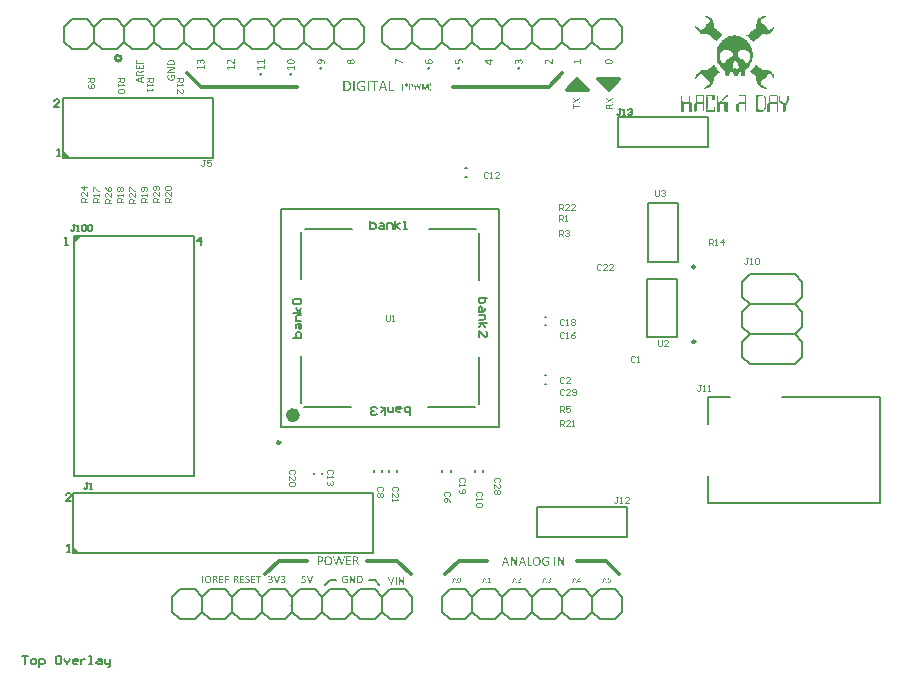
<source format=gto>
%FSTAX25Y25*%
%MOIN*%
G70*
G01*
G75*
%ADD10O,0.07087X0.01181*%
%ADD11O,0.01181X0.07087*%
%ADD12O,0.07284X0.01378*%
%ADD13R,0.08071X0.02756*%
%ADD14R,0.02165X0.01772*%
%ADD15R,0.02756X0.03543*%
%ADD16R,0.03543X0.02756*%
%ADD17R,0.02047X0.02047*%
%ADD18R,0.02047X0.02047*%
%ADD19R,0.01772X0.02165*%
%ADD20C,0.00669*%
%ADD21C,0.00700*%
%ADD22C,0.00500*%
%ADD23C,0.01000*%
%ADD24C,0.02000*%
%ADD25C,0.03000*%
%ADD26O,0.15748X0.07874*%
%ADD27O,0.07874X0.15748*%
%ADD28O,0.07874X0.17716*%
%ADD29R,0.05906X0.05906*%
%ADD30C,0.05906*%
%ADD31C,0.06000*%
%ADD32P,0.06711X8X112.5*%
%ADD33O,0.05600X0.11200*%
%ADD34C,0.12600*%
%ADD35C,0.01969*%
%ADD36C,0.01600*%
%ADD37C,0.01595*%
%ADD38C,0.05000*%
%ADD39C,0.02800*%
%ADD40C,0.04000*%
%ADD41R,0.70200X0.25400*%
%ADD42O,0.15811X0.07937*%
%ADD43O,0.07937X0.15811*%
%ADD44O,0.07937X0.17779*%
%ADD45C,0.07543*%
G04:AMPARAMS|DCode=46|XSize=95.433mil|YSize=95.433mil|CornerRadius=0mil|HoleSize=0mil|Usage=FLASHONLY|Rotation=0.000|XOffset=0mil|YOffset=0mil|HoleType=Round|Shape=Relief|Width=10mil|Gap=10mil|Entries=4|*
%AMTHD46*
7,0,0,0.09543,0.07543,0.01000,45*
%
%ADD46THD46*%
%ADD47C,0.07550*%
G04:AMPARAMS|DCode=48|XSize=95.5mil|YSize=95.5mil|CornerRadius=0mil|HoleSize=0mil|Usage=FLASHONLY|Rotation=0.000|XOffset=0mil|YOffset=0mil|HoleType=Round|Shape=Relief|Width=10mil|Gap=10mil|Entries=4|*
%AMTHD48*
7,0,0,0.09550,0.07550,0.01000,45*
%
%ADD48THD48*%
%ADD49C,0.07800*%
%ADD50C,0.07400*%
%ADD51C,0.16600*%
G04:AMPARAMS|DCode=52|XSize=70mil|YSize=70mil|CornerRadius=0mil|HoleSize=0mil|Usage=FLASHONLY|Rotation=0.000|XOffset=0mil|YOffset=0mil|HoleType=Round|Shape=Relief|Width=10mil|Gap=10mil|Entries=4|*
%AMTHD52*
7,0,0,0.07000,0.05000,0.01000,45*
%
%ADD52THD52*%
%ADD53C,0.06800*%
%ADD54C,0.05600*%
%AMTHOVALD55*
21,1,0.07874,0.09937,0,0,180.0*
1,1,0.09937,0.03937,0.00000*
1,1,0.09937,-0.03937,0.00000*
21,0,0.07874,0.07937,0,0,180.0*
1,0,0.07937,0.03937,0.00000*
1,0,0.07937,-0.03937,0.00000*
4,0,4,0.03583,0.00354,0.07097,0.03867,0.07804,0.03160,0.04291,-0.00354,0.03583,0.00354,0.0*
4,0,4,-0.04291,0.00354,-0.07804,-0.03160,-0.07097,-0.03867,-0.03583,-0.00354,-0.04291,0.00354,0.0*
4,0,4,0.04291,0.00354,0.07804,-0.03160,0.07097,-0.03867,0.03583,-0.00354,0.04291,0.00354,0.0*
4,0,4,-0.03583,0.00354,-0.07097,0.03867,-0.07804,0.03160,-0.04291,-0.00354,-0.03583,0.00354,0.0*
%
%ADD55THOVALD55*%

%AMTHOVALD56*
21,1,0.07874,0.09937,0,0,270.0*
1,1,0.09937,0.00000,0.03937*
1,1,0.09937,0.00000,-0.03937*
21,0,0.07874,0.07937,0,0,270.0*
1,0,0.07937,0.00000,0.03937*
1,0,0.07937,0.00000,-0.03937*
4,0,4,-0.00354,0.03583,-0.03867,0.07097,-0.03160,0.07804,0.00354,0.04291,-0.00354,0.03583,0.0*
4,0,4,-0.00354,-0.04291,0.03160,-0.07804,0.03867,-0.07097,0.00354,-0.03583,-0.00354,-0.04291,0.0*
4,0,4,-0.00354,0.04291,0.03160,0.07804,0.03867,0.07097,0.00354,0.03583,-0.00354,0.04291,0.0*
4,0,4,-0.00354,-0.03583,-0.03867,-0.07097,-0.03160,-0.07804,0.00354,-0.04291,-0.00354,-0.03583,0.0*
%
%ADD56THOVALD56*%

G04:AMPARAMS|DCode=57|XSize=98mil|YSize=98mil|CornerRadius=0mil|HoleSize=0mil|Usage=FLASHONLY|Rotation=0.000|XOffset=0mil|YOffset=0mil|HoleType=Round|Shape=Relief|Width=10mil|Gap=10mil|Entries=4|*
%AMTHD57*
7,0,0,0.09800,0.07800,0.01000,45*
%
%ADD57THD57*%
G04:AMPARAMS|DCode=58|XSize=94mil|YSize=94mil|CornerRadius=0mil|HoleSize=0mil|Usage=FLASHONLY|Rotation=0.000|XOffset=0mil|YOffset=0mil|HoleType=Round|Shape=Relief|Width=10mil|Gap=10mil|Entries=4|*
%AMTHD58*
7,0,0,0.09400,0.07400,0.01000,45*
%
%ADD58THD58*%
G04:AMPARAMS|DCode=59|XSize=88mil|YSize=88mil|CornerRadius=0mil|HoleSize=0mil|Usage=FLASHONLY|Rotation=0.000|XOffset=0mil|YOffset=0mil|HoleType=Round|Shape=Relief|Width=10mil|Gap=10mil|Entries=4|*
%AMTHD59*
7,0,0,0.08800,0.06800,0.01000,45*
%
%ADD59THD59*%
G04:AMPARAMS|DCode=60|XSize=76mil|YSize=76mil|CornerRadius=0mil|HoleSize=0mil|Usage=FLASHONLY|Rotation=0.000|XOffset=0mil|YOffset=0mil|HoleType=Round|Shape=Relief|Width=10mil|Gap=10mil|Entries=4|*
%AMTHD60*
7,0,0,0.07600,0.05600,0.01000,45*
%
%ADD60THD60*%
%ADD61R,0.07480X0.03150*%
%ADD62R,0.07480X0.12205*%
%ADD63R,0.06299X0.02559*%
%ADD64R,0.08661X0.11811*%
%ADD65R,0.01969X0.01181*%
%ADD66C,0.01181*%
%ADD67R,0.03543X0.04724*%
%ADD68R,0.06693X0.06614*%
%ADD69R,0.08661X0.07874*%
%ADD70C,0.05000*%
%ADD71C,0.01300*%
%ADD72C,0.01500*%
%ADD73C,0.02362*%
%ADD74C,0.00984*%
%ADD75C,0.00787*%
%ADD76C,0.00600*%
%ADD77C,0.01200*%
%ADD78C,0.00400*%
G36*
X0150766Y0288939D02*
X0150788Y028893D01*
X0150793Y0288926D01*
X0150801Y0288921D01*
X0150832Y0288895D01*
X0150837Y0288891D01*
X0150841Y0288882D01*
X015085Y0288864D01*
X0150858Y0288846D01*
Y0288842D01*
Y0288833D01*
X0150863Y0288816D01*
Y0288798D01*
Y0288688D01*
Y0288679D01*
Y0288657D01*
X0150858Y0288631D01*
X0150854Y02886D01*
Y0288596D01*
X0150845Y0288578D01*
X0150837Y0288552D01*
X0150819Y0288525D01*
X0150814Y0288521D01*
X0150801Y0288508D01*
X0150775Y0288486D01*
X0150744Y0288459D01*
X015074D01*
X0150735Y0288455D01*
X0150709Y0288437D01*
X0150674Y0288411D01*
X0150621Y0288385D01*
X0149222Y0287632D01*
X0149217Y0287628D01*
X0149204Y0287623D01*
X0149182Y028761D01*
X0149156Y0287597D01*
X014912Y0287579D01*
X0149081Y0287557D01*
X0148997Y0287513D01*
X0148993Y0287509D01*
X0148975Y0287505D01*
X0148953Y0287491D01*
X0148923Y0287478D01*
X0148887Y028746D01*
X0148848Y0287443D01*
X0148764Y0287403D01*
Y0287399D01*
X0148817D01*
X0148852Y0287403D01*
X0149099D01*
X0149134Y0287408D01*
X0150823D01*
X0150841Y0287399D01*
X0150845Y028739D01*
X015085Y0287381D01*
X0150854Y0287368D01*
Y0287364D01*
X0150858Y0287355D01*
Y0287342D01*
X0150863Y028732D01*
Y0287315D01*
X0150867Y0287298D01*
X0150872Y0287271D01*
Y0287241D01*
Y0287232D01*
Y0287214D01*
X0150867Y0287188D01*
X0150863Y0287161D01*
Y0287157D01*
X0150858Y0287144D01*
Y0287126D01*
X0150854Y0287113D01*
Y0287108D01*
X015085Y0287104D01*
X0150841Y0287087D01*
X0150832D01*
X0150814Y0287082D01*
X0148527D01*
X01485Y0287087D01*
X0148465Y02871D01*
X0148434Y0287122D01*
X014843Y028713D01*
X0148416Y0287153D01*
X0148403Y0287183D01*
X0148399Y0287218D01*
Y0287377D01*
Y0287381D01*
Y0287386D01*
Y0287412D01*
X0148403Y0287439D01*
X0148412Y0287469D01*
Y0287478D01*
X0148421Y0287491D01*
X014843Y0287518D01*
X0148443Y028754D01*
X0148447Y0287544D01*
X014846Y0287557D01*
X0148478Y0287575D01*
X0148504Y0287597D01*
X0148509Y0287601D01*
X0148531Y0287614D01*
X0148562Y0287636D01*
X0148601Y0287659D01*
X0149679Y0288239D01*
X0149684Y0288244D01*
X0149697Y0288248D01*
X0149715Y0288257D01*
X0149741Y028827D01*
X0149772Y0288288D01*
X0149807Y0288305D01*
X0149877Y028834D01*
X0149882Y0288345D01*
X0149895Y0288349D01*
X0149913Y0288358D01*
X0149934Y0288371D01*
X0149996Y0288402D01*
X0150062Y0288437D01*
X0150066Y0288442D01*
X0150075Y0288446D01*
X0150093Y0288455D01*
X0150115Y0288468D01*
X0150172Y0288499D01*
X0150238Y028853D01*
X0150242D01*
X0150251Y0288539D01*
X0150269Y0288547D01*
X0150295Y0288556D01*
X0150353Y0288587D01*
X0150418Y0288618D01*
Y0288622D01*
X0150322D01*
X0150278Y0288618D01*
X0148447D01*
X0148434Y0288622D01*
X014843D01*
X0148425Y0288631D01*
X0148412Y0288649D01*
Y0288653D01*
X0148408Y0288662D01*
X0148403Y0288679D01*
X0148399Y0288701D01*
Y0288706D01*
X0148395Y0288723D01*
Y028875D01*
Y028878D01*
Y0288789D01*
Y0288807D01*
Y0288829D01*
X0148399Y0288855D01*
Y028886D01*
X0148403Y0288877D01*
X0148408Y0288891D01*
X0148412Y0288908D01*
Y0288913D01*
X0148416Y0288917D01*
X0148434Y0288934D01*
X0148439Y0288939D01*
X0148456Y0288943D01*
X0150749D01*
X0150766Y0288939D01*
D02*
G37*
G36*
X0149675Y0291482D02*
X014971D01*
X0149785Y0291478D01*
X0149873Y0291464D01*
X0149965Y0291451D01*
X0150062Y0291429D01*
X0150154Y0291403D01*
X0150159D01*
X0150163Y0291399D01*
X0150177Y0291394D01*
X0150194Y029139D01*
X0150238Y0291368D01*
X0150291Y0291341D01*
X0150357Y0291306D01*
X0150423Y0291266D01*
X0150489Y0291218D01*
X015055Y0291161D01*
X0150559Y0291152D01*
X0150577Y0291135D01*
X0150603Y0291099D01*
X0150638Y0291055D01*
X0150674Y0290998D01*
X0150713Y0290936D01*
X0150753Y0290862D01*
X0150784Y0290778D01*
Y0290774D01*
X0150788Y0290769D01*
X0150793Y0290756D01*
X0150797Y0290739D01*
X0150801Y0290717D01*
X0150806Y029069D01*
X0150819Y0290624D01*
X0150837Y0290545D01*
X0150845Y0290453D01*
X0150854Y0290351D01*
X0150858Y0290237D01*
Y0289713D01*
Y0289704D01*
X0150854Y0289687D01*
X0150845Y0289661D01*
X0150832Y028963D01*
X0150828Y0289625D01*
X0150806Y0289612D01*
X0150775Y0289599D01*
X0150726Y0289595D01*
X0148522D01*
X0148496Y0289599D01*
X014846Y0289608D01*
X014843Y028963D01*
X0148425Y0289638D01*
X0148412Y0289656D01*
X0148403Y0289683D01*
X0148399Y0289713D01*
Y0290272D01*
Y0290277D01*
Y0290285D01*
Y0290303D01*
Y0290325D01*
X0148403Y0290351D01*
Y0290382D01*
X0148408Y0290457D01*
X0148421Y0290541D01*
X0148434Y0290633D01*
X0148456Y0290721D01*
X0148483Y0290809D01*
Y0290813D01*
X0148487Y0290818D01*
X0148496Y0290848D01*
X0148518Y0290888D01*
X0148544Y0290941D01*
X0148579Y0290998D01*
X0148619Y029106D01*
X0148667Y0291126D01*
X014872Y0291183D01*
X0148729Y0291192D01*
X0148747Y0291209D01*
X0148782Y0291236D01*
X0148826Y0291266D01*
X0148879Y0291302D01*
X0148944Y0291341D01*
X0149019Y0291376D01*
X0149099Y0291407D01*
X0149103D01*
X0149107Y0291412D01*
X014912Y0291416D01*
X0149138Y0291421D01*
X0149182Y0291434D01*
X0149244Y0291447D01*
X0149319Y029146D01*
X0149402Y0291473D01*
X0149495Y0291482D01*
X0149596Y0291487D01*
X0149648D01*
X0149675Y0291482D01*
D02*
G37*
G36*
X0138206D02*
X013821D01*
X0138219Y0291478D01*
X013825Y0291464D01*
X0138259Y029146D01*
X0138272Y0291442D01*
Y0291438D01*
X0138276Y0291421D01*
Y0290518D01*
X0139112D01*
Y0291372D01*
Y0291376D01*
Y0291381D01*
X0139121Y0291394D01*
Y0291399D01*
X0139125Y0291403D01*
X0139143Y0291416D01*
X0139147Y0291421D01*
X0139152Y0291425D01*
X0139165Y0291429D01*
X0139187D01*
X01392Y0291434D01*
X0139293D01*
X0139314Y0291429D01*
X0139328D01*
X0139341Y0291425D01*
X0139354Y0291416D01*
X0139358D01*
X0139363Y0291412D01*
X0139381Y0291394D01*
Y029139D01*
X0139385Y0291372D01*
Y0290518D01*
X0140423D01*
X0140441Y029051D01*
X0140445Y0290501D01*
X014045Y0290492D01*
X0140454Y0290479D01*
Y0290475D01*
X0140459Y0290466D01*
Y0290453D01*
X0140463Y029043D01*
Y0290426D01*
X0140467Y0290413D01*
X0140472Y0290387D01*
Y0290356D01*
Y0290347D01*
Y0290329D01*
X0140467Y0290303D01*
X0140463Y0290277D01*
Y0290272D01*
X0140459Y0290259D01*
X0140454Y0290224D01*
Y0290219D01*
X014045Y0290215D01*
X0140441Y0290197D01*
X0140432D01*
X0140415Y0290193D01*
X0138122D01*
X0138096Y0290197D01*
X013806Y0290206D01*
X013803Y0290228D01*
X0138025Y0290237D01*
X0138012Y0290254D01*
X0138003Y0290281D01*
X0137999Y0290312D01*
Y0291421D01*
Y0291425D01*
Y0291429D01*
X0138008Y0291442D01*
Y0291447D01*
X0138012Y0291451D01*
X0138034Y0291464D01*
X0138039Y0291469D01*
X0138047Y0291473D01*
X013806Y0291478D01*
X0138078Y0291482D01*
X0138083D01*
X0138096Y0291487D01*
X0138184D01*
X0138206Y0291482D01*
D02*
G37*
G36*
X0148804Y0286471D02*
X0148808D01*
X0148817Y0286466D01*
X0148848Y0286457D01*
X0148852D01*
X0148856Y0286453D01*
X0148874Y0286435D01*
Y0286431D01*
X0148879Y0286413D01*
Y0286409D01*
X0148874Y0286396D01*
X0148865Y0286374D01*
X0148843Y0286338D01*
Y0286334D01*
X0148839Y028633D01*
X014883Y0286316D01*
X0148821Y0286299D01*
X0148795Y0286255D01*
X0148764Y0286193D01*
Y0286189D01*
X0148755Y0286176D01*
X0148747Y0286158D01*
X0148738Y0286132D01*
X0148724Y0286101D01*
X0148711Y0286066D01*
X0148698Y0286022D01*
X0148685Y0285978D01*
Y0285973D01*
X014868Y0285956D01*
X0148672Y0285929D01*
X0148663Y0285894D01*
X0148659Y0285855D01*
X014865Y0285802D01*
X0148645Y0285749D01*
Y0285687D01*
Y0285683D01*
Y0285679D01*
Y0285652D01*
X014865Y0285613D01*
X0148654Y0285564D01*
X0148663Y0285507D01*
X0148676Y0285445D01*
X0148694Y0285379D01*
X014872Y0285318D01*
X0148724Y0285309D01*
X0148733Y0285291D01*
X0148751Y0285261D01*
X0148773Y0285225D01*
X0148804Y0285181D01*
X0148839Y0285137D01*
X0148879Y0285089D01*
X0148927Y0285045D01*
X0148931Y028504D01*
X0148949Y0285027D01*
X014898Y0285005D01*
X0149015Y0284983D01*
X0149059Y0284957D01*
X0149116Y0284926D01*
X0149173Y02849D01*
X0149239Y0284873D01*
X0149248Y0284869D01*
X014927Y0284864D01*
X0149305Y0284856D01*
X0149354Y0284847D01*
X0149415Y0284834D01*
X0149481Y0284825D01*
X0149552Y0284821D01*
X0149631Y0284816D01*
X0149671D01*
X0149715Y0284821D01*
X0149772Y0284825D01*
X0149833Y0284829D01*
X0149904Y0284842D01*
X0149978Y0284856D01*
X0150049Y0284878D01*
X0150058Y0284882D01*
X015008Y0284891D01*
X015011Y0284904D01*
X0150154Y0284926D01*
X0150203Y0284952D01*
X0150256Y0284983D01*
X0150309Y0285018D01*
X0150357Y0285058D01*
X0150361Y0285063D01*
X0150379Y028508D01*
X0150401Y0285102D01*
X0150427Y0285137D01*
X0150458Y0285177D01*
X0150489Y0285225D01*
X015052Y0285278D01*
X0150546Y0285335D01*
X015055Y0285344D01*
X0150555Y0285366D01*
X0150564Y0285397D01*
X0150577Y0285441D01*
X015059Y0285494D01*
X0150599Y0285555D01*
X0150603Y0285621D01*
X0150608Y0285692D01*
Y0285696D01*
Y0285714D01*
Y0285736D01*
X0150603Y0285762D01*
Y0285797D01*
X0150594Y0285837D01*
X0150581Y0285925D01*
Y0285929D01*
X0150577Y0285947D01*
X0150568Y0285969D01*
X0150559Y0285995D01*
X015055Y0286031D01*
X0150533Y028607D01*
X0150498Y0286145D01*
X014978D01*
Y0285568D01*
Y0285564D01*
X0149776Y0285551D01*
X0149767Y0285533D01*
X014975Y028552D01*
X0149745D01*
X0149723Y0285516D01*
X0149692Y0285511D01*
X0149648Y0285507D01*
X0149583D01*
X0149574Y0285511D01*
X014956Y0285516D01*
X0149547Y028552D01*
X0149543D01*
X0149539Y0285525D01*
X0149521Y0285538D01*
Y0285542D01*
X0149516Y0285546D01*
X0149512Y0285568D01*
Y0286352D01*
Y0286356D01*
Y0286365D01*
X0149521Y0286391D01*
Y0286396D01*
X0149525Y0286404D01*
X0149547Y0286431D01*
X0149552Y0286435D01*
X0149556Y028644D01*
X0149569Y0286449D01*
X0149587Y0286457D01*
X0149591Y0286462D01*
X0149604Y0286466D01*
X0149622Y0286471D01*
X0150617D01*
X0150643Y0286462D01*
X0150674Y0286453D01*
X0150678Y0286449D01*
X0150696Y0286435D01*
X0150713Y0286413D01*
X0150735Y0286378D01*
Y0286374D01*
X015074Y0286369D01*
X0150744Y0286356D01*
X0150753Y0286343D01*
X015077Y0286295D01*
X0150797Y0286237D01*
Y0286233D01*
X0150801Y0286224D01*
X0150806Y0286207D01*
X0150814Y028618D01*
X0150823Y0286154D01*
X0150832Y0286123D01*
X015085Y0286052D01*
Y0286048D01*
X0150854Y0286035D01*
Y0286017D01*
X0150858Y0285995D01*
X0150863Y0285964D01*
X0150872Y0285934D01*
X0150881Y0285863D01*
Y0285859D01*
Y0285846D01*
X0150885Y0285828D01*
Y0285806D01*
X0150889Y0285745D01*
X0150894Y0285679D01*
Y0285674D01*
Y0285665D01*
Y0285652D01*
Y028563D01*
X0150889Y0285604D01*
Y0285577D01*
X0150881Y0285507D01*
X0150872Y0285428D01*
X0150858Y0285344D01*
X0150837Y0285256D01*
X0150806Y0285168D01*
Y0285164D01*
X0150801Y0285159D01*
X0150788Y0285133D01*
X015077Y0285089D01*
X015074Y0285036D01*
X0150705Y0284979D01*
X0150661Y0284913D01*
X0150612Y0284851D01*
X0150555Y028479D01*
X0150546Y0284781D01*
X0150524Y0284763D01*
X0150493Y0284737D01*
X0150445Y0284702D01*
X0150388Y0284662D01*
X0150322Y0284623D01*
X0150247Y0284587D01*
X0150163Y0284552D01*
X0150159D01*
X0150154Y0284548D01*
X0150141Y0284543D01*
X0150124Y0284539D01*
X0150075Y0284526D01*
X0150014Y0284512D01*
X0149939Y0284499D01*
X0149851Y0284486D01*
X0149754Y0284477D01*
X0149653Y0284473D01*
X0149604D01*
X0149578Y0284477D01*
X0149547D01*
X0149477Y0284486D01*
X0149398Y0284495D01*
X0149305Y0284508D01*
X0149217Y028453D01*
X0149125Y0284561D01*
X014912D01*
X0149116Y0284565D01*
X0149103Y028457D01*
X0149085Y0284578D01*
X0149041Y0284596D01*
X0148984Y0284627D01*
X0148923Y0284658D01*
X0148852Y0284702D01*
X0148786Y028475D01*
X014872Y0284807D01*
X0148711Y0284816D01*
X0148694Y0284838D01*
X0148663Y0284869D01*
X0148623Y0284917D01*
X0148579Y0284975D01*
X0148535Y028504D01*
X0148496Y0285115D01*
X0148456Y0285194D01*
Y0285199D01*
X0148452Y0285203D01*
X0148447Y0285216D01*
X0148443Y0285234D01*
X0148425Y0285278D01*
X0148408Y028534D01*
X0148395Y0285415D01*
X0148377Y0285498D01*
X0148368Y0285591D01*
X0148364Y0285692D01*
Y0285696D01*
Y0285714D01*
Y0285745D01*
X0148368Y028578D01*
Y0285819D01*
X0148372Y0285863D01*
X014839Y0285956D01*
Y028596D01*
X0148395Y0285978D01*
X0148399Y0286D01*
X0148408Y0286031D01*
X0148416Y0286066D01*
X0148425Y0286101D01*
X0148452Y0286176D01*
Y028618D01*
X0148456Y0286193D01*
X0148465Y0286211D01*
X0148474Y0286233D01*
X0148496Y0286286D01*
X0148522Y0286338D01*
Y0286343D01*
X0148527Y0286347D01*
X0148544Y0286374D01*
X0148566Y0286404D01*
X0148588Y0286426D01*
X0148592Y0286431D01*
X0148601Y028644D01*
X0148623Y0286453D01*
X0148645Y0286462D01*
X014865Y0286466D01*
X0148667Y0286471D01*
X0148698Y0286475D01*
X0148782D01*
X0148804Y0286471D01*
D02*
G37*
G36*
X0296982Y0276632D02*
X0296987Y0276628D01*
X0296991Y0276619D01*
X0297Y0276606D01*
Y0276602D01*
X0297004Y0276593D01*
Y0276575D01*
X0297009Y0276553D01*
Y0276549D01*
Y0276531D01*
X0297013Y0276505D01*
Y0276465D01*
Y0276456D01*
Y0276439D01*
Y0276408D01*
X0297009Y0276382D01*
Y0276377D01*
X0297004Y0276364D01*
Y0276346D01*
X0297Y0276333D01*
Y0276329D01*
X0296996Y0276324D01*
X0296978Y0276302D01*
X0296974D01*
X0296965Y0276298D01*
X0296938Y0276285D01*
X0296358Y027606D01*
X0296353D01*
X029634Y0276052D01*
X0296322Y0276047D01*
X0296296Y0276034D01*
X0296239Y0276008D01*
X0296177Y0275977D01*
X0296173D01*
X0296164Y0275968D01*
X0296146Y0275959D01*
X0296129Y0275946D01*
X029608Y0275915D01*
X0296036Y0275871D01*
X0296032Y0275867D01*
X0296028Y0275862D01*
X0296014Y0275849D01*
X0296001Y0275832D01*
X029597Y0275788D01*
X029594Y0275735D01*
Y027573D01*
X0295935Y0275722D01*
X0295926Y0275704D01*
X0295922Y0275682D01*
X0295913Y0275651D01*
X0295909Y027562D01*
X0295904Y0275541D01*
Y0275326D01*
X0296965D01*
X0296982Y0275317D01*
X0296987Y0275308D01*
X0296991Y0275299D01*
X0296996Y0275286D01*
Y0275282D01*
X0297Y0275273D01*
Y027526D01*
X0297004Y0275238D01*
Y0275233D01*
X0297009Y0275216D01*
X0297013Y0275194D01*
Y0275163D01*
Y0275154D01*
Y0275136D01*
X0297009Y027511D01*
X0297004Y0275084D01*
Y0275079D01*
X0297Y0275066D01*
X0296996Y0275031D01*
Y0275026D01*
X0296991Y0275022D01*
X0296982Y0275004D01*
X0296974D01*
X0296956Y0275D01*
X0294664D01*
X0294637Y0275004D01*
X0294602Y0275013D01*
X0294571Y0275035D01*
X0294567Y0275044D01*
X0294554Y0275062D01*
X0294545Y0275088D01*
X029454Y0275119D01*
Y0275642D01*
Y0275647D01*
Y027566D01*
Y0275673D01*
Y0275695D01*
X0294545Y0275748D01*
X0294549Y0275796D01*
Y0275801D01*
Y0275805D01*
X0294554Y0275836D01*
Y0275871D01*
X0294558Y0275911D01*
Y0275915D01*
X0294562Y0275933D01*
X0294567Y0275959D01*
X0294576Y0275994D01*
X0294589Y0276034D01*
X0294602Y0276078D01*
X0294637Y0276162D01*
X0294642Y0276166D01*
X0294646Y0276179D01*
X0294659Y0276201D01*
X0294672Y0276228D01*
X0294716Y0276285D01*
X0294774Y0276346D01*
X0294778Y0276351D01*
X0294787Y027636D01*
X0294804Y0276373D01*
X0294826Y027639D01*
X0294853Y0276408D01*
X0294884Y0276426D01*
X0294958Y0276456D01*
X0294963D01*
X0294976Y0276461D01*
X0294998Y027647D01*
X0295029Y0276478D01*
X029506Y0276483D01*
X0295099Y0276492D01*
X0295192Y0276496D01*
X0295236D01*
X0295266Y0276492D01*
X0295302Y0276487D01*
X0295337Y0276483D01*
X0295416Y0276461D01*
X029542D01*
X0295434Y0276456D01*
X0295451Y0276448D01*
X0295473Y0276434D01*
X029553Y0276404D01*
X0295588Y0276364D01*
X0295592Y027636D01*
X0295601Y0276355D01*
X0295614Y0276342D01*
X0295632Y0276324D01*
X0295676Y0276276D01*
X029572Y0276214D01*
Y027621D01*
X0295728Y0276201D01*
X0295737Y0276179D01*
X029575Y0276157D01*
X0295764Y0276126D01*
X0295777Y0276096D01*
X0295808Y0276016D01*
Y0276021D01*
X0295812Y0276025D01*
X029583Y0276052D01*
X0295852Y0276087D01*
X0295878Y0276126D01*
Y0276131D01*
X0295887Y0276135D01*
X0295904Y0276157D01*
X0295935Y0276188D01*
X0295975Y0276219D01*
X0295979D01*
X0295984Y0276228D01*
X0295997Y0276236D01*
X0296014Y0276245D01*
X0296054Y0276272D01*
X0296107Y0276298D01*
X0296111D01*
X029612Y0276307D01*
X0296133Y0276311D01*
X0296155Y0276324D01*
X0296208Y0276346D01*
X0296274Y0276377D01*
X0296815Y0276597D01*
X029682D01*
X0296828Y0276602D01*
X0296855Y027661D01*
X0296886Y0276624D01*
X0296912Y0276628D01*
X0296916D01*
X0296925Y0276632D01*
X0296956Y0276637D01*
X0296965D01*
X0296982Y0276632D01*
D02*
G37*
G36*
X0296978Y0278709D02*
X0296991Y02787D01*
Y0278696D01*
X0296996Y0278687D01*
X0297Y027867D01*
X0297004Y0278643D01*
Y0278634D01*
X0297009Y0278617D01*
X0297013Y0278582D01*
Y0278538D01*
Y0278533D01*
Y0278529D01*
Y0278507D01*
Y0278476D01*
X0297009Y0278445D01*
Y0278441D01*
X0297004Y0278423D01*
Y0278406D01*
X0297Y0278388D01*
Y0278384D01*
X0296996Y0278379D01*
X0296987Y0278357D01*
X0296982D01*
X0296978Y0278353D01*
X0296956Y0278344D01*
X0295975Y0277794D01*
X0296956Y027724D01*
X029696D01*
X0296965Y0277235D01*
X0296987Y0277218D01*
X0296991Y0277209D01*
X0296996Y02772D01*
X0297Y0277187D01*
Y0277182D01*
X0297004Y0277174D01*
Y0277156D01*
X0297009Y0277134D01*
Y027713D01*
Y0277108D01*
X0297013Y0277081D01*
Y0277042D01*
Y0277037D01*
Y0277033D01*
Y0277006D01*
X0297009Y0276976D01*
X0297004Y0276945D01*
Y027694D01*
X0297Y0276927D01*
X0296996Y027691D01*
X0296991Y0276892D01*
X0296987D01*
X0296982Y0276888D01*
X0296969Y0276883D01*
X0296952D01*
X0296938Y0276888D01*
X0296916Y0276896D01*
X0296886Y0276914D01*
X0295755Y0277587D01*
X0294659Y0276945D01*
X029465Y027694D01*
X0294633Y0276932D01*
X0294611Y0276923D01*
X0294593Y0276914D01*
X0294567D01*
X0294554Y0276923D01*
X0294549Y0276927D01*
X0294545Y0276936D01*
X0294536Y0276954D01*
X0294532Y0276976D01*
Y0276984D01*
X0294527Y0277002D01*
Y0277037D01*
Y0277081D01*
Y0277086D01*
Y027709D01*
Y0277116D01*
Y0277143D01*
X0294532Y0277174D01*
Y0277178D01*
X0294536Y0277196D01*
X029454Y0277213D01*
X0294545Y0277231D01*
Y0277235D01*
X0294549Y0277244D01*
X0294554Y0277253D01*
X0294562Y0277262D01*
X0294567Y0277266D01*
X0294589Y0277284D01*
X0295508Y0277812D01*
X0294589Y0278335D01*
X0294584D01*
X029458Y027834D01*
X0294562Y0278353D01*
X0294558Y0278357D01*
X0294554Y0278362D01*
X0294545Y0278384D01*
Y0278388D01*
X029454Y0278397D01*
X0294536Y027841D01*
X0294532Y0278432D01*
Y0278436D01*
X0294527Y0278458D01*
Y0278485D01*
Y027852D01*
Y0278524D01*
Y0278529D01*
Y0278555D01*
X0294532Y0278586D01*
X0294536Y0278617D01*
Y0278621D01*
X029454Y0278639D01*
X0294545Y0278652D01*
X0294554Y027867D01*
X0294558Y0278674D01*
X0294562Y0278678D01*
X0294576Y0278683D01*
X0294598D01*
X0294611Y0278678D01*
X0294628Y027867D01*
X0294659Y0278656D01*
X0295746Y0278018D01*
X0296886Y0278683D01*
X0296894Y0278687D01*
X0296912Y0278696D01*
X0296934Y0278709D01*
X0296956Y0278714D01*
X0296969D01*
X0296978Y0278709D01*
D02*
G37*
G36*
X0283747Y0276835D02*
X0283752D01*
X028376Y027683D01*
X0283791Y0276822D01*
X02838Y0276817D01*
X0283813Y02768D01*
Y0276791D01*
X0283818Y0276773D01*
Y0276082D01*
X0285965D01*
X0285982Y0276074D01*
X0285987Y0276065D01*
X0285991Y0276056D01*
X0285996Y0276043D01*
Y0276038D01*
X0286Y027603D01*
Y0276016D01*
X0286004Y0275994D01*
Y027599D01*
X0286009Y0275972D01*
X0286013Y027595D01*
Y027592D01*
Y0275911D01*
Y0275893D01*
X0286009Y0275867D01*
X0286004Y027584D01*
Y0275836D01*
X0286Y0275823D01*
X0285996Y0275788D01*
Y0275783D01*
X0285991Y0275779D01*
X0285982Y0275761D01*
X0285974D01*
X0285956Y0275757D01*
X0283818D01*
Y0275062D01*
Y0275053D01*
X0283813Y0275035D01*
X0283809Y0275026D01*
X0283791Y0275013D01*
X0283787D01*
X0283778Y0275009D01*
X0283765D01*
X0283747Y0275004D01*
X028373D01*
X0283708Y0275D01*
X0283642D01*
X028362Y0275004D01*
X0283615D01*
X0283602Y0275009D01*
X0283576Y0275013D01*
X0283571D01*
X0283567Y0275018D01*
X0283549Y0275035D01*
Y027504D01*
X0283545Y0275044D01*
X028354Y0275062D01*
Y0276773D01*
Y0276778D01*
Y0276782D01*
X0283549Y02768D01*
Y0276804D01*
X0283554Y0276808D01*
X0283576Y0276822D01*
X028358D01*
X0283589Y0276826D01*
X0283602Y027683D01*
X028362Y0276835D01*
X0283624D01*
X0283637Y0276839D01*
X0283725D01*
X0283747Y0276835D01*
D02*
G37*
G36*
X0285978Y0278788D02*
X0285991Y027878D01*
Y0278775D01*
X0285996Y0278766D01*
X0286Y0278749D01*
X0286004Y0278722D01*
Y0278714D01*
X0286009Y0278696D01*
X0286013Y0278661D01*
Y0278617D01*
Y0278612D01*
Y0278608D01*
Y0278586D01*
Y0278555D01*
X0286009Y0278524D01*
Y027852D01*
X0286004Y0278502D01*
Y0278485D01*
X0286Y0278467D01*
Y0278463D01*
X0285996Y0278458D01*
X0285987Y0278436D01*
X0285982D01*
X0285978Y0278432D01*
X0285956Y0278423D01*
X0284975Y0277873D01*
X0285956Y0277319D01*
X028596D01*
X0285965Y0277314D01*
X0285987Y0277297D01*
X0285991Y0277288D01*
X0285996Y0277279D01*
X0286Y0277266D01*
Y0277262D01*
X0286004Y0277253D01*
Y0277235D01*
X0286009Y0277213D01*
Y0277209D01*
Y0277187D01*
X0286013Y027716D01*
Y0277121D01*
Y0277116D01*
Y0277112D01*
Y0277086D01*
X0286009Y0277055D01*
X0286004Y0277024D01*
Y027702D01*
X0286Y0277006D01*
X0285996Y0276989D01*
X0285991Y0276971D01*
X0285987D01*
X0285982Y0276967D01*
X0285969Y0276962D01*
X0285952D01*
X0285938Y0276967D01*
X0285916Y0276976D01*
X0285886Y0276993D01*
X0284755Y0277666D01*
X0283659Y0277024D01*
X028365Y027702D01*
X0283633Y0277011D01*
X0283611Y0277002D01*
X0283593Y0276993D01*
X0283567D01*
X0283554Y0277002D01*
X0283549Y0277006D01*
X0283545Y0277015D01*
X0283536Y0277033D01*
X0283532Y0277055D01*
Y0277064D01*
X0283527Y0277081D01*
Y0277116D01*
Y027716D01*
Y0277165D01*
Y0277169D01*
Y0277196D01*
Y0277222D01*
X0283532Y0277253D01*
Y0277257D01*
X0283536Y0277275D01*
X028354Y0277292D01*
X0283545Y027731D01*
Y0277314D01*
X0283549Y0277323D01*
X0283554Y0277332D01*
X0283562Y0277341D01*
X0283567Y0277345D01*
X0283589Y0277363D01*
X0284508Y0277891D01*
X0283589Y0278414D01*
X0283584D01*
X028358Y0278419D01*
X0283562Y0278432D01*
X0283558Y0278436D01*
X0283554Y0278441D01*
X0283545Y0278463D01*
Y0278467D01*
X028354Y0278476D01*
X0283536Y0278489D01*
X0283532Y0278511D01*
Y0278516D01*
X0283527Y0278538D01*
Y0278564D01*
Y0278599D01*
Y0278604D01*
Y0278608D01*
Y0278634D01*
X0283532Y0278665D01*
X0283536Y0278696D01*
Y02787D01*
X028354Y0278718D01*
X0283545Y0278731D01*
X0283554Y0278749D01*
X0283558Y0278753D01*
X0283562Y0278758D01*
X0283576Y0278762D01*
X0283598D01*
X0283611Y0278758D01*
X0283628Y0278749D01*
X0283659Y0278736D01*
X0284746Y0278098D01*
X0285886Y0278762D01*
X0285894Y0278766D01*
X0285912Y0278775D01*
X0285934Y0278788D01*
X0285956Y0278793D01*
X0285969D01*
X0285978Y0278788D01*
D02*
G37*
G36*
X0208053Y0284415D02*
X0208096D01*
X02082Y0284409D01*
X0208316Y028439D01*
X0208444Y0284372D01*
X0208567Y0284342D01*
X0208689Y0284305D01*
X0208695D01*
X0208701Y0284299D01*
X0208744Y0284286D01*
X0208799Y0284256D01*
X0208873Y0284219D01*
X0208952Y028417D01*
X0209038Y0284115D01*
X020913Y0284048D01*
X0209209Y0283974D01*
X0209222Y0283962D01*
X0209246Y0283938D01*
X0209283Y0283889D01*
X0209326Y0283827D01*
X0209375Y0283754D01*
X020943Y0283662D01*
X0209479Y0283558D01*
X0209521Y0283448D01*
Y0283442D01*
X0209528Y0283436D01*
X0209534Y0283417D01*
X020954Y0283393D01*
X0209558Y0283332D01*
X0209577Y0283246D01*
X0209595Y0283142D01*
X0209613Y0283026D01*
X0209626Y0282897D01*
X0209632Y0282756D01*
Y028275D01*
Y0282738D01*
Y0282714D01*
Y0282683D01*
X0209626Y0282646D01*
Y0282597D01*
X0209619Y0282493D01*
X0209601Y0282371D01*
X0209583Y0282242D01*
X0209552Y0282108D01*
X0209515Y0281979D01*
Y0281973D01*
X0209509Y0281967D01*
X0209503Y0281949D01*
X0209497Y0281924D01*
X0209466Y0281863D01*
X020943Y0281789D01*
X0209381Y0281698D01*
X0209326Y0281606D01*
X0209258Y0281514D01*
X0209179Y0281428D01*
X0209167Y0281416D01*
X0209142Y0281392D01*
X0209093Y0281355D01*
X0209032Y0281306D01*
X0208952Y0281257D01*
X0208867Y0281202D01*
X0208763Y0281147D01*
X0208646Y0281104D01*
X020864D01*
X0208634Y0281098D01*
X0208616Y0281092D01*
X0208591Y0281086D01*
X0208561Y028108D01*
X0208524Y0281073D01*
X0208432Y0281055D01*
X0208322Y0281031D01*
X0208193Y0281018D01*
X0208053Y0281006D01*
X0207893Y0281D01*
X0207153D01*
X0207129Y0281006D01*
X0207092Y0281018D01*
X0207049Y0281037D01*
X0207043Y0281043D01*
X0207025Y0281073D01*
X0207006Y0281116D01*
X0207Y0281184D01*
Y0284231D01*
Y0284238D01*
Y028425D01*
X0207006Y0284286D01*
X0207018Y0284335D01*
X0207049Y0284378D01*
X0207061Y0284384D01*
X0207086Y0284403D01*
X0207122Y0284415D01*
X0207165Y0284421D01*
X0208016D01*
X0208053Y0284415D01*
D02*
G37*
G36*
X0222539Y0284433D02*
X0222575Y0284427D01*
X0222582D01*
X02226Y0284421D01*
X0222624Y0284415D01*
X0222643Y0284409D01*
X0222649D01*
X0222661Y0284403D01*
X0222673Y0284397D01*
X0222686Y0284384D01*
X0222692Y0284378D01*
X0222698Y0284354D01*
Y0281392D01*
X0223934D01*
X0223965Y0281379D01*
X0223971D01*
X0223977Y0281373D01*
X0223995Y0281343D01*
Y0281337D01*
X0224001Y0281324D01*
X0224008Y0281306D01*
X0224014Y0281281D01*
Y0281275D01*
X022402Y0281257D01*
Y0281233D01*
Y0281196D01*
Y028119D01*
Y0281165D01*
Y0281135D01*
X0224014Y0281104D01*
Y0281098D01*
X0224008Y0281086D01*
X0223995Y0281043D01*
Y0281037D01*
X0223989Y0281031D01*
X0223965Y0281006D01*
X0223952D01*
X0223922Y0281D01*
X0222398D01*
X0222373Y0281006D01*
X0222337Y0281018D01*
X0222294Y0281037D01*
X0222288Y0281043D01*
X0222269Y0281073D01*
X0222251Y0281116D01*
X0222245Y0281184D01*
Y0284354D01*
Y028436D01*
Y0284366D01*
X0222251Y0284384D01*
Y028439D01*
X0222263Y0284397D01*
X0222288Y0284409D01*
X0222294D01*
X0222306Y0284415D01*
X0222331Y0284421D01*
X0222361Y0284427D01*
X0222367D01*
X0222392Y0284433D01*
X0222428Y0284439D01*
X0222508D01*
X0222539Y0284433D01*
D02*
G37*
G36*
X0218561Y0284409D02*
X0218567D01*
X0218573Y0284403D01*
X0218591Y0284372D01*
Y0284366D01*
X0218597Y0284354D01*
X0218603Y0284335D01*
X021861Y0284311D01*
Y0284305D01*
X0218616Y0284286D01*
Y0284262D01*
Y0284225D01*
Y0284219D01*
Y0284195D01*
Y0284164D01*
X021861Y0284133D01*
Y0284127D01*
X0218603Y0284115D01*
X0218591Y0284072D01*
X0218585Y028406D01*
X0218561Y0284042D01*
X0218548D01*
X0218524Y0284035D01*
X0217563D01*
Y0281061D01*
Y0281049D01*
X0217551Y0281025D01*
X0217539Y0281018D01*
X0217526Y0281012D01*
X0217508Y0281006D01*
X0217502D01*
X021749Y0281D01*
X0217471D01*
X0217441Y0280994D01*
X0217435D01*
X021741Y0280988D01*
X0217379Y0280982D01*
X02173D01*
X0217263Y0280988D01*
X0217227Y0280994D01*
X021722D01*
X0217202Y0281D01*
X0217153Y0281006D01*
X0217147D01*
X0217141Y0281012D01*
X0217116Y0281025D01*
Y0281031D01*
Y0281037D01*
X021711Y0281061D01*
Y0284035D01*
X0216131D01*
X0216107Y0284042D01*
X0216094Y0284048D01*
X0216076Y0284072D01*
Y0284078D01*
X021607Y0284091D01*
Y0284109D01*
X0216064Y0284133D01*
Y028414D01*
Y0284158D01*
X0216058Y0284189D01*
Y0284225D01*
Y0284231D01*
Y0284256D01*
Y028428D01*
X0216064Y0284311D01*
Y0284317D01*
X021607Y0284335D01*
X0216076Y0284372D01*
Y0284378D01*
X0216082Y0284384D01*
X0216107Y0284409D01*
X0216113D01*
X0216119Y0284415D01*
X0216143Y0284421D01*
X0218536D01*
X0218561Y0284409D01*
D02*
G37*
G36*
X0220354Y0284433D02*
X0220366D01*
X0220384Y0284427D01*
X0220415Y0284421D01*
X022044Y0284415D01*
X0220446D01*
X0220458Y0284409D01*
X0220476Y0284403D01*
X0220495Y0284384D01*
X0220501D01*
X0220507Y0284372D01*
X0220525Y0284342D01*
X0221676Y0281159D01*
X0221682Y0281147D01*
X0221688Y0281122D01*
X0221694Y0281092D01*
Y0281061D01*
Y0281055D01*
Y0281043D01*
X0221688Y0281025D01*
X0221676Y0281006D01*
X022167D01*
X0221663Y0281D01*
X0221639Y0280994D01*
X0221608Y0280988D01*
X0221572D01*
X0221529Y0280982D01*
X0221388D01*
X0221345Y0280988D01*
X0221339D01*
X0221321Y0280994D01*
X0221296D01*
X0221272Y0281D01*
X0221266D01*
X022126Y0281006D01*
X0221235Y0281018D01*
Y0281025D01*
X0221229Y0281031D01*
X0221211Y0281061D01*
X0220917Y02819D01*
X0219491D01*
X0219215Y0281073D01*
Y0281067D01*
X0219209Y0281061D01*
X0219191Y0281031D01*
X0219185Y0281018D01*
X0219154Y0281D01*
X0219148D01*
X0219136Y0280994D01*
X0219111D01*
X0219081Y0280988D01*
X021905D01*
X0219014Y0280982D01*
X0218922D01*
X0218879Y0280988D01*
X0218836Y0280994D01*
X021883D01*
X0218812Y0281D01*
X0218787Y0281006D01*
X0218769Y0281012D01*
Y0281018D01*
X0218763Y0281025D01*
X0218757Y0281043D01*
X021875Y0281061D01*
Y0281067D01*
X0218757Y0281086D01*
X0218763Y0281116D01*
X0218775Y0281159D01*
X0219919Y0284342D01*
Y0284348D01*
X0219925Y028436D01*
X0219944Y028439D01*
X021995Y0284397D01*
X0219956Y0284403D01*
X0219993Y0284415D01*
X0219999D01*
X0220017Y0284421D01*
X0220042Y0284427D01*
X0220078Y0284433D01*
X0220091D01*
X0220115Y0284439D01*
X0220311D01*
X0220354Y0284433D01*
D02*
G37*
G36*
X0140441Y0287808D02*
X0140445Y0287804D01*
X014045Y0287795D01*
X0140459Y0287782D01*
Y0287777D01*
X0140463Y0287769D01*
Y0287751D01*
X0140467Y0287729D01*
Y0287724D01*
Y0287707D01*
X0140472Y0287681D01*
Y0287641D01*
Y0287632D01*
Y0287614D01*
Y0287584D01*
X0140467Y0287557D01*
Y0287553D01*
X0140463Y028754D01*
Y0287522D01*
X0140459Y0287509D01*
Y0287505D01*
X0140454Y02875D01*
X0140436Y0287478D01*
X0140432D01*
X0140423Y0287474D01*
X0140397Y028746D01*
X0139816Y0287236D01*
X0139812D01*
X0139798Y0287227D01*
X0139781Y0287223D01*
X0139754Y028721D01*
X0139697Y0287183D01*
X0139636Y0287153D01*
X0139631D01*
X0139622Y0287144D01*
X0139605Y0287135D01*
X0139587Y0287122D01*
X0139539Y0287091D01*
X0139495Y0287047D01*
X013949Y0287042D01*
X0139486Y0287038D01*
X0139473Y0287025D01*
X013946Y0287007D01*
X0139429Y0286963D01*
X0139398Y0286911D01*
Y0286906D01*
X0139394Y0286897D01*
X0139385Y028688D01*
X0139381Y0286858D01*
X0139372Y0286827D01*
X0139367Y0286796D01*
X0139363Y0286717D01*
Y0286501D01*
X0140423D01*
X0140441Y0286492D01*
X0140445Y0286484D01*
X014045Y0286475D01*
X0140454Y0286462D01*
Y0286457D01*
X0140459Y0286449D01*
Y0286435D01*
X0140463Y0286413D01*
Y0286409D01*
X0140467Y0286391D01*
X0140472Y0286369D01*
Y0286338D01*
Y028633D01*
Y0286312D01*
X0140467Y0286286D01*
X0140463Y0286259D01*
Y0286255D01*
X0140459Y0286242D01*
X0140454Y0286207D01*
Y0286202D01*
X014045Y0286198D01*
X0140441Y028618D01*
X0140432D01*
X0140415Y0286176D01*
X0138122D01*
X0138096Y028618D01*
X013806Y0286189D01*
X013803Y0286211D01*
X0138025Y028622D01*
X0138012Y0286237D01*
X0138003Y0286264D01*
X0137999Y0286295D01*
Y0286818D01*
Y0286823D01*
Y0286836D01*
Y0286849D01*
Y0286871D01*
X0138003Y0286924D01*
X0138008Y0286972D01*
Y0286977D01*
Y0286981D01*
X0138012Y0287012D01*
Y0287047D01*
X0138016Y0287087D01*
Y0287091D01*
X0138021Y0287108D01*
X0138025Y0287135D01*
X0138034Y028717D01*
X0138047Y028721D01*
X013806Y0287254D01*
X0138096Y0287337D01*
X01381Y0287342D01*
X0138104Y0287355D01*
X0138118Y0287377D01*
X0138131Y0287403D01*
X0138175Y028746D01*
X0138232Y0287522D01*
X0138236Y0287526D01*
X0138245Y0287535D01*
X0138263Y0287548D01*
X0138285Y0287566D01*
X0138311Y0287584D01*
X0138342Y0287601D01*
X0138417Y0287632D01*
X0138421D01*
X0138435Y0287636D01*
X0138456Y0287645D01*
X0138487Y0287654D01*
X0138518Y0287659D01*
X0138558Y0287667D01*
X013865Y0287672D01*
X0138694D01*
X0138725Y0287667D01*
X013876Y0287663D01*
X0138795Y0287659D01*
X0138874Y0287636D01*
X0138879D01*
X0138892Y0287632D01*
X013891Y0287623D01*
X0138932Y028761D01*
X0138989Y0287579D01*
X0139046Y028754D01*
X013905Y0287535D01*
X0139059Y0287531D01*
X0139073Y0287518D01*
X013909Y02875D01*
X0139134Y0287452D01*
X0139178Y028739D01*
Y0287386D01*
X0139187Y0287377D01*
X0139196Y0287355D01*
X0139209Y0287333D01*
X0139222Y0287302D01*
X0139235Y0287271D01*
X0139266Y0287192D01*
Y0287196D01*
X013927Y0287201D01*
X0139288Y0287227D01*
X013931Y0287263D01*
X0139337Y0287302D01*
Y0287306D01*
X0139345Y0287311D01*
X0139363Y0287333D01*
X0139394Y0287364D01*
X0139433Y0287394D01*
X0139438D01*
X0139442Y0287403D01*
X0139455Y0287412D01*
X0139473Y0287421D01*
X0139513Y0287447D01*
X0139565Y0287474D01*
X013957D01*
X0139578Y0287483D01*
X0139592Y0287487D01*
X0139614Y02875D01*
X0139666Y0287522D01*
X0139733Y0287553D01*
X0140274Y0287773D01*
X0140278D01*
X0140287Y0287777D01*
X0140313Y0287786D01*
X0140344Y0287799D01*
X0140371Y0287804D01*
X0140375D01*
X0140384Y0287808D01*
X0140415Y0287812D01*
X0140423D01*
X0140441Y0287808D01*
D02*
G37*
G36*
X0140388Y0289656D02*
X0140392D01*
X0140401Y0289652D01*
X0140428Y0289638D01*
X0140432D01*
X0140436Y0289634D01*
X0140454Y0289616D01*
Y0289612D01*
X0140459Y028959D01*
Y0288411D01*
Y0288402D01*
X0140454Y0288385D01*
X0140445Y0288358D01*
X0140432Y0288327D01*
X0140428Y0288323D01*
X0140406Y028831D01*
X0140375Y0288297D01*
X0140326Y0288292D01*
X0138122D01*
X0138096Y0288297D01*
X013806Y0288305D01*
X013803Y0288327D01*
X0138025Y0288336D01*
X0138012Y0288354D01*
X0138003Y028838D01*
X0137999Y0288411D01*
Y0289581D01*
Y0289586D01*
Y028959D01*
X0138008Y0289608D01*
Y0289612D01*
X0138012Y0289616D01*
X0138034Y0289625D01*
X0138039D01*
X0138047Y028963D01*
X013806Y0289634D01*
X0138078Y0289638D01*
X0138083D01*
X0138096Y0289643D01*
X0138113Y0289647D01*
X0138162D01*
X0138179Y0289643D01*
X0138201Y0289638D01*
X0138206D01*
X0138215Y0289634D01*
X0138245Y0289625D01*
X0138254Y0289621D01*
X0138267Y0289608D01*
Y0289599D01*
X0138272Y0289581D01*
Y0288618D01*
X0139042D01*
Y028944D01*
Y0289445D01*
Y0289449D01*
X013905Y0289467D01*
Y0289471D01*
X0139055Y0289476D01*
X0139077Y0289489D01*
X0139081D01*
X0139086Y0289493D01*
X0139099Y0289498D01*
X0139117Y0289502D01*
X0139121D01*
X0139134Y0289507D01*
X0139218D01*
X013924Y0289502D01*
X0139244D01*
X0139253Y0289498D01*
X0139266Y0289493D01*
X0139279Y0289489D01*
X0139288Y0289485D01*
X0139301Y0289467D01*
Y0289458D01*
X0139306Y028944D01*
Y0288618D01*
X0140186D01*
Y028959D01*
Y0289595D01*
Y0289599D01*
X0140194Y0289616D01*
Y0289621D01*
X0140199Y0289625D01*
X0140221Y0289638D01*
X0140225Y0289643D01*
X014023Y0289647D01*
X0140243Y0289652D01*
X0140261Y0289656D01*
X0140265D01*
X0140278Y0289661D01*
X0140366D01*
X0140388Y0289656D01*
D02*
G37*
G36*
X0213298Y0284464D02*
X0213353D01*
X0213414Y0284458D01*
X0213542Y0284433D01*
X0213548D01*
X0213573Y0284427D01*
X0213603Y0284421D01*
X0213646Y0284409D01*
X0213695Y0284397D01*
X0213744Y0284384D01*
X0213848Y0284348D01*
X0213854D01*
X0213873Y0284342D01*
X0213897Y0284329D01*
X0213928Y0284317D01*
X0214001Y0284286D01*
X0214075Y028425D01*
X0214081D01*
X0214087Y0284244D01*
X0214124Y0284219D01*
X0214166Y0284189D01*
X0214197Y0284158D01*
X0214203Y0284152D01*
X0214215Y028414D01*
X0214234Y0284109D01*
X0214246Y0284078D01*
X0214252Y0284072D01*
X0214258Y0284048D01*
X0214264Y0284005D01*
Y028395D01*
Y0283944D01*
Y0283919D01*
Y0283889D01*
X0214258Y0283858D01*
Y0283852D01*
X0214252Y028384D01*
X021424Y0283797D01*
Y0283791D01*
X0214234Y0283785D01*
X0214209Y028376D01*
X0214203D01*
X0214179Y0283754D01*
X0214173D01*
X0214154Y028376D01*
X0214124Y0283772D01*
X0214075Y0283803D01*
X0214069D01*
X0214062Y0283809D01*
X0214044Y0283821D01*
X021402Y0283834D01*
X0213958Y028387D01*
X0213873Y0283913D01*
X0213867D01*
X0213848Y0283925D01*
X0213824Y0283938D01*
X0213787Y028395D01*
X0213744Y0283968D01*
X0213695Y0283987D01*
X0213634Y0284005D01*
X0213573Y0284023D01*
X0213567D01*
X0213542Y0284029D01*
X0213506Y0284042D01*
X0213457Y0284054D01*
X0213402Y028406D01*
X0213328Y0284072D01*
X0213255Y0284078D01*
X021312D01*
X0213065Y0284072D01*
X0212998Y0284066D01*
X0212918Y0284054D01*
X0212832Y0284035D01*
X0212741Y0284011D01*
X0212655Y0283974D01*
X0212643Y0283968D01*
X0212618Y0283956D01*
X0212575Y0283931D01*
X0212526Y0283901D01*
X0212465Y0283858D01*
X0212404Y0283809D01*
X0212337Y0283754D01*
X0212275Y0283687D01*
X0212269Y0283681D01*
X0212251Y0283656D01*
X021222Y0283613D01*
X021219Y0283564D01*
X0212153Y0283503D01*
X021211Y0283423D01*
X0212073Y0283344D01*
X0212037Y0283252D01*
X0212031Y028324D01*
X0212024Y0283209D01*
X0212012Y028316D01*
X0212Y0283093D01*
X0211982Y0283007D01*
X0211969Y0282916D01*
X0211963Y0282818D01*
X0211957Y0282708D01*
Y0282701D01*
Y0282695D01*
Y0282677D01*
Y0282652D01*
X0211963Y0282591D01*
X0211969Y0282512D01*
X0211976Y0282426D01*
X0211994Y0282328D01*
X0212012Y0282224D01*
X0212043Y0282126D01*
X0212049Y0282114D01*
X0212061Y0282083D01*
X021208Y028204D01*
X021211Y0281979D01*
X0212147Y0281912D01*
X021219Y0281838D01*
X0212239Y0281765D01*
X0212294Y0281698D01*
X02123Y0281692D01*
X0212324Y0281667D01*
X0212355Y0281637D01*
X0212404Y02816D01*
X0212459Y0281557D01*
X0212526Y0281514D01*
X02126Y0281471D01*
X0212679Y0281434D01*
X0212692Y0281428D01*
X0212722Y0281422D01*
X0212765Y028141D01*
X0212826Y0281392D01*
X02129Y0281373D01*
X0212985Y0281361D01*
X0213077Y0281355D01*
X0213175Y0281349D01*
X0213236D01*
X0213273Y0281355D01*
X0213322D01*
X0213377Y0281367D01*
X0213499Y0281386D01*
X0213506D01*
X021353Y0281392D01*
X0213561Y0281404D01*
X0213597Y0281416D01*
X0213646Y0281428D01*
X0213701Y0281453D01*
X0213805Y0281502D01*
Y0282499D01*
X0212998D01*
X0212979Y0282505D01*
X0212955Y0282518D01*
X0212936Y0282542D01*
Y0282548D01*
X021293Y0282579D01*
X0212924Y0282622D01*
X0212918Y0282683D01*
Y0282689D01*
Y0282714D01*
Y0282738D01*
Y0282769D01*
Y0282775D01*
X0212924Y0282787D01*
X021293Y0282805D01*
X0212936Y0282824D01*
Y028283D01*
X0212943Y0282836D01*
X0212961Y028286D01*
X0212967D01*
X0212973Y0282867D01*
X0213004Y0282873D01*
X0214111D01*
X0214148Y028286D01*
X0214154D01*
X0214166Y0282854D01*
X0214203Y0282824D01*
X0214209Y0282818D01*
X0214215Y0282811D01*
X0214228Y0282793D01*
X021424Y0282769D01*
X0214246Y0282763D01*
X0214252Y0282744D01*
X0214258Y028272D01*
Y0282683D01*
Y0281379D01*
Y0281367D01*
Y0281337D01*
X0214246Y02813D01*
X0214234Y0281257D01*
X0214228Y0281251D01*
X0214209Y0281226D01*
X0214179Y0281202D01*
X021413Y0281171D01*
X0214124D01*
X0214118Y0281165D01*
X0214099Y0281159D01*
X0214081Y0281147D01*
X0214014Y0281122D01*
X0213934Y0281086D01*
X0213928D01*
X0213916Y028108D01*
X0213891Y0281073D01*
X0213854Y0281061D01*
X0213818Y0281049D01*
X0213775Y0281037D01*
X0213677Y0281012D01*
X0213671D01*
X0213652Y0281006D01*
X0213628D01*
X0213597Y0281D01*
X0213555Y0280994D01*
X0213512Y0280982D01*
X0213414Y0280969D01*
X0213389D01*
X0213365Y0280963D01*
X0213334D01*
X0213248Y0280957D01*
X0213157Y0280951D01*
X0213089D01*
X0213053Y0280957D01*
X0213016D01*
X0212918Y0280969D01*
X0212808Y0280982D01*
X0212692Y0281D01*
X0212569Y0281031D01*
X0212447Y0281073D01*
X0212441D01*
X0212435Y028108D01*
X0212398Y0281098D01*
X0212337Y0281122D01*
X0212263Y0281165D01*
X0212184Y0281214D01*
X0212092Y0281275D01*
X0212006Y0281343D01*
X021192Y0281422D01*
X0211908Y0281434D01*
X0211884Y0281465D01*
X0211847Y0281508D01*
X0211798Y0281575D01*
X0211743Y0281655D01*
X0211688Y0281747D01*
X0211639Y0281851D01*
X021159Y0281967D01*
Y0281973D01*
X0211584Y0281979D01*
X0211578Y0281998D01*
X0211572Y0282022D01*
X0211553Y0282089D01*
X0211535Y0282175D01*
X0211517Y0282279D01*
X0211498Y0282401D01*
X0211486Y0282536D01*
X021148Y0282677D01*
Y0282683D01*
Y0282695D01*
Y0282714D01*
Y0282744D01*
X0211486Y0282781D01*
Y0282824D01*
X0211498Y0282922D01*
X021151Y0283032D01*
X0211529Y028316D01*
X0211559Y0283283D01*
X0211602Y0283411D01*
Y0283417D01*
X0211608Y0283423D01*
X0211614Y0283442D01*
X0211627Y0283466D01*
X0211651Y0283528D01*
X0211694Y0283607D01*
X0211737Y0283693D01*
X0211798Y0283791D01*
X0211865Y0283882D01*
X0211945Y0283974D01*
X0211957Y0283987D01*
X0211988Y0284011D01*
X0212031Y0284054D01*
X0212098Y0284109D01*
X0212177Y028417D01*
X0212269Y0284231D01*
X0212373Y0284286D01*
X0212484Y0284342D01*
X021249D01*
X0212496Y0284348D01*
X0212514Y0284354D01*
X0212539Y028436D01*
X02126Y0284384D01*
X0212685Y0284409D01*
X021279Y0284427D01*
X0212906Y0284452D01*
X0213034Y0284464D01*
X0213175Y028447D01*
X0213248D01*
X0213298Y0284464D01*
D02*
G37*
G36*
X0140441Y0285775D02*
X0140454Y0285767D01*
Y0285762D01*
X0140459Y0285758D01*
X0140463Y028574D01*
X0140467Y0285718D01*
Y0285714D01*
Y0285692D01*
X0140472Y0285661D01*
Y0285621D01*
Y0285617D01*
Y0285613D01*
Y0285591D01*
Y028556D01*
X0140467Y0285529D01*
Y0285525D01*
X0140463Y0285511D01*
Y0285494D01*
X0140459Y0285476D01*
Y0285472D01*
X0140454Y0285467D01*
X0140445Y028545D01*
X0140441D01*
X0140436Y0285445D01*
X0140415Y0285432D01*
X0139812Y0285221D01*
Y0284196D01*
X0140406Y0283998D01*
X014041D01*
X0140415Y0283993D01*
X0140436Y028398D01*
X0140445Y0283976D01*
X0140459Y0283954D01*
Y0283949D01*
X0140463Y0283941D01*
Y0283923D01*
X0140467Y0283901D01*
Y0283896D01*
Y0283879D01*
X0140472Y0283853D01*
Y0283817D01*
Y0283813D01*
Y0283808D01*
Y0283787D01*
X0140467Y0283756D01*
X0140463Y0283725D01*
Y028372D01*
X0140459Y0283707D01*
X0140454Y028369D01*
X014045Y0283677D01*
X0140445D01*
X0140441Y0283672D01*
X0140428Y0283668D01*
X0140415Y0283663D01*
X014041D01*
X0140397Y0283668D01*
X0140375Y0283672D01*
X0140344Y0283681D01*
X0138056Y0284504D01*
X0138052D01*
X0138043Y0284508D01*
X0138021Y0284521D01*
X0138016Y0284526D01*
X0138012Y028453D01*
X0138003Y0284557D01*
Y0284561D01*
X0137999Y0284574D01*
X0137995Y0284592D01*
X013799Y0284618D01*
Y0284627D01*
X0137986Y0284645D01*
Y0284675D01*
Y0284715D01*
Y0284719D01*
Y0284724D01*
Y028475D01*
Y0284785D01*
X013799Y0284816D01*
Y0284825D01*
X0137995Y0284838D01*
X0137999Y028486D01*
X0138003Y0284878D01*
Y0284882D01*
X0138008Y0284891D01*
X0138012Y0284904D01*
X0138025Y0284917D01*
Y0284922D01*
X0138034Y0284926D01*
X0138056Y0284939D01*
X0140344Y0285767D01*
X0140353Y0285771D01*
X0140371Y0285775D01*
X0140392Y028578D01*
X0140428D01*
X0140441Y0285775D01*
D02*
G37*
G36*
X0264223Y0118861D02*
X0264229D01*
X0264238Y0118858D01*
X0264254Y0118855D01*
X0264267Y0118852D01*
X026427D01*
X0264276Y0118849D01*
X0264285Y0118846D01*
X0264295Y0118836D01*
X0264298D01*
X0264301Y011883D01*
X0264311Y0118814D01*
X0264901Y0117182D01*
X0264904Y0117175D01*
X0264907Y0117163D01*
X026491Y0117147D01*
Y0117131D01*
Y0117128D01*
Y0117122D01*
X0264907Y0117113D01*
X0264901Y0117103D01*
X0264898D01*
X0264895Y01171D01*
X0264882Y0117097D01*
X0264866Y0117094D01*
X0264847D01*
X0264826Y0117091D01*
X0264753D01*
X0264731Y0117094D01*
X0264728D01*
X0264719Y0117097D01*
X0264706D01*
X0264694Y01171D01*
X026469D01*
X0264687Y0117103D01*
X0264675Y0117109D01*
Y0117113D01*
X0264672Y0117116D01*
X0264662Y0117131D01*
X0264512Y0117562D01*
X026378D01*
X0263639Y0117138D01*
Y0117134D01*
X0263635Y0117131D01*
X0263626Y0117116D01*
X0263623Y0117109D01*
X0263607Y01171D01*
X0263604D01*
X0263598Y0117097D01*
X0263585D01*
X026357Y0117094D01*
X0263554D01*
X0263535Y0117091D01*
X0263488D01*
X0263466Y0117094D01*
X0263444Y0117097D01*
X0263441D01*
X0263431Y01171D01*
X0263419Y0117103D01*
X0263409Y0117106D01*
Y0117109D01*
X0263406Y0117113D01*
X0263403Y0117122D01*
X02634Y0117131D01*
Y0117134D01*
X0263403Y0117144D01*
X0263406Y011716D01*
X0263413Y0117182D01*
X0264Y0118814D01*
Y0118818D01*
X0264003Y0118824D01*
X0264012Y011884D01*
X0264015Y0118843D01*
X0264019Y0118846D01*
X0264037Y0118852D01*
X0264041D01*
X026405Y0118855D01*
X0264062Y0118858D01*
X0264081Y0118861D01*
X0264088D01*
X02641Y0118865D01*
X0264201D01*
X0264223Y0118861D01*
D02*
G37*
G36*
X026567Y0118877D02*
X0265699D01*
X0265733Y0118871D01*
X0265771Y0118865D01*
X0265808Y0118855D01*
X0265846Y0118843D01*
X0265849D01*
X0265862Y0118836D01*
X0265881Y0118827D01*
X0265903Y0118818D01*
X0265956Y0118786D01*
X0265981Y0118767D01*
X0266006Y0118745D01*
X0266009Y0118742D01*
X0266016Y0118733D01*
X0266028Y011872D01*
X0266044Y0118704D01*
X026606Y0118683D01*
X0266075Y0118657D01*
X0266091Y0118629D01*
X0266104Y0118598D01*
Y0118595D01*
X026611Y0118585D01*
X0266113Y0118566D01*
X0266119Y0118544D01*
X0266125Y0118519D01*
X0266129Y0118488D01*
X0266135Y0118422D01*
Y0118419D01*
Y0118409D01*
Y0118391D01*
X0266132Y0118372D01*
Y0118347D01*
X0266129Y0118318D01*
X0266119Y0118255D01*
Y0118252D01*
X0266116Y011824D01*
X0266113Y0118224D01*
X0266107Y0118202D01*
X0266097Y0118174D01*
X0266085Y0118142D01*
X0266072Y0118108D01*
X0266053Y0118073D01*
X026605Y011807D01*
X0266044Y0118058D01*
X0266035Y0118039D01*
X0266019Y0118011D01*
X0266Y0117979D01*
X0265975Y0117945D01*
X0265947Y0117904D01*
X0265915Y011786D01*
X0265912Y0117854D01*
X0265899Y0117838D01*
X0265878Y0117813D01*
X0265852Y0117781D01*
X0265815Y0117741D01*
X0265774Y0117693D01*
X0265727Y0117643D01*
X0265673Y0117587D01*
X0265397Y0117298D01*
X0266166D01*
X0266179Y0117291D01*
X0266182D01*
X0266185Y0117288D01*
X0266198Y0117273D01*
Y011727D01*
X0266201Y0117263D01*
X0266204Y0117254D01*
X0266207Y0117241D01*
Y0117238D01*
X026621Y0117229D01*
X0266213Y0117216D01*
Y0117197D01*
Y0117194D01*
Y0117185D01*
X026621Y0117172D01*
X0266207Y0117157D01*
Y0117153D01*
X0266204Y0117144D01*
X0266198Y0117122D01*
Y0117119D01*
X0266195Y0117116D01*
X0266182Y0117103D01*
X0266176D01*
X026616Y01171D01*
X0265177D01*
X0265155Y0117103D01*
X0265152D01*
X0265149Y0117106D01*
X0265133Y0117119D01*
Y0117122D01*
X0265127Y0117125D01*
X0265124Y0117134D01*
X0265118Y0117147D01*
Y011715D01*
Y0117163D01*
X0265114Y0117178D01*
Y0117201D01*
Y0117207D01*
Y0117216D01*
Y0117232D01*
Y0117248D01*
Y0117251D01*
X0265118Y011726D01*
X0265124Y0117282D01*
Y0117285D01*
X0265127Y0117291D01*
X026514Y0117314D01*
X0265143Y0117317D01*
X0265149Y0117323D01*
X0265158Y0117335D01*
X0265168Y0117348D01*
X0265519Y0117709D01*
X0265526Y0117715D01*
X0265538Y0117731D01*
X0265564Y0117753D01*
X0265589Y0117781D01*
X026562Y0117816D01*
X0265654Y0117854D01*
X0265686Y0117891D01*
X0265714Y0117929D01*
X0265717Y0117932D01*
X0265727Y0117945D01*
X0265739Y0117967D01*
X0265758Y0117989D01*
X0265774Y0118017D01*
X0265793Y0118048D01*
X0265811Y011808D01*
X0265827Y0118111D01*
X026583Y0118114D01*
X0265833Y0118124D01*
X026584Y0118139D01*
X0265849Y0118161D01*
X0265868Y0118208D01*
X0265881Y0118259D01*
Y0118262D01*
X0265884Y0118271D01*
X0265887Y0118284D01*
X026589Y0118299D01*
X0265893Y011834D01*
X0265896Y0118384D01*
Y0118387D01*
Y0118394D01*
Y0118406D01*
X0265893Y0118422D01*
X0265887Y0118456D01*
X0265874Y0118494D01*
Y0118497D01*
X0265871Y0118504D01*
X0265868Y0118513D01*
X0265862Y0118526D01*
X0265843Y0118554D01*
X0265818Y0118585D01*
X0265815Y0118588D01*
X0265811Y0118591D01*
X0265793Y0118607D01*
X0265761Y0118629D01*
X0265724Y0118648D01*
X0265721D01*
X0265714Y0118651D01*
X0265702Y0118657D01*
X0265686Y0118661D01*
X0265667Y0118667D01*
X0265645Y011867D01*
X0265595Y0118673D01*
X0265564D01*
X0265545Y011867D01*
X0265519Y0118667D01*
X0265494Y0118664D01*
X0265441Y0118648D01*
X0265438D01*
X0265428Y0118645D01*
X0265416Y0118639D01*
X02654Y0118632D01*
X0265363Y0118617D01*
X0265322Y0118598D01*
X0265318D01*
X0265312Y0118595D01*
X0265303Y0118588D01*
X0265293Y0118582D01*
X0265265Y0118563D01*
X0265237Y0118547D01*
X0265231Y0118544D01*
X0265218Y0118538D01*
X0265199Y0118529D01*
X0265183Y0118526D01*
X0265177D01*
X0265165Y0118529D01*
X0265161Y0118535D01*
X0265152Y0118547D01*
Y0118551D01*
X0265149Y0118557D01*
Y0118566D01*
X0265146Y0118579D01*
Y0118582D01*
Y0118595D01*
Y011861D01*
Y0118629D01*
Y0118632D01*
Y0118642D01*
Y0118664D01*
Y0118667D01*
Y0118673D01*
X0265149Y0118689D01*
Y0118692D01*
X0265152Y0118695D01*
X0265158Y0118711D01*
Y0118714D01*
X0265165Y0118717D01*
X0265171Y0118723D01*
X026518Y0118733D01*
X0265183Y0118736D01*
X0265193Y0118745D01*
X0265212Y0118758D01*
X0265237Y0118774D01*
X026524D01*
X0265243Y0118777D01*
X0265253Y0118783D01*
X0265265Y0118789D01*
X0265297Y0118805D01*
X0265337Y0118821D01*
X026534D01*
X026535Y0118824D01*
X0265363Y011883D01*
X0265378Y0118836D01*
X0265397Y0118843D01*
X0265422Y0118849D01*
X0265472Y0118861D01*
X0265476D01*
X0265485Y0118865D01*
X0265501Y0118868D01*
X0265519Y0118871D01*
X0265542Y0118874D01*
X0265567Y0118877D01*
X0265623Y011888D01*
X0265645D01*
X026567Y0118877D01*
D02*
G37*
G36*
X0254223Y0118861D02*
X0254229D01*
X0254238Y0118858D01*
X0254254Y0118855D01*
X0254267Y0118852D01*
X025427D01*
X0254276Y0118849D01*
X0254286Y0118846D01*
X0254295Y0118836D01*
X0254298D01*
X0254301Y011883D01*
X0254311Y0118814D01*
X0254901Y0117182D01*
X0254904Y0117175D01*
X0254907Y0117163D01*
X025491Y0117147D01*
Y0117131D01*
Y0117128D01*
Y0117122D01*
X0254907Y0117113D01*
X0254901Y0117103D01*
X0254898D01*
X0254895Y01171D01*
X0254882Y0117097D01*
X0254866Y0117094D01*
X0254848D01*
X0254826Y0117091D01*
X0254753D01*
X0254731Y0117094D01*
X0254728D01*
X0254719Y0117097D01*
X0254706D01*
X0254694Y01171D01*
X0254691D01*
X0254687Y0117103D01*
X0254675Y0117109D01*
Y0117113D01*
X0254672Y0117116D01*
X0254662Y0117131D01*
X0254512Y0117562D01*
X025378D01*
X0253639Y0117138D01*
Y0117134D01*
X0253636Y0117131D01*
X0253626Y0117116D01*
X0253623Y0117109D01*
X0253607Y01171D01*
X0253604D01*
X0253598Y0117097D01*
X0253585D01*
X025357Y0117094D01*
X0253554D01*
X0253535Y0117091D01*
X0253488D01*
X0253466Y0117094D01*
X0253444Y0117097D01*
X0253441D01*
X0253431Y01171D01*
X0253419Y0117103D01*
X0253409Y0117106D01*
Y0117109D01*
X0253406Y0117113D01*
X0253403Y0117122D01*
X02534Y0117131D01*
Y0117134D01*
X0253403Y0117144D01*
X0253406Y011716D01*
X0253413Y0117182D01*
X0254Y0118814D01*
Y0118818D01*
X0254003Y0118824D01*
X0254012Y011884D01*
X0254015Y0118843D01*
X0254019Y0118846D01*
X0254037Y0118852D01*
X0254041D01*
X025405Y0118855D01*
X0254063Y0118858D01*
X0254081Y0118861D01*
X0254088D01*
X02541Y0118865D01*
X0254201D01*
X0254223Y0118861D01*
D02*
G37*
G36*
X0255796Y0118865D02*
X0255799D01*
X0255808Y0118861D01*
X0255821Y0118858D01*
X025583Y0118855D01*
X0255834D01*
X0255837Y0118852D01*
X0255843Y0118849D01*
X0255846Y0118843D01*
X0255849Y011884D01*
X0255852Y0118827D01*
Y0117288D01*
X0256176D01*
X0256188Y0117282D01*
X0256191D01*
X0256195Y0117279D01*
X0256204Y0117263D01*
Y011726D01*
X0256207Y0117254D01*
X025621Y0117244D01*
X0256213Y0117232D01*
Y0117229D01*
X0256217Y0117222D01*
X025622Y0117207D01*
Y0117191D01*
Y0117188D01*
Y0117175D01*
X0256217Y0117163D01*
X0256213Y0117147D01*
Y0117144D01*
X025621Y0117138D01*
X0256204Y0117119D01*
X0256201Y0117113D01*
X0256188Y0117103D01*
X0256182D01*
X025617Y01171D01*
X0255246D01*
X0255234Y0117103D01*
X0255231Y0117106D01*
X0255218Y0117119D01*
Y0117122D01*
X0255215Y0117128D01*
X0255209Y0117147D01*
Y011715D01*
Y011716D01*
X0255205Y0117172D01*
Y0117191D01*
Y0117194D01*
Y0117207D01*
Y0117219D01*
X0255209Y0117232D01*
Y0117235D01*
X0255212Y0117244D01*
X0255218Y0117263D01*
Y0117266D01*
X0255221Y011727D01*
X0255234Y0117282D01*
X0255237D01*
X025524Y0117285D01*
X0255253Y0117288D01*
X025562D01*
Y0118623D01*
X0255281Y0118422D01*
X0255278Y0118419D01*
X0255265Y0118412D01*
X0255253Y0118406D01*
X025524Y0118403D01*
X0255224D01*
X0255215Y0118409D01*
Y0118412D01*
X0255209Y0118416D01*
X0255205Y0118425D01*
X0255202Y0118438D01*
Y0118441D01*
Y0118453D01*
X0255199Y0118469D01*
Y0118491D01*
Y0118494D01*
Y0118504D01*
Y0118529D01*
Y0118532D01*
X0255202Y0118538D01*
Y0118547D01*
X0255205Y0118557D01*
Y011856D01*
X0255209Y0118563D01*
X0255215Y0118576D01*
X0255218Y0118579D01*
X0255221Y0118582D01*
X0255237Y0118591D01*
X0255639Y0118849D01*
X0255642Y0118852D01*
X0255651Y0118855D01*
X0255655D01*
X0255658Y0118858D01*
X0255673Y0118861D01*
X0255677D01*
X0255683Y0118865D01*
X0255705D01*
X0255714Y0118868D01*
X0255777D01*
X0255796Y0118865D01*
D02*
G37*
G36*
X0284223Y0118861D02*
X0284229D01*
X0284238Y0118858D01*
X0284254Y0118855D01*
X0284267Y0118852D01*
X028427D01*
X0284276Y0118849D01*
X0284285Y0118846D01*
X0284295Y0118836D01*
X0284298D01*
X0284301Y011883D01*
X0284311Y0118814D01*
X0284901Y0117182D01*
X0284904Y0117175D01*
X0284907Y0117163D01*
X028491Y0117147D01*
Y0117131D01*
Y0117128D01*
Y0117122D01*
X0284907Y0117113D01*
X0284901Y0117103D01*
X0284898D01*
X0284895Y01171D01*
X0284882Y0117097D01*
X0284866Y0117094D01*
X0284847D01*
X0284826Y0117091D01*
X0284753D01*
X0284731Y0117094D01*
X0284728D01*
X0284719Y0117097D01*
X0284706D01*
X0284694Y01171D01*
X028469D01*
X0284687Y0117103D01*
X0284675Y0117109D01*
Y0117113D01*
X0284672Y0117116D01*
X0284662Y0117131D01*
X0284512Y0117562D01*
X028378D01*
X0283639Y0117138D01*
Y0117134D01*
X0283635Y0117131D01*
X0283626Y0117116D01*
X0283623Y0117109D01*
X0283607Y01171D01*
X0283604D01*
X0283598Y0117097D01*
X0283585D01*
X028357Y0117094D01*
X0283554D01*
X0283535Y0117091D01*
X0283488D01*
X0283466Y0117094D01*
X0283444Y0117097D01*
X0283441D01*
X0283431Y01171D01*
X0283419Y0117103D01*
X0283409Y0117106D01*
Y0117109D01*
X0283406Y0117113D01*
X0283403Y0117122D01*
X02834Y0117131D01*
Y0117134D01*
X0283403Y0117144D01*
X0283406Y011716D01*
X0283413Y0117182D01*
X0284Y0118814D01*
Y0118818D01*
X0284003Y0118824D01*
X0284012Y011884D01*
X0284015Y0118843D01*
X0284019Y0118846D01*
X0284037Y0118852D01*
X0284041D01*
X028405Y0118855D01*
X0284063Y0118858D01*
X0284081Y0118861D01*
X0284088D01*
X02841Y0118865D01*
X0284201D01*
X0284223Y0118861D01*
D02*
G37*
G36*
X0285915D02*
X028594Y0118858D01*
X0285946D01*
X0285959Y0118855D01*
X0285978Y0118852D01*
X0285994Y0118849D01*
X0285997D01*
X0286006Y0118846D01*
X0286019Y0118843D01*
X0286028Y0118836D01*
X0286031D01*
X0286034Y011883D01*
X0286038Y0118824D01*
X0286041Y0118814D01*
Y0117693D01*
X0286242D01*
X0286251Y011769D01*
X0286264Y0117684D01*
X0286273Y0117668D01*
X0286276Y0117665D01*
X0286282Y0117649D01*
X0286286Y0117628D01*
X0286289Y0117596D01*
Y0117593D01*
Y011759D01*
X0286286Y0117571D01*
X0286282Y0117549D01*
X0286273Y0117527D01*
X028627Y0117524D01*
X0286264Y0117515D01*
X0286254Y0117505D01*
X0286239Y0117502D01*
X0286041D01*
Y0117131D01*
Y0117128D01*
Y0117125D01*
X0286034Y0117113D01*
X0286028Y0117109D01*
X0286022Y0117106D01*
X0286013Y01171D01*
X0286009D01*
X0286003Y0117097D01*
X0285994D01*
X0285978Y0117094D01*
X0285962D01*
X0285943Y0117091D01*
X0285884D01*
X0285865Y0117094D01*
X0285862D01*
X0285852Y0117097D01*
X028584D01*
X028583Y01171D01*
X0285827D01*
X0285824Y0117103D01*
X0285811Y0117113D01*
Y0117119D01*
X0285808Y0117131D01*
Y0117502D01*
X0285077D01*
X0285058Y0117505D01*
X0285052Y0117508D01*
X0285039Y0117518D01*
Y0117521D01*
X0285036Y0117527D01*
X0285033Y0117536D01*
X028503Y0117549D01*
Y0117552D01*
Y0117565D01*
X0285027Y011758D01*
Y0117602D01*
Y0117605D01*
Y0117618D01*
Y0117631D01*
Y0117646D01*
Y0117649D01*
Y0117659D01*
X028503Y0117684D01*
Y0117687D01*
X0285033Y0117697D01*
X0285042Y0117719D01*
Y0117722D01*
X0285045Y0117728D01*
X0285052Y0117741D01*
X0285058Y0117753D01*
X0285686Y0118821D01*
Y0118824D01*
X0285692Y0118827D01*
X0285705Y011884D01*
X0285708Y0118843D01*
X0285714Y0118846D01*
X0285727Y0118849D01*
X0285739Y0118852D01*
X0285742D01*
X0285755Y0118855D01*
X0285771Y0118858D01*
X0285789Y0118861D01*
X0285796D01*
X0285811Y0118865D01*
X028589D01*
X0285915Y0118861D01*
D02*
G37*
G36*
X0274223D02*
X0274229D01*
X0274238Y0118858D01*
X0274254Y0118855D01*
X0274267Y0118852D01*
X027427D01*
X0274276Y0118849D01*
X0274286Y0118846D01*
X0274295Y0118836D01*
X0274298D01*
X0274301Y011883D01*
X0274311Y0118814D01*
X0274901Y0117182D01*
X0274904Y0117175D01*
X0274907Y0117163D01*
X027491Y0117147D01*
Y0117131D01*
Y0117128D01*
Y0117122D01*
X0274907Y0117113D01*
X0274901Y0117103D01*
X0274898D01*
X0274895Y01171D01*
X0274882Y0117097D01*
X0274866Y0117094D01*
X0274848D01*
X0274826Y0117091D01*
X0274753D01*
X0274731Y0117094D01*
X0274728D01*
X0274719Y0117097D01*
X0274706D01*
X0274694Y01171D01*
X0274691D01*
X0274687Y0117103D01*
X0274675Y0117109D01*
Y0117113D01*
X0274672Y0117116D01*
X0274662Y0117131D01*
X0274512Y0117562D01*
X027378D01*
X0273639Y0117138D01*
Y0117134D01*
X0273636Y0117131D01*
X0273626Y0117116D01*
X0273623Y0117109D01*
X0273607Y01171D01*
X0273604D01*
X0273598Y0117097D01*
X0273585D01*
X027357Y0117094D01*
X0273554D01*
X0273535Y0117091D01*
X0273488D01*
X0273466Y0117094D01*
X0273444Y0117097D01*
X0273441D01*
X0273431Y01171D01*
X0273419Y0117103D01*
X0273409Y0117106D01*
Y0117109D01*
X0273406Y0117113D01*
X0273403Y0117122D01*
X02734Y0117131D01*
Y0117134D01*
X0273403Y0117144D01*
X0273406Y011716D01*
X0273413Y0117182D01*
X0274Y0118814D01*
Y0118818D01*
X0274003Y0118824D01*
X0274012Y011884D01*
X0274015Y0118843D01*
X0274019Y0118846D01*
X0274037Y0118852D01*
X0274041D01*
X027405Y0118855D01*
X0274062Y0118858D01*
X0274081Y0118861D01*
X0274088D01*
X02741Y0118865D01*
X0274201D01*
X0274223Y0118861D01*
D02*
G37*
G36*
X0275702Y0118877D02*
X0275733Y0118874D01*
X0275768Y0118868D01*
X027584Y0118849D01*
X0275843D01*
X0275855Y0118843D01*
X0275874Y0118836D01*
X0275893Y0118827D01*
X0275943Y0118799D01*
X0275969Y011878D01*
X0275994Y0118758D01*
X0275997Y0118755D01*
X0276003Y0118748D01*
X0276016Y0118736D01*
X0276028Y011872D01*
X0276044Y0118701D01*
X027606Y0118676D01*
X0276088Y0118623D01*
Y011862D01*
X0276094Y011861D01*
X0276097Y0118591D01*
X0276103Y0118573D01*
X027611Y0118544D01*
X0276113Y0118516D01*
X0276119Y0118482D01*
Y0118447D01*
Y0118444D01*
Y0118435D01*
Y0118419D01*
X0276116Y0118397D01*
X0276113Y0118375D01*
X027611Y0118347D01*
X0276097Y0118293D01*
Y011829D01*
X0276094Y0118281D01*
X0276088Y0118268D01*
X0276082Y0118252D01*
X027606Y0118212D01*
X0276031Y0118168D01*
X0276028Y0118165D01*
X0276025Y0118158D01*
X0276016Y0118149D01*
X0276003Y0118136D01*
X0275972Y0118105D01*
X0275928Y0118073D01*
X0275925D01*
X0275918Y0118067D01*
X0275906Y0118061D01*
X0275887Y0118051D01*
X0275868Y0118045D01*
X0275843Y0118036D01*
X0275789Y011802D01*
X0275793D01*
X0275805Y0118017D01*
X0275821Y0118014D01*
X0275846Y0118011D01*
X0275871Y0118004D01*
X0275899Y0117995D01*
X0275956Y0117973D01*
X0275959D01*
X0275969Y0117967D01*
X0275984Y011796D01*
X0276Y0117948D01*
X0276041Y011792D01*
X0276085Y0117882D01*
X0276088Y0117879D01*
X0276094Y0117872D01*
X0276103Y011786D01*
X0276116Y0117847D01*
X0276129Y0117829D01*
X0276144Y0117806D01*
X0276169Y0117756D01*
Y0117753D01*
X0276176Y0117744D01*
X0276179Y0117728D01*
X0276185Y0117709D01*
X0276191Y0117687D01*
X0276195Y0117662D01*
X0276201Y0117602D01*
Y0117596D01*
Y011758D01*
X0276198Y0117558D01*
X0276195Y011753D01*
X0276191Y0117496D01*
X0276182Y0117458D01*
X0276173Y011742D01*
X0276157Y0117383D01*
X0276154Y0117379D01*
X0276151Y0117367D01*
X0276141Y0117348D01*
X0276126Y0117326D01*
X027611Y0117298D01*
X0276091Y0117273D01*
X0276066Y0117244D01*
X0276038Y0117216D01*
X0276034Y0117213D01*
X0276025Y0117204D01*
X0276006Y0117191D01*
X0275984Y0117178D01*
X0275956Y011716D01*
X0275921Y0117141D01*
X0275884Y0117125D01*
X0275843Y0117109D01*
X0275837D01*
X0275824Y0117103D01*
X0275799Y01171D01*
X0275768Y0117094D01*
X027573Y0117087D01*
X0275683Y0117081D01*
X0275636Y0117078D01*
X0275582Y0117075D01*
X0275551D01*
X0275529Y0117078D01*
X0275504D01*
X0275476Y0117081D01*
X0275416Y0117091D01*
X0275413D01*
X0275403Y0117094D01*
X0275388Y0117097D01*
X0275372Y01171D01*
X0275328Y0117109D01*
X0275281Y0117122D01*
X0275278D01*
X0275271Y0117125D01*
X0275259Y0117128D01*
X0275246Y0117134D01*
X0275215Y0117147D01*
X027518Y0117163D01*
X0275174Y0117166D01*
X0275162Y0117175D01*
X0275146Y0117185D01*
X0275133Y0117194D01*
Y0117197D01*
X0275127Y0117201D01*
X0275118Y0117213D01*
Y0117216D01*
X0275114Y0117219D01*
X0275108Y0117235D01*
Y0117238D01*
X0275105Y0117244D01*
Y0117254D01*
X0275102Y0117266D01*
Y011727D01*
Y0117282D01*
Y0117298D01*
Y0117317D01*
Y011732D01*
Y0117323D01*
Y0117342D01*
X0275105Y0117364D01*
X0275111Y0117383D01*
X0275114Y0117386D01*
X0275118Y0117395D01*
X0275127Y0117401D01*
X0275136Y0117405D01*
X027514D01*
X0275149Y0117401D01*
X0275162Y0117395D01*
X0275187Y0117383D01*
X027519D01*
X0275193Y0117379D01*
X0275212Y0117367D01*
X0275243Y0117351D01*
X0275281Y0117332D01*
X0275284D01*
X027529Y0117329D01*
X0275303Y0117323D01*
X0275322Y0117317D01*
X0275341Y011731D01*
X0275362Y0117301D01*
X0275416Y0117285D01*
X0275419D01*
X0275428Y0117282D01*
X0275447Y0117279D01*
X0275466Y0117276D01*
X0275491Y0117273D01*
X0275523Y011727D01*
X0275589Y0117266D01*
X027562D01*
X0275642Y011727D01*
X0275667Y0117273D01*
X0275695Y0117276D01*
X0275749Y0117288D01*
X0275752D01*
X0275761Y0117291D01*
X0275774Y0117298D01*
X0275789Y0117304D01*
X0275827Y0117323D01*
X0275865Y0117351D01*
X0275868Y0117354D01*
X0275874Y0117361D01*
X0275881Y0117367D01*
X0275893Y0117379D01*
X0275915Y0117411D01*
X0275937Y0117452D01*
Y0117455D01*
X027594Y0117461D01*
X0275946Y0117474D01*
X027595Y0117489D01*
X0275959Y011753D01*
X0275962Y0117577D01*
Y011758D01*
Y011759D01*
Y0117605D01*
X0275959Y0117621D01*
X027595Y0117665D01*
X0275931Y0117712D01*
Y0117715D01*
X0275925Y0117722D01*
X0275918Y0117734D01*
X0275909Y0117747D01*
X0275881Y0117781D01*
X027584Y0117816D01*
X0275837Y0117819D01*
X027583Y0117822D01*
X0275818Y0117832D01*
X0275802Y0117841D01*
X027578Y011785D01*
X0275755Y0117863D01*
X027573Y0117872D01*
X0275698Y0117882D01*
X0275695D01*
X0275683Y0117885D01*
X0275667Y0117891D01*
X0275645Y0117894D01*
X0275617Y0117901D01*
X0275582Y0117904D01*
X0275548Y0117907D01*
X0275331D01*
X0275315Y011791D01*
X0275309Y0117913D01*
X0275297Y0117926D01*
Y0117929D01*
X0275293Y0117932D01*
X027529Y0117941D01*
X0275284Y0117954D01*
Y0117957D01*
Y0117967D01*
X0275281Y0117982D01*
Y0118001D01*
Y0118004D01*
Y0118017D01*
Y0118029D01*
X0275284Y0118042D01*
Y0118045D01*
X0275287Y0118051D01*
X027529Y0118061D01*
X0275293Y011807D01*
X0275297Y0118073D01*
X02753Y0118077D01*
X0275312Y0118086D01*
X0275315D01*
X0275319Y0118089D01*
X0275334Y0118092D01*
X0275516D01*
X0275538Y0118095D01*
X0275564Y0118098D01*
X0275589Y0118102D01*
X0275642Y0118114D01*
X0275645D01*
X0275655Y0118117D01*
X0275667Y0118124D01*
X0275686Y011813D01*
X0275724Y0118152D01*
X0275764Y011818D01*
X0275768Y0118183D01*
X0275774Y011819D01*
X0275783Y0118196D01*
X0275793Y0118208D01*
X0275818Y0118243D01*
X027584Y0118284D01*
Y0118287D01*
X0275843Y0118293D01*
X0275849Y0118306D01*
X0275855Y0118325D01*
X0275859Y0118343D01*
X0275865Y0118365D01*
X0275868Y0118419D01*
Y0118422D01*
Y0118428D01*
Y0118438D01*
X0275865Y0118453D01*
X0275862Y0118485D01*
X0275849Y0118522D01*
Y0118526D01*
X0275846Y0118532D01*
X0275843Y0118541D01*
X0275837Y0118551D01*
X0275818Y0118579D01*
X0275796Y0118607D01*
Y011861D01*
X0275789Y0118614D01*
X0275771Y0118629D01*
X0275742Y0118648D01*
X0275705Y0118667D01*
X0275702D01*
X0275695Y011867D01*
X0275683Y0118673D01*
X027567Y0118679D01*
X0275651Y0118683D01*
X0275629Y0118686D01*
X0275579Y0118689D01*
X0275551D01*
X0275532Y0118686D01*
X0275488Y0118679D01*
X0275438Y0118664D01*
X0275435D01*
X0275425Y0118661D01*
X0275413Y0118654D01*
X0275397Y0118648D01*
X0275359Y0118629D01*
X0275319Y011861D01*
X0275315D01*
X0275309Y0118607D01*
X02753Y0118601D01*
X027529Y0118595D01*
X0275262Y0118579D01*
X0275234Y011856D01*
X0275227Y0118557D01*
X0275218Y0118551D01*
X0275202Y0118541D01*
X027519Y0118538D01*
X0275184D01*
X0275171Y0118541D01*
X0275168Y0118544D01*
X0275158Y0118554D01*
Y0118557D01*
X0275155Y011856D01*
Y011857D01*
X0275152Y0118582D01*
Y0118585D01*
Y0118595D01*
Y011861D01*
Y0118629D01*
Y0118632D01*
Y0118642D01*
Y0118667D01*
Y011867D01*
Y0118676D01*
X0275155Y0118692D01*
Y0118695D01*
X0275158Y0118698D01*
X0275165Y0118714D01*
Y0118717D01*
X0275171Y011872D01*
X0275184Y0118736D01*
X0275187Y0118739D01*
X0275196Y0118745D01*
X0275212Y0118758D01*
X0275237Y0118774D01*
X027524D01*
X0275243Y0118777D01*
X0275253Y0118783D01*
X0275265Y0118789D01*
X0275297Y0118805D01*
X0275334Y0118821D01*
X0275337D01*
X0275344Y0118824D01*
X0275356Y011883D01*
X0275372Y0118836D01*
X0275391Y0118843D01*
X0275413Y0118849D01*
X0275466Y0118861D01*
X0275469D01*
X0275479Y0118865D01*
X0275494Y0118868D01*
X0275516Y0118871D01*
X0275538Y0118874D01*
X0275567Y0118877D01*
X0275629Y011888D01*
X0275673D01*
X0275702Y0118877D01*
D02*
G37*
G36*
X0173932Y0119451D02*
X0173936D01*
X0173941Y0119446D01*
X017395Y0119424D01*
Y011942D01*
X0173954Y0119411D01*
X0173958Y0119398D01*
X0173963Y011938D01*
Y0119376D01*
X0173967Y0119363D01*
X0173972Y0119345D01*
Y0119319D01*
Y0119314D01*
Y0119297D01*
X0173967Y0119279D01*
X0173963Y0119257D01*
Y0119253D01*
X0173958Y0119244D01*
X017395Y0119213D01*
X0173945Y0119204D01*
X0173932Y0119191D01*
X0173923D01*
X0173906Y0119187D01*
X0172942D01*
Y0118417D01*
X0173774D01*
X0173791Y0118408D01*
X0173796D01*
X01738Y0118404D01*
X0173813Y0118382D01*
Y0118377D01*
X0173818Y0118373D01*
X0173822Y011836D01*
X0173826Y0118342D01*
Y0118338D01*
X0173831Y0118324D01*
Y0118302D01*
Y0118276D01*
Y0118272D01*
Y0118258D01*
Y0118241D01*
X0173826Y0118219D01*
Y0118214D01*
X0173822Y0118206D01*
X0173818Y0118192D01*
X0173813Y0118179D01*
X0173809Y011817D01*
X0173791Y0118157D01*
X0173782D01*
X0173765Y0118153D01*
X0172942D01*
Y0117273D01*
X0173923D01*
X0173941Y0117264D01*
X0173945D01*
X017395Y011726D01*
X0173963Y0117238D01*
X0173967Y0117233D01*
X0173972Y0117229D01*
X0173976Y0117216D01*
X017398Y0117198D01*
Y0117194D01*
X0173985Y011718D01*
Y0117158D01*
Y0117132D01*
Y0117128D01*
Y011711D01*
Y0117092D01*
X017398Y011707D01*
Y0117066D01*
X0173976Y0117057D01*
X0173963Y0117031D01*
Y0117026D01*
X0173958Y0117022D01*
X0173941Y0117004D01*
X0173936D01*
X0173914Y0117D01*
X0172726D01*
X0172709Y0117004D01*
X0172682Y0117013D01*
X0172652Y0117026D01*
X0172647Y0117031D01*
X0172634Y0117053D01*
X0172621Y0117084D01*
X0172616Y0117132D01*
Y0119323D01*
Y0119328D01*
Y0119336D01*
X0172621Y0119363D01*
X017263Y0119398D01*
X0172652Y0119429D01*
X017266Y0119433D01*
X0172678Y0119446D01*
X0172704Y0119455D01*
X0172735Y011946D01*
X0173914D01*
X0173932Y0119451D01*
D02*
G37*
G36*
X0177624D02*
X0177628D01*
X0177632Y0119446D01*
X0177641Y0119424D01*
Y011942D01*
X0177646Y0119411D01*
X017765Y0119398D01*
X0177654Y011938D01*
Y0119376D01*
X0177659Y0119363D01*
X0177663Y0119345D01*
Y0119319D01*
Y0119314D01*
Y0119297D01*
X0177659Y0119279D01*
X0177654Y0119257D01*
Y0119253D01*
X017765Y0119244D01*
X0177641Y0119213D01*
X0177637Y0119204D01*
X0177624Y0119191D01*
X0177615D01*
X0177597Y0119187D01*
X0176634D01*
Y0118417D01*
X0177465D01*
X0177483Y0118408D01*
X0177487D01*
X0177492Y0118404D01*
X0177505Y0118382D01*
Y0118377D01*
X0177509Y0118373D01*
X0177514Y011836D01*
X0177518Y0118342D01*
Y0118338D01*
X0177522Y0118324D01*
Y0118302D01*
Y0118276D01*
Y0118272D01*
Y0118258D01*
Y0118241D01*
X0177518Y0118219D01*
Y0118214D01*
X0177514Y0118206D01*
X0177509Y0118192D01*
X0177505Y0118179D01*
X01775Y011817D01*
X0177483Y0118157D01*
X0177474D01*
X0177456Y0118153D01*
X0176634D01*
Y0117273D01*
X0177615D01*
X0177632Y0117264D01*
X0177637D01*
X0177641Y011726D01*
X0177654Y0117238D01*
X0177659Y0117233D01*
X0177663Y0117229D01*
X0177668Y0117216D01*
X0177672Y0117198D01*
Y0117194D01*
X0177676Y011718D01*
Y0117158D01*
Y0117132D01*
Y0117128D01*
Y011711D01*
Y0117092D01*
X0177672Y011707D01*
Y0117066D01*
X0177668Y0117057D01*
X0177654Y0117031D01*
Y0117026D01*
X017765Y0117022D01*
X0177632Y0117004D01*
X0177628D01*
X0177606Y0117D01*
X0176418D01*
X01764Y0117004D01*
X0176374Y0117013D01*
X0176343Y0117026D01*
X0176339Y0117031D01*
X0176326Y0117053D01*
X0176312Y0117084D01*
X0176308Y0117132D01*
Y0119323D01*
Y0119328D01*
Y0119336D01*
X0176312Y0119363D01*
X0176321Y0119398D01*
X0176343Y0119429D01*
X0176352Y0119433D01*
X017637Y0119446D01*
X0176396Y0119455D01*
X0176427Y011946D01*
X0177606D01*
X0177624Y0119451D01*
D02*
G37*
G36*
X0171248Y0119455D02*
X0171296Y0119451D01*
X0171305D01*
X0171336Y0119446D01*
X0171371D01*
X0171411Y0119442D01*
X0171415D01*
X0171433Y0119438D01*
X0171459Y0119433D01*
X0171494Y0119424D01*
X0171534Y0119411D01*
X0171578Y0119398D01*
X0171662Y0119363D01*
X0171666Y0119358D01*
X0171679Y0119354D01*
X0171701Y0119341D01*
X0171728Y0119328D01*
X0171785Y0119284D01*
X0171846Y0119226D01*
X0171851Y0119222D01*
X017186Y0119213D01*
X0171873Y0119196D01*
X017189Y0119174D01*
X0171908Y0119147D01*
X0171926Y0119116D01*
X0171956Y0119042D01*
Y0119037D01*
X0171961Y0119024D01*
X017197Y0119002D01*
X0171978Y0118971D01*
X0171983Y011894D01*
X0171992Y0118901D01*
X0171996Y0118808D01*
Y0118804D01*
Y0118786D01*
Y0118764D01*
X0171992Y0118734D01*
X0171987Y0118698D01*
X0171983Y0118663D01*
X0171961Y0118584D01*
Y011858D01*
X0171956Y0118566D01*
X0171948Y0118549D01*
X0171934Y0118527D01*
X0171904Y011847D01*
X0171864Y0118412D01*
X017186Y0118408D01*
X0171855Y0118399D01*
X0171842Y0118386D01*
X0171824Y0118368D01*
X0171776Y0118324D01*
X0171714Y011828D01*
X017171D01*
X0171701Y0118272D01*
X0171679Y0118263D01*
X0171657Y011825D01*
X0171626Y0118236D01*
X0171596Y0118223D01*
X0171516Y0118192D01*
X0171521D01*
X0171525Y0118188D01*
X0171552Y011817D01*
X0171587Y0118148D01*
X0171626Y0118122D01*
X0171631D01*
X0171635Y0118113D01*
X0171657Y0118096D01*
X0171688Y0118065D01*
X0171719Y0118025D01*
Y0118021D01*
X0171728Y0118016D01*
X0171736Y0118003D01*
X0171745Y0117986D01*
X0171772Y0117946D01*
X0171798Y0117893D01*
Y0117889D01*
X0171807Y011788D01*
X0171811Y0117867D01*
X0171824Y0117845D01*
X0171846Y0117792D01*
X0171877Y0117726D01*
X0172097Y0117185D01*
Y011718D01*
X0172102Y0117172D01*
X017211Y0117145D01*
X0172124Y0117114D01*
X0172128Y0117088D01*
Y0117084D01*
X0172132Y0117075D01*
X0172137Y0117044D01*
Y0117035D01*
X0172132Y0117018D01*
X0172128Y0117013D01*
X0172119Y0117009D01*
X0172106Y0117D01*
X0172102D01*
X0172093Y0116996D01*
X0172075D01*
X0172053Y0116991D01*
X0172031D01*
X0172005Y0116987D01*
X0171908D01*
X0171882Y0116991D01*
X0171877D01*
X0171864Y0116996D01*
X0171846D01*
X0171833Y0117D01*
X0171829D01*
X0171824Y0117004D01*
X0171802Y0117022D01*
Y0117026D01*
X0171798Y0117035D01*
X0171785Y0117062D01*
X017156Y0117642D01*
Y0117647D01*
X0171552Y011766D01*
X0171547Y0117678D01*
X0171534Y0117704D01*
X0171508Y0117761D01*
X0171477Y0117823D01*
Y0117827D01*
X0171468Y0117836D01*
X0171459Y0117854D01*
X0171446Y0117871D01*
X0171415Y011792D01*
X0171371Y0117964D01*
X0171367Y0117968D01*
X0171362Y0117972D01*
X0171349Y0117986D01*
X0171332Y0117999D01*
X0171288Y011803D01*
X0171235Y011806D01*
X017123D01*
X0171222Y0118065D01*
X0171204Y0118074D01*
X0171182Y0118078D01*
X0171151Y0118087D01*
X017112Y0118091D01*
X0171041Y0118096D01*
X0170826D01*
Y0117044D01*
Y0117035D01*
X0170817Y0117018D01*
X0170808Y0117013D01*
X0170799Y0117009D01*
X0170786Y0117004D01*
X0170782D01*
X0170773Y0117D01*
X017076D01*
X0170738Y0116996D01*
X0170733D01*
X0170716Y0116991D01*
X0170694Y0116987D01*
X0170636D01*
X017061Y0116991D01*
X0170584Y0116996D01*
X0170579D01*
X0170566Y0117D01*
X0170531Y0117004D01*
X0170526D01*
X0170522Y0117009D01*
X0170504Y0117018D01*
Y0117022D01*
Y0117026D01*
X01705Y0117044D01*
Y0119323D01*
Y0119328D01*
Y0119336D01*
X0170504Y0119363D01*
X0170513Y0119398D01*
X0170535Y0119429D01*
X0170544Y0119433D01*
X0170562Y0119446D01*
X0170588Y0119455D01*
X0170619Y011946D01*
X0171195D01*
X0171248Y0119455D01*
D02*
G37*
G36*
X0179709Y0119451D02*
X0179714D01*
X0179718Y0119446D01*
X0179731Y0119424D01*
Y011942D01*
X0179736Y0119411D01*
X017974Y0119398D01*
X0179744Y011938D01*
Y0119376D01*
X0179749Y0119363D01*
Y0119345D01*
Y0119319D01*
Y0119314D01*
Y0119297D01*
Y0119275D01*
X0179744Y0119253D01*
Y0119248D01*
X017974Y011924D01*
X0179731Y0119209D01*
X0179727Y01192D01*
X0179709Y0119187D01*
X01797D01*
X0179683Y0119182D01*
X0178992D01*
Y0117044D01*
Y0117035D01*
X0178983Y0117018D01*
X0178974Y0117013D01*
X0178966Y0117009D01*
X0178952Y0117004D01*
X0178948D01*
X0178939Y0117D01*
X0178926D01*
X0178904Y0116996D01*
X01789D01*
X0178882Y0116991D01*
X017886Y0116987D01*
X0178803D01*
X0178776Y0116991D01*
X017875Y0116996D01*
X0178746D01*
X0178732Y0117D01*
X0178697Y0117004D01*
X0178693D01*
X0178688Y0117009D01*
X0178671Y0117018D01*
Y0117022D01*
Y0117026D01*
X0178666Y0117044D01*
Y0119182D01*
X0177962D01*
X0177945Y0119187D01*
X0177936Y0119191D01*
X0177923Y0119209D01*
Y0119213D01*
X0177918Y0119222D01*
Y0119235D01*
X0177914Y0119253D01*
Y0119257D01*
Y011927D01*
X017791Y0119292D01*
Y0119319D01*
Y0119323D01*
Y0119341D01*
Y0119358D01*
X0177914Y011938D01*
Y0119385D01*
X0177918Y0119398D01*
X0177923Y0119424D01*
Y0119429D01*
X0177927Y0119433D01*
X0177945Y0119451D01*
X0177949D01*
X0177954Y0119455D01*
X0177971Y011946D01*
X0179692D01*
X0179709Y0119451D01*
D02*
G37*
G36*
X0187025Y011949D02*
X0187069Y0119486D01*
X0187117Y0119477D01*
X0187218Y0119451D01*
X0187223D01*
X018724Y0119442D01*
X0187267Y0119433D01*
X0187293Y011942D01*
X0187364Y011938D01*
X0187399Y0119354D01*
X0187434Y0119323D01*
X0187438Y0119319D01*
X0187447Y011931D01*
X0187465Y0119292D01*
X0187482Y011927D01*
X0187504Y0119244D01*
X0187526Y0119209D01*
X0187566Y0119134D01*
Y011913D01*
X0187575Y0119116D01*
X0187579Y011909D01*
X0187588Y0119064D01*
X0187597Y0119024D01*
X0187601Y0118984D01*
X018761Y0118936D01*
Y0118888D01*
Y0118883D01*
Y011887D01*
Y0118848D01*
X0187606Y0118817D01*
X0187601Y0118786D01*
X0187597Y0118747D01*
X0187579Y0118672D01*
Y0118668D01*
X0187575Y0118654D01*
X0187566Y0118637D01*
X0187557Y0118615D01*
X0187526Y0118558D01*
X0187487Y0118496D01*
X0187482Y0118492D01*
X0187478Y0118483D01*
X0187465Y011847D01*
X0187447Y0118452D01*
X0187403Y0118408D01*
X0187342Y0118364D01*
X0187337D01*
X0187328Y0118355D01*
X0187311Y0118346D01*
X0187284Y0118333D01*
X0187258Y0118324D01*
X0187223Y0118311D01*
X0187148Y0118289D01*
X0187152D01*
X018717Y0118285D01*
X0187192Y011828D01*
X0187227Y0118276D01*
X0187262Y0118267D01*
X0187302Y0118254D01*
X0187381Y0118223D01*
X0187386D01*
X0187399Y0118214D01*
X0187421Y0118206D01*
X0187443Y0118188D01*
X01875Y0118148D01*
X0187562Y0118096D01*
X0187566Y0118091D01*
X0187575Y0118082D01*
X0187588Y0118065D01*
X0187606Y0118047D01*
X0187623Y0118021D01*
X0187645Y011799D01*
X018768Y011792D01*
Y0117915D01*
X0187689Y0117902D01*
X0187694Y011788D01*
X0187702Y0117854D01*
X0187711Y0117823D01*
X0187716Y0117788D01*
X0187724Y0117704D01*
Y0117695D01*
Y0117673D01*
X018772Y0117642D01*
X0187716Y0117603D01*
X0187711Y0117554D01*
X0187698Y0117502D01*
X0187685Y0117449D01*
X0187663Y0117396D01*
X0187658Y0117392D01*
X0187654Y0117374D01*
X0187641Y0117348D01*
X0187619Y0117317D01*
X0187597Y0117277D01*
X018757Y0117242D01*
X0187535Y0117202D01*
X0187496Y0117163D01*
X0187491Y0117158D01*
X0187478Y0117145D01*
X0187452Y0117128D01*
X0187421Y011711D01*
X0187381Y0117084D01*
X0187333Y0117057D01*
X018728Y0117035D01*
X0187223Y0117013D01*
X0187214D01*
X0187196Y0117004D01*
X0187161Y0117D01*
X0187117Y0116991D01*
X0187064Y0116982D01*
X0186998Y0116974D01*
X0186932Y0116969D01*
X0186858Y0116965D01*
X0186814D01*
X0186783Y0116969D01*
X0186748D01*
X0186708Y0116974D01*
X0186624Y0116987D01*
X018662D01*
X0186607Y0116991D01*
X0186585Y0116996D01*
X0186563Y0117D01*
X0186501Y0117013D01*
X0186435Y0117031D01*
X0186431D01*
X0186422Y0117035D01*
X0186404Y011704D01*
X0186387Y0117048D01*
X0186343Y0117066D01*
X0186294Y0117088D01*
X0186286Y0117092D01*
X0186268Y0117106D01*
X0186246Y0117119D01*
X0186228Y0117132D01*
Y0117136D01*
X018622Y0117141D01*
X0186206Y0117158D01*
Y0117163D01*
X0186202Y0117167D01*
X0186193Y0117189D01*
Y0117194D01*
X0186189Y0117202D01*
Y0117216D01*
X0186184Y0117233D01*
Y0117238D01*
Y0117255D01*
Y0117277D01*
Y0117304D01*
Y0117308D01*
Y0117312D01*
Y0117339D01*
X0186189Y011737D01*
X0186198Y0117396D01*
X0186202Y01174D01*
X0186206Y0117414D01*
X018622Y0117422D01*
X0186233Y0117427D01*
X0186237D01*
X018625Y0117422D01*
X0186268Y0117414D01*
X0186303Y0117396D01*
X0186308D01*
X0186312Y0117392D01*
X0186338Y0117374D01*
X0186382Y0117352D01*
X0186435Y0117326D01*
X018644D01*
X0186448Y0117321D01*
X0186466Y0117312D01*
X0186492Y0117304D01*
X0186519Y0117295D01*
X018655Y0117282D01*
X0186624Y011726D01*
X0186629D01*
X0186642Y0117255D01*
X0186668Y0117251D01*
X0186695Y0117246D01*
X018673Y0117242D01*
X0186774Y0117238D01*
X0186866Y0117233D01*
X018691D01*
X0186941Y0117238D01*
X0186976Y0117242D01*
X0187016Y0117246D01*
X0187091Y0117264D01*
X0187095D01*
X0187108Y0117268D01*
X0187126Y0117277D01*
X0187148Y0117286D01*
X0187201Y0117312D01*
X0187254Y0117352D01*
X0187258Y0117356D01*
X0187267Y0117365D01*
X0187276Y0117374D01*
X0187293Y0117392D01*
X0187324Y0117436D01*
X0187355Y0117493D01*
Y0117497D01*
X0187359Y0117506D01*
X0187368Y0117524D01*
X0187372Y0117546D01*
X0187386Y0117603D01*
X018739Y0117669D01*
Y0117673D01*
Y0117686D01*
Y0117708D01*
X0187386Y011773D01*
X0187372Y0117792D01*
X0187346Y0117858D01*
Y0117862D01*
X0187337Y0117871D01*
X0187328Y0117889D01*
X0187315Y0117906D01*
X0187276Y0117955D01*
X0187218Y0118003D01*
X0187214Y0118008D01*
X0187205Y0118012D01*
X0187188Y0118025D01*
X0187166Y0118038D01*
X0187135Y0118052D01*
X01871Y0118069D01*
X0187064Y0118082D01*
X018702Y0118096D01*
X0187016D01*
X0186998Y01181D01*
X0186976Y0118109D01*
X0186946Y0118113D01*
X0186906Y0118122D01*
X0186858Y0118126D01*
X0186809Y0118131D01*
X0186506D01*
X0186484Y0118135D01*
X0186475Y011814D01*
X0186457Y0118157D01*
Y0118162D01*
X0186453Y0118166D01*
X0186448Y0118179D01*
X018644Y0118197D01*
Y0118201D01*
Y0118214D01*
X0186435Y0118236D01*
Y0118263D01*
Y0118267D01*
Y0118285D01*
Y0118302D01*
X018644Y011832D01*
Y0118324D01*
X0186444Y0118333D01*
X0186448Y0118346D01*
X0186453Y011836D01*
X0186457Y0118364D01*
X0186462Y0118368D01*
X0186479Y0118382D01*
X0186484D01*
X0186488Y0118386D01*
X018651Y011839D01*
X0186765D01*
X0186796Y0118395D01*
X0186831Y0118399D01*
X0186866Y0118404D01*
X0186941Y0118421D01*
X0186946D01*
X0186959Y0118426D01*
X0186976Y0118434D01*
X0187003Y0118443D01*
X0187056Y0118474D01*
X0187113Y0118514D01*
X0187117Y0118518D01*
X0187126Y0118527D01*
X0187139Y0118536D01*
X0187152Y0118553D01*
X0187188Y0118602D01*
X0187218Y0118659D01*
Y0118663D01*
X0187223Y0118672D01*
X0187232Y011869D01*
X018724Y0118716D01*
X0187245Y0118742D01*
X0187254Y0118773D01*
X0187258Y0118848D01*
Y0118852D01*
Y0118861D01*
Y0118874D01*
X0187254Y0118896D01*
X0187249Y011894D01*
X0187232Y0118993D01*
Y0118998D01*
X0187227Y0119006D01*
X0187223Y011902D01*
X0187214Y0119033D01*
X0187188Y0119072D01*
X0187157Y0119112D01*
Y0119116D01*
X0187148Y0119121D01*
X0187122Y0119143D01*
X0187082Y0119169D01*
X0187029Y0119196D01*
X0187025D01*
X0187016Y01192D01*
X0186998Y0119204D01*
X0186981Y0119213D01*
X0186954Y0119218D01*
X0186924Y0119222D01*
X0186853Y0119226D01*
X0186814D01*
X0186787Y0119222D01*
X0186726Y0119213D01*
X0186655Y0119191D01*
X0186651D01*
X0186638Y0119187D01*
X018662Y0119178D01*
X0186598Y0119169D01*
X0186545Y0119143D01*
X0186488Y0119116D01*
X0186484D01*
X0186475Y0119112D01*
X0186462Y0119103D01*
X0186448Y0119094D01*
X0186409Y0119072D01*
X0186369Y0119046D01*
X018636Y0119042D01*
X0186347Y0119033D01*
X0186325Y011902D01*
X0186308Y0119015D01*
X0186299D01*
X0186281Y011902D01*
X0186277Y0119024D01*
X0186264Y0119037D01*
Y0119042D01*
X0186259Y0119046D01*
Y0119059D01*
X0186255Y0119077D01*
Y0119081D01*
Y0119094D01*
Y0119116D01*
Y0119143D01*
Y0119147D01*
Y011916D01*
Y0119196D01*
Y01192D01*
Y0119209D01*
X0186259Y0119231D01*
Y0119235D01*
X0186264Y011924D01*
X0186272Y0119262D01*
Y0119266D01*
X0186281Y011927D01*
X0186299Y0119292D01*
X0186303Y0119297D01*
X0186316Y0119306D01*
X0186338Y0119323D01*
X0186374Y0119345D01*
X0186378D01*
X0186382Y011935D01*
X0186396Y0119358D01*
X0186413Y0119367D01*
X0186457Y0119389D01*
X018651Y0119411D01*
X0186514D01*
X0186523Y0119416D01*
X0186541Y0119424D01*
X0186563Y0119433D01*
X0186589Y0119442D01*
X018662Y0119451D01*
X0186695Y0119468D01*
X0186699D01*
X0186712Y0119473D01*
X0186734Y0119477D01*
X0186765Y0119482D01*
X0186796Y0119486D01*
X0186836Y011949D01*
X0186924Y0119495D01*
X0186985D01*
X0187025Y011949D01*
D02*
G37*
G36*
X0185832Y0119468D02*
X0185859Y0119464D01*
X0185863D01*
X0185876Y011946D01*
X0185894Y0119455D01*
X0185907Y0119446D01*
Y0119442D01*
X0185912Y0119438D01*
X0185916Y0119424D01*
Y0119407D01*
Y0119402D01*
Y0119389D01*
X0185907Y0119372D01*
X0185898Y0119341D01*
X0185098Y0117053D01*
Y0117048D01*
X0185093Y011704D01*
X0185076Y0117018D01*
X0185071D01*
X0185067Y0117009D01*
X0185054Y0117004D01*
X0185036Y0117D01*
X0185032D01*
X0185018Y0116996D01*
X0185001D01*
X0184974Y0116991D01*
X0184948D01*
X0184922Y0116987D01*
X0184834D01*
X0184812Y0116991D01*
X0184776D01*
X0184754Y0116996D01*
X018475D01*
X0184741Y0117D01*
X0184715D01*
X0184706Y0117004D01*
X0184688Y0117009D01*
X0184684Y0117013D01*
X0184671Y0117026D01*
Y0117031D01*
X0184666Y0117035D01*
X0184658Y0117057D01*
X0183857Y0119345D01*
X0183852Y0119354D01*
X0183848Y0119367D01*
X0183844Y0119389D01*
X0183839Y0119411D01*
Y0119416D01*
Y0119424D01*
X0183844Y0119438D01*
X0183852Y0119451D01*
X0183857Y0119455D01*
X0183866Y011946D01*
X0183883Y0119464D01*
X018391Y0119468D01*
X0183918D01*
X0183936Y0119473D01*
X0184072D01*
X0184099Y0119468D01*
X0184103D01*
X0184116Y0119464D01*
X0184134Y011946D01*
X0184147Y0119455D01*
X0184152D01*
X0184156Y0119451D01*
X0184165Y0119446D01*
X0184169Y0119438D01*
X0184174Y0119429D01*
X0184187Y0119407D01*
X0184895Y0117334D01*
X01849D01*
X0185586Y0119402D01*
Y0119407D01*
X018559Y0119416D01*
X0185595Y0119438D01*
Y0119442D01*
X0185604Y0119446D01*
X0185621Y0119455D01*
X0185626D01*
X0185634Y011946D01*
X0185652Y0119464D01*
X0185674Y0119468D01*
X0185678D01*
X01857Y0119473D01*
X0185802D01*
X0185832Y0119468D01*
D02*
G37*
G36*
X0175239Y0119486D02*
X0175296Y0119477D01*
X01753D01*
X0175309Y0119473D01*
X0175327D01*
X0175349Y0119468D01*
X0175397Y0119455D01*
X017545Y0119438D01*
X0175454D01*
X0175463Y0119433D01*
X0175476Y0119429D01*
X0175494Y0119424D01*
X0175538Y0119407D01*
X0175582Y0119385D01*
X0175586D01*
X0175591Y011938D01*
X0175613Y0119372D01*
X0175639Y0119354D01*
X0175657Y0119341D01*
X0175661Y0119336D01*
X0175666Y0119332D01*
X0175674Y0119319D01*
X0175679Y011931D01*
X0175683Y0119306D01*
X0175692Y0119284D01*
Y0119279D01*
X0175696Y011927D01*
Y0119244D01*
Y011924D01*
X0175701Y0119231D01*
Y0119209D01*
Y0119187D01*
Y0119182D01*
Y0119165D01*
Y0119147D01*
X0175696Y0119125D01*
Y0119121D01*
X0175692Y0119108D01*
X0175688Y0119077D01*
Y0119072D01*
X0175683Y0119068D01*
X017567Y011905D01*
X0175666D01*
X0175648Y0119046D01*
X0175644D01*
X017563Y011905D01*
X0175613Y0119059D01*
X0175582Y0119072D01*
X0175573Y0119077D01*
X0175551Y011909D01*
X0175516Y0119108D01*
X0175472Y011913D01*
X0175468D01*
X0175463Y0119134D01*
X017545Y0119143D01*
X0175432Y0119152D01*
X0175384Y0119169D01*
X0175322Y0119191D01*
X0175318D01*
X0175309Y0119196D01*
X0175287Y01192D01*
X0175265Y0119209D01*
X0175234Y0119213D01*
X0175204Y0119218D01*
X0175124Y0119222D01*
X0175089D01*
X0175063Y0119218D01*
X0175006Y0119209D01*
X0174944Y0119191D01*
X017494D01*
X0174931Y0119187D01*
X0174918Y0119182D01*
X01749Y0119174D01*
X017486Y0119147D01*
X0174821Y0119116D01*
X0174812Y0119108D01*
X0174794Y0119086D01*
X0174768Y0119055D01*
X0174746Y0119011D01*
Y0119006D01*
X0174742Y0119002D01*
X0174737Y0118989D01*
Y0118971D01*
X0174728Y0118927D01*
X0174724Y0118879D01*
Y0118874D01*
Y0118861D01*
X0174728Y0118844D01*
Y0118817D01*
X0174742Y011876D01*
X0174768Y0118703D01*
X0174772Y0118698D01*
X0174777Y011869D01*
X0174786Y0118676D01*
X0174803Y0118659D01*
X0174843Y0118615D01*
X0174896Y0118571D01*
X01749Y0118566D01*
X0174909Y0118562D01*
X0174926Y0118549D01*
X0174948Y0118536D01*
X0174975Y0118518D01*
X0175006Y01185D01*
X0175076Y0118465D01*
X017508D01*
X0175094Y0118456D01*
X0175116Y0118448D01*
X0175138Y0118439D01*
X0175168Y0118426D01*
X0175204Y0118408D01*
X0175278Y0118373D01*
X0175283D01*
X0175296Y0118364D01*
X0175318Y0118355D01*
X0175344Y0118342D01*
X0175375Y0118324D01*
X017541Y0118307D01*
X0175485Y0118263D01*
X017549Y0118258D01*
X0175503Y0118254D01*
X017552Y0118241D01*
X0175547Y0118223D01*
X0175604Y0118179D01*
X0175666Y0118126D01*
X017567Y0118122D01*
X0175679Y0118113D01*
X0175692Y0118096D01*
X017571Y0118074D01*
X0175732Y0118047D01*
X0175754Y0118016D01*
X0175793Y0117942D01*
X0175798Y0117937D01*
X0175802Y0117924D01*
X0175811Y0117902D01*
X017582Y0117871D01*
X0175828Y0117832D01*
X0175833Y0117788D01*
X0175842Y0117739D01*
Y0117686D01*
Y0117678D01*
Y0117656D01*
X0175837Y0117625D01*
X0175833Y0117585D01*
X0175824Y0117537D01*
X0175815Y0117484D01*
X0175798Y0117431D01*
X0175776Y0117378D01*
X0175771Y0117374D01*
X0175762Y0117356D01*
X0175749Y011733D01*
X0175732Y0117299D01*
X0175705Y0117264D01*
X0175674Y0117224D01*
X0175639Y0117189D01*
X01756Y011715D01*
X0175595Y0117145D01*
X0175578Y0117136D01*
X0175556Y0117119D01*
X0175525Y0117097D01*
X0175485Y0117075D01*
X0175437Y0117053D01*
X0175388Y0117031D01*
X0175331Y0117009D01*
X0175322D01*
X0175305Y0117D01*
X0175274Y0116996D01*
X0175234Y0116987D01*
X0175186Y0116978D01*
X0175129Y0116974D01*
X0175067Y0116965D01*
X0174957D01*
X0174926Y0116969D01*
X0174891D01*
X0174852Y0116974D01*
X0174772Y0116987D01*
X0174768D01*
X0174755Y0116991D01*
X0174733Y0116996D01*
X0174711Y0117D01*
X0174649Y0117013D01*
X0174583Y0117035D01*
X0174579D01*
X017457Y011704D01*
X0174557Y0117048D01*
X0174535Y0117053D01*
X0174491Y0117075D01*
X0174447Y0117097D01*
X0174442D01*
X0174438Y0117101D01*
X0174416Y0117119D01*
X017439Y0117136D01*
X0174368Y0117154D01*
X0174363Y0117158D01*
X0174354Y0117172D01*
X0174346Y0117189D01*
X0174337Y0117211D01*
Y011722D01*
X0174332Y0117238D01*
X0174328Y0117268D01*
Y0117308D01*
Y0117317D01*
Y011733D01*
Y0117352D01*
Y0117374D01*
Y0117378D01*
X0174332Y0117392D01*
X0174337Y0117405D01*
X0174341Y0117418D01*
Y0117422D01*
X0174346Y0117427D01*
X0174359Y0117444D01*
X0174363D01*
X0174368Y0117449D01*
X0174385Y0117453D01*
X017439D01*
X0174403Y0117449D01*
X0174429Y011744D01*
X017446Y0117418D01*
X0174464D01*
X0174469Y0117414D01*
X0174495Y0117396D01*
X017453Y0117374D01*
X0174583Y0117348D01*
X0174588D01*
X0174596Y0117343D01*
X0174614Y0117334D01*
X0174636Y0117326D01*
X0174662Y0117317D01*
X0174693Y0117304D01*
X0174768Y0117277D01*
X0174772D01*
X0174786Y0117273D01*
X0174812Y0117268D01*
X0174843Y0117264D01*
X0174878Y0117255D01*
X0174922Y0117251D01*
X0174966Y0117246D01*
X0175058D01*
X0175085Y0117251D01*
X0175146Y011726D01*
X0175212Y0117273D01*
X0175217D01*
X0175226Y0117277D01*
X0175243Y0117286D01*
X0175265Y0117295D01*
X0175314Y0117317D01*
X0175362Y0117352D01*
X0175366Y0117356D01*
X0175375Y0117361D01*
X0175402Y0117387D01*
X0175432Y0117427D01*
X0175463Y011748D01*
Y0117484D01*
X0175468Y0117493D01*
X0175476Y011751D01*
X0175481Y0117528D01*
X017549Y0117554D01*
X0175494Y0117585D01*
X0175498Y0117651D01*
Y0117656D01*
Y0117669D01*
X0175494Y0117691D01*
Y0117713D01*
X0175476Y011777D01*
X0175468Y0117801D01*
X017545Y0117832D01*
Y0117836D01*
X0175441Y0117845D01*
X0175432Y0117858D01*
X0175415Y0117876D01*
X0175375Y0117915D01*
X0175322Y0117959D01*
X0175318Y0117964D01*
X0175309Y0117968D01*
X0175292Y0117981D01*
X0175274Y0117994D01*
X0175248Y0118008D01*
X0175217Y0118025D01*
X0175146Y011806D01*
X0175142Y0118065D01*
X0175129Y0118069D01*
X0175107Y0118078D01*
X0175085Y0118091D01*
X017505Y0118104D01*
X0175019Y0118122D01*
X017494Y0118157D01*
X0174935Y0118162D01*
X0174922Y0118166D01*
X0174904Y0118175D01*
X0174878Y0118188D01*
X0174847Y0118206D01*
X0174812Y0118223D01*
X0174737Y0118263D01*
X0174733Y0118267D01*
X017472Y0118276D01*
X0174702Y0118285D01*
X017468Y0118302D01*
X0174623Y0118346D01*
X0174561Y0118404D01*
X0174557Y0118408D01*
X0174548Y0118417D01*
X0174535Y0118434D01*
X0174517Y0118456D01*
X01745Y0118483D01*
X0174478Y0118514D01*
X0174438Y0118588D01*
Y0118593D01*
X0174429Y0118606D01*
X0174425Y0118632D01*
X0174416Y0118663D01*
X0174407Y0118698D01*
X0174398Y0118742D01*
X0174394Y0118795D01*
X017439Y0118848D01*
Y0118857D01*
Y0118874D01*
X0174394Y0118905D01*
X0174398Y011894D01*
X0174403Y0118984D01*
X0174412Y0119028D01*
X0174425Y0119077D01*
X0174442Y0119121D01*
X0174447Y0119125D01*
X0174451Y0119143D01*
X0174464Y0119165D01*
X0174482Y0119191D01*
X0174504Y0119226D01*
X017453Y0119257D01*
X0174596Y0119323D01*
X0174601Y0119328D01*
X0174614Y0119336D01*
X0174636Y0119354D01*
X0174662Y0119372D01*
X0174698Y0119389D01*
X0174742Y0119411D01*
X0174786Y0119433D01*
X0174834Y0119451D01*
X0174838D01*
X017486Y011946D01*
X0174887Y0119464D01*
X0174926Y0119473D01*
X017497Y0119482D01*
X0175019Y0119486D01*
X0175076Y0119495D01*
X0175186D01*
X0175239Y0119486D01*
D02*
G37*
G36*
X018284Y011949D02*
X0182884Y0119486D01*
X0182933Y0119477D01*
X0183034Y0119451D01*
X0183038D01*
X0183056Y0119442D01*
X0183082Y0119433D01*
X0183109Y011942D01*
X0183179Y011938D01*
X0183214Y0119354D01*
X018325Y0119323D01*
X0183254Y0119319D01*
X0183263Y011931D01*
X018328Y0119292D01*
X0183298Y011927D01*
X018332Y0119244D01*
X0183342Y0119209D01*
X0183382Y0119134D01*
Y011913D01*
X018339Y0119116D01*
X0183395Y011909D01*
X0183404Y0119064D01*
X0183412Y0119024D01*
X0183417Y0118984D01*
X0183426Y0118936D01*
Y0118888D01*
Y0118883D01*
Y011887D01*
Y0118848D01*
X0183421Y0118817D01*
X0183417Y0118786D01*
X0183412Y0118747D01*
X0183395Y0118672D01*
Y0118668D01*
X018339Y0118654D01*
X0183382Y0118637D01*
X0183373Y0118615D01*
X0183342Y0118558D01*
X0183302Y0118496D01*
X0183298Y0118492D01*
X0183294Y0118483D01*
X018328Y011847D01*
X0183263Y0118452D01*
X0183219Y0118408D01*
X0183157Y0118364D01*
X0183153D01*
X0183144Y0118355D01*
X0183126Y0118346D01*
X01831Y0118333D01*
X0183074Y0118324D01*
X0183038Y0118311D01*
X0182964Y0118289D01*
X0182968D01*
X0182986Y0118285D01*
X0183008Y011828D01*
X0183043Y0118276D01*
X0183078Y0118267D01*
X0183118Y0118254D01*
X0183197Y0118223D01*
X0183201D01*
X0183214Y0118214D01*
X0183236Y0118206D01*
X0183258Y0118188D01*
X0183316Y0118148D01*
X0183377Y0118096D01*
X0183382Y0118091D01*
X018339Y0118082D01*
X0183404Y0118065D01*
X0183421Y0118047D01*
X0183439Y0118021D01*
X0183461Y011799D01*
X0183496Y011792D01*
Y0117915D01*
X0183505Y0117902D01*
X0183509Y011788D01*
X0183518Y0117854D01*
X0183527Y0117823D01*
X0183531Y0117788D01*
X018354Y0117704D01*
Y0117695D01*
Y0117673D01*
X0183536Y0117642D01*
X0183531Y0117603D01*
X0183527Y0117554D01*
X0183514Y0117502D01*
X01835Y0117449D01*
X0183478Y0117396D01*
X0183474Y0117392D01*
X018347Y0117374D01*
X0183456Y0117348D01*
X0183434Y0117317D01*
X0183412Y0117277D01*
X0183386Y0117242D01*
X0183351Y0117202D01*
X0183311Y0117163D01*
X0183307Y0117158D01*
X0183294Y0117145D01*
X0183267Y0117128D01*
X0183236Y011711D01*
X0183197Y0117084D01*
X0183148Y0117057D01*
X0183096Y0117035D01*
X0183038Y0117013D01*
X018303D01*
X0183012Y0117004D01*
X0182977Y0117D01*
X0182933Y0116991D01*
X018288Y0116982D01*
X0182814Y0116974D01*
X0182748Y0116969D01*
X0182673Y0116965D01*
X0182629D01*
X0182598Y0116969D01*
X0182563D01*
X0182524Y0116974D01*
X018244Y0116987D01*
X0182436D01*
X0182422Y0116991D01*
X01824Y0116996D01*
X0182378Y0117D01*
X0182317Y0117013D01*
X0182251Y0117031D01*
X0182246D01*
X0182238Y0117035D01*
X018222Y011704D01*
X0182202Y0117048D01*
X0182158Y0117066D01*
X018211Y0117088D01*
X0182101Y0117092D01*
X0182084Y0117106D01*
X0182062Y0117119D01*
X0182044Y0117132D01*
Y0117136D01*
X0182035Y0117141D01*
X0182022Y0117158D01*
Y0117163D01*
X0182018Y0117167D01*
X0182009Y0117189D01*
Y0117194D01*
X0182004Y0117202D01*
Y0117216D01*
X0182Y0117233D01*
Y0117238D01*
Y0117255D01*
Y0117277D01*
Y0117304D01*
Y0117308D01*
Y0117312D01*
Y0117339D01*
X0182004Y011737D01*
X0182013Y0117396D01*
X0182018Y01174D01*
X0182022Y0117414D01*
X0182035Y0117422D01*
X0182048Y0117427D01*
X0182053D01*
X0182066Y0117422D01*
X0182084Y0117414D01*
X0182119Y0117396D01*
X0182123D01*
X0182128Y0117392D01*
X0182154Y0117374D01*
X0182198Y0117352D01*
X0182251Y0117326D01*
X0182255D01*
X0182264Y0117321D01*
X0182282Y0117312D01*
X0182308Y0117304D01*
X0182334Y0117295D01*
X0182365Y0117282D01*
X018244Y011726D01*
X0182444D01*
X0182458Y0117255D01*
X0182484Y0117251D01*
X018251Y0117246D01*
X0182546Y0117242D01*
X018259Y0117238D01*
X0182682Y0117233D01*
X0182726D01*
X0182757Y0117238D01*
X0182792Y0117242D01*
X0182832Y0117246D01*
X0182906Y0117264D01*
X0182911D01*
X0182924Y0117268D01*
X0182942Y0117277D01*
X0182964Y0117286D01*
X0183016Y0117312D01*
X0183069Y0117352D01*
X0183074Y0117356D01*
X0183082Y0117365D01*
X0183091Y0117374D01*
X0183109Y0117392D01*
X018314Y0117436D01*
X018317Y0117493D01*
Y0117497D01*
X0183175Y0117506D01*
X0183184Y0117524D01*
X0183188Y0117546D01*
X0183201Y0117603D01*
X0183206Y0117669D01*
Y0117673D01*
Y0117686D01*
Y0117708D01*
X0183201Y011773D01*
X0183188Y0117792D01*
X0183162Y0117858D01*
Y0117862D01*
X0183153Y0117871D01*
X0183144Y0117889D01*
X0183131Y0117906D01*
X0183091Y0117955D01*
X0183034Y0118003D01*
X018303Y0118008D01*
X0183021Y0118012D01*
X0183003Y0118025D01*
X0182981Y0118038D01*
X018295Y0118052D01*
X0182915Y0118069D01*
X018288Y0118082D01*
X0182836Y0118096D01*
X0182832D01*
X0182814Y01181D01*
X0182792Y0118109D01*
X0182761Y0118113D01*
X0182722Y0118122D01*
X0182673Y0118126D01*
X0182625Y0118131D01*
X0182321D01*
X0182299Y0118135D01*
X018229Y011814D01*
X0182273Y0118157D01*
Y0118162D01*
X0182268Y0118166D01*
X0182264Y0118179D01*
X0182255Y0118197D01*
Y0118201D01*
Y0118214D01*
X0182251Y0118236D01*
Y0118263D01*
Y0118267D01*
Y0118285D01*
Y0118302D01*
X0182255Y011832D01*
Y0118324D01*
X018226Y0118333D01*
X0182264Y0118346D01*
X0182268Y011836D01*
X0182273Y0118364D01*
X0182277Y0118368D01*
X0182295Y0118382D01*
X0182299D01*
X0182304Y0118386D01*
X0182326Y011839D01*
X0182581D01*
X0182612Y0118395D01*
X0182647Y0118399D01*
X0182682Y0118404D01*
X0182757Y0118421D01*
X0182761D01*
X0182774Y0118426D01*
X0182792Y0118434D01*
X0182818Y0118443D01*
X0182871Y0118474D01*
X0182928Y0118514D01*
X0182933Y0118518D01*
X0182942Y0118527D01*
X0182955Y0118536D01*
X0182968Y0118553D01*
X0183003Y0118602D01*
X0183034Y0118659D01*
Y0118663D01*
X0183038Y0118672D01*
X0183047Y011869D01*
X0183056Y0118716D01*
X018306Y0118742D01*
X0183069Y0118773D01*
X0183074Y0118848D01*
Y0118852D01*
Y0118861D01*
Y0118874D01*
X0183069Y0118896D01*
X0183065Y011894D01*
X0183047Y0118993D01*
Y0118998D01*
X0183043Y0119006D01*
X0183038Y011902D01*
X018303Y0119033D01*
X0183003Y0119072D01*
X0182972Y0119112D01*
Y0119116D01*
X0182964Y0119121D01*
X0182937Y0119143D01*
X0182898Y0119169D01*
X0182845Y0119196D01*
X018284D01*
X0182832Y01192D01*
X0182814Y0119204D01*
X0182796Y0119213D01*
X018277Y0119218D01*
X0182739Y0119222D01*
X0182669Y0119226D01*
X0182629D01*
X0182603Y0119222D01*
X0182541Y0119213D01*
X0182471Y0119191D01*
X0182466D01*
X0182453Y0119187D01*
X0182436Y0119178D01*
X0182414Y0119169D01*
X0182361Y0119143D01*
X0182304Y0119116D01*
X0182299D01*
X018229Y0119112D01*
X0182277Y0119103D01*
X0182264Y0119094D01*
X0182224Y0119072D01*
X0182185Y0119046D01*
X0182176Y0119042D01*
X0182163Y0119033D01*
X0182141Y011902D01*
X0182123Y0119015D01*
X0182114D01*
X0182097Y011902D01*
X0182092Y0119024D01*
X0182079Y0119037D01*
Y0119042D01*
X0182075Y0119046D01*
Y0119059D01*
X018207Y0119077D01*
Y0119081D01*
Y0119094D01*
Y0119116D01*
Y0119143D01*
Y0119147D01*
Y011916D01*
Y0119196D01*
Y01192D01*
Y0119209D01*
X0182075Y0119231D01*
Y0119235D01*
X0182079Y011924D01*
X0182088Y0119262D01*
Y0119266D01*
X0182097Y011927D01*
X0182114Y0119292D01*
X0182119Y0119297D01*
X0182132Y0119306D01*
X0182154Y0119323D01*
X0182189Y0119345D01*
X0182194D01*
X0182198Y011935D01*
X0182211Y0119358D01*
X0182229Y0119367D01*
X0182273Y0119389D01*
X0182326Y0119411D01*
X018233D01*
X0182339Y0119416D01*
X0182356Y0119424D01*
X0182378Y0119433D01*
X0182405Y0119442D01*
X0182436Y0119451D01*
X018251Y0119468D01*
X0182515D01*
X0182528Y0119473D01*
X018255Y0119477D01*
X0182581Y0119482D01*
X0182612Y0119486D01*
X0182651Y011949D01*
X0182739Y0119495D01*
X0182801D01*
X018284Y011949D01*
D02*
G37*
G36*
X0190671Y0289542D02*
X0190692Y0289537D01*
X0190697D01*
X0190706Y0289533D01*
X0190732Y0289524D01*
X0190741Y028952D01*
X0190754Y0289502D01*
Y0289493D01*
X0190759Y0289476D01*
Y0288191D01*
Y0288182D01*
X0190754Y0288164D01*
X019075Y028816D01*
X0190732Y0288142D01*
X0190728D01*
X0190719Y0288138D01*
X0190692Y0288129D01*
X0190675D01*
X0190657Y0288125D01*
X0190591D01*
X0190574Y0288129D01*
X0190569D01*
X0190556Y0288134D01*
X019053Y0288142D01*
X0190525D01*
X0190521Y0288147D01*
X0190503Y0288164D01*
Y0288169D01*
X0190499Y0288173D01*
X0190495Y0288191D01*
Y0288706D01*
X0188625D01*
X0188906Y028823D01*
X018891Y0288226D01*
X0188919Y0288209D01*
X0188928Y0288191D01*
X0188933Y0288173D01*
Y0288169D01*
Y028816D01*
Y0288151D01*
X0188924Y0288138D01*
X0188919D01*
X0188915Y0288129D01*
X0188902Y0288125D01*
X0188884Y0288121D01*
X0188862D01*
X018884Y0288116D01*
X0188752D01*
X0188743Y0288121D01*
X018873D01*
X0188717Y0288125D01*
X0188713D01*
X0188708Y0288129D01*
X018869Y0288138D01*
X0188686Y0288142D01*
X0188682Y0288147D01*
X0188669Y0288169D01*
X0188308Y0288732D01*
X0188303Y0288737D01*
X0188299Y028875D01*
Y0288754D01*
X0188294Y0288758D01*
X018829Y028878D01*
Y0288785D01*
X0188286Y0288794D01*
Y028882D01*
Y0288825D01*
X0188281Y0288838D01*
Y0288855D01*
Y0288877D01*
Y0288886D01*
Y0288904D01*
Y0288926D01*
X0188286Y0288952D01*
Y0288956D01*
X018829Y028897D01*
X0188294Y0288987D01*
X0188299Y0289001D01*
Y0289005D01*
X0188303Y0289009D01*
X0188308Y0289018D01*
X0188317Y0289022D01*
X0188321Y0289027D01*
X0188338Y0289031D01*
X0190495D01*
Y0289476D01*
Y028948D01*
Y0289485D01*
X0190503Y0289502D01*
Y0289507D01*
X0190508Y0289511D01*
X019053Y0289524D01*
X0190534D01*
X0190543Y0289528D01*
X0190556Y0289533D01*
X0190574Y0289537D01*
X0190578D01*
X0190587Y0289542D01*
X0190609Y0289546D01*
X0190653D01*
X0190671Y0289542D01*
D02*
G37*
G36*
X0189628Y0291592D02*
X0189698D01*
X0189777Y0291583D01*
X0189861Y0291575D01*
X0189953Y0291566D01*
X0190041Y0291548D01*
X019005D01*
X0190063Y0291544D01*
X0190081Y0291539D01*
X0190125Y029153D01*
X0190178Y0291513D01*
X0190244Y0291491D01*
X019031Y0291464D01*
X019038Y0291434D01*
X0190446Y0291399D01*
X0190455Y0291394D01*
X0190472Y0291381D01*
X0190503Y0291359D01*
X0190543Y0291328D01*
X0190583Y0291288D01*
X0190627Y0291245D01*
X0190666Y0291192D01*
X0190706Y029113D01*
X019071Y0291121D01*
X0190719Y0291099D01*
X0190732Y0291064D01*
X019075Y0291016D01*
X0190767Y0290954D01*
X019078Y0290884D01*
X0190789Y0290805D01*
X0190794Y0290717D01*
Y0290712D01*
Y0290708D01*
Y0290694D01*
Y0290677D01*
X0190789Y0290633D01*
X0190785Y029058D01*
X0190776Y0290518D01*
X0190759Y0290453D01*
X0190741Y0290387D01*
X0190715Y0290325D01*
X019071Y0290316D01*
X0190697Y0290299D01*
X0190679Y0290268D01*
X0190653Y0290232D01*
X0190618Y0290193D01*
X0190578Y0290149D01*
X019053Y0290109D01*
X0190472Y029007D01*
X0190464Y0290065D01*
X0190442Y0290052D01*
X0190407Y0290039D01*
X0190363Y0290017D01*
X0190305Y0289995D01*
X0190235Y0289973D01*
X019016Y0289951D01*
X0190076Y0289933D01*
X0190068D01*
X0190055Y0289929D01*
X0190032D01*
X019001Y0289925D01*
X0189984Y028992D01*
X0189918Y0289916D01*
X0189839Y0289907D01*
X0189746Y0289898D01*
X0189645Y0289894D01*
X0189465D01*
X0189434Y0289898D01*
X0189364D01*
X0189285Y0289902D01*
X0189201Y0289911D01*
X0189109Y0289925D01*
X0189021Y0289938D01*
X0189016D01*
X0189012Y0289942D01*
X0188998D01*
X0188981Y0289947D01*
X0188937Y0289955D01*
X0188884Y0289973D01*
X0188818Y028999D01*
X0188752Y0290017D01*
X0188686Y0290048D01*
X018862Y0290083D01*
X0188611Y0290087D01*
X0188594Y0290101D01*
X0188563Y0290127D01*
X0188523Y0290158D01*
X0188479Y0290197D01*
X0188435Y0290241D01*
X0188396Y0290294D01*
X0188356Y0290356D01*
X0188352Y0290365D01*
X0188343Y0290387D01*
X0188325Y0290422D01*
X0188308Y029047D01*
X0188294Y0290527D01*
X0188277Y0290598D01*
X0188268Y0290677D01*
X0188264Y0290765D01*
Y0290769D01*
Y0290774D01*
Y0290787D01*
Y0290805D01*
X0188268Y0290848D01*
X0188273Y0290906D01*
X0188286Y0290967D01*
X0188299Y0291033D01*
X0188321Y0291099D01*
X0188347Y0291161D01*
X0188352Y029117D01*
X0188365Y0291187D01*
X0188382Y0291218D01*
X0188409Y0291253D01*
X0188444Y0291293D01*
X0188488Y0291337D01*
X0188537Y0291376D01*
X0188594Y0291416D01*
X0188602Y0291421D01*
X018862Y0291434D01*
X0188655Y0291447D01*
X0188704Y0291469D01*
X0188761Y0291491D01*
X0188827Y0291513D01*
X0188906Y0291535D01*
X018899Y0291552D01*
X0188998D01*
X0189012Y0291557D01*
X0189029Y0291561D01*
X0189051D01*
X0189078Y0291566D01*
X0189144Y0291575D01*
X0189223Y0291583D01*
X0189315Y0291588D01*
X0189417Y0291597D01*
X0189597D01*
X0189628Y0291592D01*
D02*
G37*
G36*
X0210187D02*
X0210226Y0291588D01*
X021027Y0291583D01*
X0210318Y0291575D01*
X0210367Y0291557D01*
X0210415Y0291539D01*
X021042Y0291535D01*
X0210437Y029153D01*
X0210459Y0291517D01*
X0210486Y0291495D01*
X0210521Y0291473D01*
X0210556Y0291447D01*
X0210591Y0291412D01*
X0210627Y0291372D01*
X0210631Y0291368D01*
X021064Y0291354D01*
X0210657Y0291333D01*
X0210675Y0291302D01*
X0210693Y0291262D01*
X0210715Y0291218D01*
X0210736Y0291165D01*
X0210754Y0291108D01*
Y0291099D01*
X0210758Y0291082D01*
X0210767Y0291047D01*
X0210772Y0291002D01*
X0210781Y029095D01*
X0210789Y0290888D01*
X0210794Y0290822D01*
Y0290747D01*
Y0290739D01*
Y0290717D01*
X0210789Y0290677D01*
Y0290633D01*
X0210785Y029058D01*
X0210776Y0290523D01*
X0210754Y0290404D01*
Y02904D01*
X0210745Y0290378D01*
X0210736Y0290351D01*
X0210723Y0290316D01*
X021071Y0290277D01*
X0210688Y0290232D01*
X021064Y0290149D01*
X0210635Y0290144D01*
X0210627Y0290131D01*
X0210609Y0290114D01*
X0210587Y0290092D01*
X0210556Y0290065D01*
X0210525Y0290039D01*
X0210446Y028999D01*
X0210442D01*
X0210424Y0289982D01*
X0210402Y0289973D01*
X0210371Y0289964D01*
X0210332Y0289955D01*
X0210288Y0289947D01*
X0210239Y0289942D01*
X0210187Y0289938D01*
X0210147D01*
X0210116Y0289942D01*
X0210085Y0289947D01*
X021005Y0289951D01*
X0209975Y0289973D01*
X0209971D01*
X0209958Y0289982D01*
X020994Y028999D01*
X0209918Y0290004D01*
X0209857Y0290035D01*
X0209795Y0290083D01*
X020979Y0290087D01*
X0209782Y0290096D01*
X0209764Y0290109D01*
X0209742Y0290131D01*
X020972Y0290158D01*
X0209694Y0290189D01*
X0209641Y0290259D01*
X0209636Y0290263D01*
X0209628Y0290277D01*
X0209614Y0290299D01*
X0209597Y0290329D01*
X0209575Y0290365D01*
X0209553Y0290404D01*
X0209505Y0290492D01*
X02095Y0290488D01*
X0209496Y0290475D01*
X0209483Y0290453D01*
X0209469Y0290426D01*
X020943Y029036D01*
X0209381Y029029D01*
X0209377Y0290285D01*
X0209368Y0290277D01*
X0209355Y0290259D01*
X0209337Y0290237D01*
X0209293Y0290189D01*
X0209241Y029014D01*
X0209236Y0290136D01*
X0209227Y0290131D01*
X020921Y0290123D01*
X0209192Y0290109D01*
X0209139Y0290078D01*
X0209078Y0290052D01*
X0209073D01*
X020906Y0290048D01*
X0209043Y0290043D01*
X020902Y0290039D01*
X020899Y029003D01*
X0208959Y0290026D01*
X0208884Y0290021D01*
X0208862D01*
X0208836Y0290026D01*
X0208805D01*
X020877Y029003D01*
X020873Y0290039D01*
X0208642Y0290065D01*
X0208638Y029007D01*
X0208625Y0290074D01*
X0208602Y0290087D01*
X0208576Y0290101D01*
X020851Y0290144D01*
X0208449Y0290206D01*
X0208444Y0290211D01*
X0208435Y0290224D01*
X0208418Y0290246D01*
X02084Y0290272D01*
X0208378Y0290307D01*
X0208356Y0290351D01*
X0208334Y0290395D01*
X0208316Y0290448D01*
X0208312Y0290457D01*
X0208308Y0290475D01*
X0208299Y0290505D01*
X020829Y0290545D01*
X0208281Y0290593D01*
X0208273Y0290651D01*
X0208264Y0290717D01*
Y0290787D01*
Y0290796D01*
Y0290818D01*
X0208268Y0290853D01*
Y0290897D01*
X0208277Y0290945D01*
X0208286Y0291002D01*
X0208295Y0291055D01*
X0208312Y0291108D01*
Y0291112D01*
X0208321Y029113D01*
X020833Y0291157D01*
X0208343Y0291187D01*
X0208383Y0291262D01*
X0208409Y0291297D01*
X0208435Y0291333D01*
X020844Y0291337D01*
X0208449Y0291346D01*
X0208466Y0291363D01*
X0208484Y0291381D01*
X020851Y0291403D01*
X0208541Y0291425D01*
X0208616Y0291464D01*
X020862D01*
X0208633Y0291473D01*
X0208655Y0291478D01*
X0208682Y0291487D01*
X0208713Y0291495D01*
X0208752Y02915D01*
X0208836Y0291509D01*
X0208871D01*
X0208897Y0291504D01*
X0208955Y0291495D01*
X0209025Y0291473D01*
X0209029D01*
X0209038Y0291469D01*
X0209056Y029146D01*
X0209078Y0291451D01*
X0209131Y0291421D01*
X0209192Y0291381D01*
X0209196Y0291376D01*
X0209205Y0291372D01*
X0209223Y0291359D01*
X0209241Y0291341D01*
X0209289Y0291293D01*
X0209342Y0291231D01*
X0209346Y0291227D01*
X0209355Y0291218D01*
X0209368Y0291196D01*
X0209386Y0291174D01*
X0209403Y0291143D01*
X0209425Y0291108D01*
X0209474Y0291029D01*
X0209478Y0291033D01*
X0209487Y0291051D01*
X02095Y0291077D01*
X0209513Y0291112D01*
X0209535Y0291148D01*
X0209557Y0291187D01*
X020961Y0291271D01*
X0209614Y0291275D01*
X0209623Y0291288D01*
X0209636Y0291306D01*
X0209654Y0291333D01*
X0209702Y029139D01*
X020976Y0291447D01*
X0209764Y0291451D01*
X0209773Y029146D01*
X020979Y0291473D01*
X0209812Y0291491D01*
X0209865Y0291526D01*
X0209931Y0291557D01*
X0209936D01*
X0209945Y0291561D01*
X0209966Y029157D01*
X0209988Y0291579D01*
X0210019Y0291583D01*
X021005Y0291592D01*
X0210129Y0291597D01*
X0210156D01*
X0210187Y0291592D01*
D02*
G37*
G36*
X0199535D02*
X0199584D01*
X0199636Y0291588D01*
X0199755Y0291575D01*
X0199764D01*
X0199782Y029157D01*
X0199817Y0291566D01*
X0199856Y0291561D01*
X0199905Y0291552D01*
X0199958Y0291539D01*
X0200072Y0291509D01*
X0200077D01*
X0200098Y02915D01*
X0200125Y0291491D01*
X0200165Y0291478D01*
X0200208Y029146D01*
X0200253Y0291438D01*
X0200354Y0291385D01*
X0200358Y0291381D01*
X0200376Y0291372D01*
X0200402Y0291354D01*
X0200433Y0291333D01*
X0200468Y0291306D01*
X0200508Y0291271D01*
X0200547Y0291236D01*
X0200587Y0291192D01*
X0200591Y0291187D01*
X0200605Y029117D01*
X0200622Y0291148D01*
X0200644Y0291112D01*
X0200666Y0291073D01*
X0200693Y0291024D01*
X0200719Y0290972D01*
X0200741Y0290915D01*
Y0290906D01*
X020075Y0290888D01*
X0200759Y0290853D01*
X0200767Y0290809D01*
X0200776Y0290756D01*
X0200785Y029069D01*
X0200789Y029062D01*
X0200794Y0290545D01*
Y0290541D01*
Y0290532D01*
Y0290514D01*
Y0290492D01*
X0200789Y0290439D01*
X0200781Y0290382D01*
Y0290378D01*
Y0290369D01*
X0200776Y0290356D01*
Y0290338D01*
X0200767Y0290294D01*
X0200759Y0290246D01*
Y0290241D01*
X0200754Y0290237D01*
X020075Y0290211D01*
X0200741Y0290175D01*
X0200728Y029014D01*
X0200723Y0290136D01*
X0200714Y0290118D01*
X0200706Y0290096D01*
X0200693Y0290078D01*
X0200688Y0290074D01*
X0200679Y029007D01*
X0200666Y0290061D01*
X0200648Y0290052D01*
X0200626D01*
X02006Y0290048D01*
X0200499D01*
X020049Y0290052D01*
X0200477D01*
X0200464Y0290056D01*
X0200459D01*
X0200455Y0290061D01*
X0200446Y029007D01*
Y0290074D01*
X0200442Y0290078D01*
Y0290101D01*
Y0290105D01*
Y0290114D01*
X0200446Y0290131D01*
X0200455Y0290158D01*
Y0290166D01*
X0200464Y0290184D01*
X0200472Y0290215D01*
X0200486Y0290254D01*
Y0290259D01*
X020049Y0290263D01*
Y0290277D01*
X0200495Y0290294D01*
X0200508Y0290334D01*
X0200517Y0290387D01*
Y0290391D01*
Y02904D01*
X0200521Y0290417D01*
Y0290439D01*
X0200525Y0290466D01*
Y0290496D01*
X020053Y0290563D01*
Y0290571D01*
Y0290593D01*
X0200525Y0290629D01*
X0200521Y0290672D01*
X0200512Y0290721D01*
X0200499Y0290774D01*
X0200481Y0290827D01*
X0200459Y0290879D01*
X0200455Y0290884D01*
X0200446Y0290901D01*
X0200429Y0290928D01*
X0200411Y0290954D01*
X020038Y0290989D01*
X0200349Y0291024D01*
X0200314Y029106D01*
X020027Y0291095D01*
X0200266Y0291099D01*
X0200248Y0291108D01*
X0200226Y0291126D01*
X0200191Y0291143D01*
X0200151Y0291161D01*
X0200103Y0291183D01*
X020005Y02912D01*
X0199993Y0291218D01*
X0199984D01*
X0199967Y0291227D01*
X0199931Y0291231D01*
X0199892Y029124D01*
X0199843Y0291249D01*
X0199786Y0291258D01*
X0199724Y0291262D01*
X0199659Y0291266D01*
X0199663Y0291262D01*
X0199667Y0291249D01*
X019968Y0291227D01*
X0199694Y02912D01*
X0199711Y0291161D01*
X0199729Y0291121D01*
X0199747Y0291077D01*
X0199764Y0291024D01*
Y029102D01*
X0199773Y0290998D01*
X0199777Y0290972D01*
X0199786Y0290932D01*
X0199795Y0290884D01*
X0199799Y0290831D01*
X0199808Y0290769D01*
Y0290703D01*
Y0290699D01*
Y0290694D01*
Y0290668D01*
X0199804Y0290629D01*
X0199799Y0290584D01*
X0199795Y0290527D01*
X0199786Y029047D01*
X0199773Y0290413D01*
X0199755Y0290356D01*
X0199751Y0290351D01*
X0199747Y0290334D01*
X0199733Y0290307D01*
X0199716Y0290277D01*
X0199694Y0290241D01*
X0199667Y0290202D01*
X0199636Y0290166D01*
X0199601Y0290131D01*
X0199597Y0290127D01*
X0199584Y0290118D01*
X0199562Y0290105D01*
X0199535Y0290087D01*
X0199504Y0290065D01*
X0199465Y0290048D01*
X0199421Y0290026D01*
X0199372Y0290013D01*
X0199368D01*
X0199351Y0290008D01*
X0199324Y0290004D01*
X0199285Y0289995D01*
X0199245Y028999D01*
X0199192Y0289982D01*
X0199139Y0289977D01*
X0199056D01*
X0199025Y0289982D01*
X0198981D01*
X0198937Y0289986D01*
X0198884Y0289995D01*
X0198774Y0290021D01*
X0198765Y0290026D01*
X0198748Y029003D01*
X0198721Y0290043D01*
X0198686Y0290056D01*
X0198646Y0290078D01*
X0198602Y0290105D01*
X0198558Y0290136D01*
X0198514Y0290171D01*
X019851Y0290175D01*
X0198497Y0290189D01*
X0198475Y0290211D01*
X0198449Y0290241D01*
X0198422Y0290277D01*
X0198391Y029032D01*
X0198361Y0290369D01*
X0198334Y0290426D01*
X019833Y0290435D01*
X0198321Y0290453D01*
X0198312Y0290488D01*
X0198299Y0290532D01*
X0198286Y0290589D01*
X0198273Y0290651D01*
X0198268Y0290721D01*
X0198264Y02908D01*
Y0290809D01*
Y0290827D01*
Y0290857D01*
X0198268Y0290893D01*
X0198273Y0290936D01*
X0198281Y0290981D01*
X0198303Y0291073D01*
Y0291077D01*
X0198312Y0291095D01*
X0198321Y0291117D01*
X0198334Y0291143D01*
X0198369Y0291209D01*
X0198418Y029128D01*
X0198422Y0291284D01*
X0198431Y0291293D01*
X0198444Y0291311D01*
X0198466Y0291333D01*
X0198493Y0291354D01*
X0198523Y0291376D01*
X0198594Y0291425D01*
X0198598Y0291429D01*
X0198611Y0291434D01*
X0198633Y0291447D01*
X019866Y029146D01*
X0198695Y0291478D01*
X0198734Y0291491D01*
X0198778Y0291509D01*
X0198827Y0291522D01*
X0198831D01*
X0198849Y029153D01*
X0198875Y0291535D01*
X019891Y0291544D01*
X0198954Y0291552D01*
X0199003Y0291561D01*
X0199056Y029157D01*
X0199113Y0291579D01*
X0199122D01*
X0199139Y0291583D01*
X019917D01*
X019921Y0291588D01*
X0199258Y0291592D01*
X0199315D01*
X0199372Y0291597D01*
X0199491D01*
X0199535Y0291592D01*
D02*
G37*
G36*
X017067Y0289625D02*
X0170693Y0289621D01*
X0170697D01*
X0170706Y0289616D01*
X0170732Y0289608D01*
X0170741Y0289603D01*
X0170754Y0289586D01*
Y0289577D01*
X0170758Y0289559D01*
Y0288275D01*
Y0288266D01*
X0170754Y0288248D01*
X017075Y0288244D01*
X0170732Y0288226D01*
X0170728D01*
X0170719Y0288222D01*
X0170693Y0288213D01*
X0170675D01*
X0170657Y0288209D01*
X0170591D01*
X0170574Y0288213D01*
X0170569D01*
X0170556Y0288217D01*
X017053Y0288226D01*
X0170525D01*
X0170521Y028823D01*
X0170503Y0288248D01*
Y0288252D01*
X0170499Y0288257D01*
X0170494Y0288275D01*
Y0288789D01*
X0168624D01*
X0168906Y0288314D01*
X0168911Y028831D01*
X0168919Y0288292D01*
X0168928Y0288275D01*
X0168932Y0288257D01*
Y0288252D01*
Y0288244D01*
Y0288235D01*
X0168924Y0288222D01*
X0168919D01*
X0168915Y0288213D01*
X0168902Y0288209D01*
X0168884Y0288204D01*
X0168862D01*
X016884Y02882D01*
X0168752D01*
X0168743Y0288204D01*
X016873D01*
X0168717Y0288209D01*
X0168712D01*
X0168708Y0288213D01*
X0168691Y0288222D01*
X0168686Y0288226D01*
X0168682Y028823D01*
X0168668Y0288252D01*
X0168308Y0288816D01*
X0168303Y028882D01*
X0168299Y0288833D01*
Y0288838D01*
X0168295Y0288842D01*
X016829Y0288864D01*
Y0288868D01*
X0168286Y0288877D01*
Y0288904D01*
Y0288908D01*
X0168281Y0288921D01*
Y0288939D01*
Y0288961D01*
Y028897D01*
Y0288987D01*
Y0289009D01*
X0168286Y0289036D01*
Y028904D01*
X016829Y0289053D01*
X0168295Y0289071D01*
X0168299Y0289084D01*
Y0289089D01*
X0168303Y0289093D01*
X0168308Y0289102D01*
X0168316Y0289106D01*
X0168321Y028911D01*
X0168339Y0289115D01*
X0170494D01*
Y0289559D01*
Y0289564D01*
Y0289568D01*
X0170503Y0289586D01*
Y028959D01*
X0170508Y0289595D01*
X017053Y0289608D01*
X0170534D01*
X0170543Y0289612D01*
X0170556Y0289616D01*
X0170574Y0289621D01*
X0170578D01*
X0170587Y0289625D01*
X0170609Y028963D01*
X0170653D01*
X017067Y0289625D01*
D02*
G37*
G36*
X0170657Y0291592D02*
X0170679Y0291588D01*
X0170684D01*
X0170697Y0291583D01*
X0170728Y0291575D01*
X0170732D01*
X0170737Y029157D01*
X0170754Y0291552D01*
Y0291544D01*
X0170758Y0291522D01*
Y0290162D01*
Y0290158D01*
Y0290144D01*
X0170754Y0290114D01*
Y0290109D01*
X017075Y0290105D01*
X0170732Y0290083D01*
X0170728D01*
X0170723Y0290074D01*
X017071Y029007D01*
X0170693Y0290061D01*
X017067D01*
X0170649Y0290056D01*
X0170547D01*
X0170534Y0290061D01*
X0170503Y029007D01*
X0170499D01*
X017049Y0290074D01*
X0170459Y0290092D01*
X0170455Y0290096D01*
X0170446Y0290105D01*
X0170429Y0290118D01*
X0170411Y0290131D01*
X0169905Y0290624D01*
X0169896Y0290633D01*
X0169874Y0290651D01*
X0169843Y0290686D01*
X0169804Y0290721D01*
X0169755Y0290765D01*
X0169702Y0290813D01*
X016965Y0290857D01*
X0169597Y0290897D01*
X0169592Y0290901D01*
X0169575Y0290915D01*
X0169544Y0290932D01*
X0169513Y0290958D01*
X0169474Y0290981D01*
X016943Y0291007D01*
X0169386Y0291033D01*
X0169342Y0291055D01*
X0169337Y029106D01*
X0169324Y0291064D01*
X0169302Y0291073D01*
X0169271Y0291086D01*
X0169205Y0291112D01*
X0169135Y029113D01*
X0169131D01*
X0169117Y0291135D01*
X01691Y0291139D01*
X0169078Y0291143D01*
X016902Y0291148D01*
X0168959Y0291152D01*
X0168928D01*
X0168906Y0291148D01*
X0168858Y0291139D01*
X0168805Y0291121D01*
X01688D01*
X0168792Y0291117D01*
X0168779Y0291112D01*
X0168761Y0291104D01*
X0168721Y0291077D01*
X0168677Y0291042D01*
X0168673Y0291038D01*
X0168668Y0291033D01*
X0168647Y0291007D01*
X0168616Y0290963D01*
X0168589Y029091D01*
Y0290906D01*
X0168585Y0290897D01*
X0168576Y0290879D01*
X0168572Y0290857D01*
X0168563Y0290831D01*
X0168559Y02908D01*
X0168554Y029073D01*
Y0290725D01*
Y0290708D01*
Y0290686D01*
X0168559Y0290659D01*
X0168563Y0290624D01*
X0168567Y0290589D01*
X0168589Y0290514D01*
Y029051D01*
X0168594Y0290496D01*
X0168603Y0290479D01*
X0168611Y0290457D01*
X0168633Y0290404D01*
X016866Y0290347D01*
Y0290342D01*
X0168664Y0290334D01*
X0168673Y029032D01*
X0168682Y0290307D01*
X0168708Y0290268D01*
X016873Y0290228D01*
X0168735Y0290219D01*
X0168743Y0290202D01*
X0168756Y0290175D01*
X0168761Y0290153D01*
Y0290144D01*
X0168756Y0290127D01*
X0168748Y0290123D01*
X016873Y0290109D01*
X0168726D01*
X0168717Y0290105D01*
X0168704D01*
X0168686Y0290101D01*
X0168554D01*
X0168532Y0290105D01*
X0168528D01*
X0168523Y0290109D01*
X0168501Y0290118D01*
X0168497D01*
X0168492Y0290127D01*
X0168484Y0290136D01*
X0168471Y0290149D01*
X0168466Y0290153D01*
X0168453Y0290166D01*
X0168435Y0290193D01*
X0168413Y0290228D01*
Y0290232D01*
X0168409Y0290237D01*
X01684Y029025D01*
X0168391Y0290268D01*
X0168369Y0290312D01*
X0168347Y0290369D01*
Y0290373D01*
X0168343Y0290387D01*
X0168334Y0290404D01*
X0168325Y0290426D01*
X0168316Y0290453D01*
X0168308Y0290488D01*
X016829Y0290558D01*
Y0290563D01*
X0168286Y0290576D01*
X0168281Y0290598D01*
X0168277Y0290624D01*
X0168272Y0290655D01*
X0168268Y029069D01*
X0168264Y0290769D01*
Y0290778D01*
Y02908D01*
X0168268Y0290835D01*
Y0290875D01*
X0168277Y0290923D01*
X0168286Y0290976D01*
X0168299Y0291029D01*
X0168316Y0291082D01*
Y0291086D01*
X0168325Y0291104D01*
X0168339Y029113D01*
X0168352Y0291161D01*
X0168396Y0291236D01*
X0168422Y0291271D01*
X0168453Y0291306D01*
X0168457Y0291311D01*
X0168471Y0291319D01*
X0168488Y0291337D01*
X016851Y0291359D01*
X0168541Y0291381D01*
X0168576Y0291403D01*
X0168616Y0291425D01*
X016866Y0291442D01*
X0168664D01*
X0168677Y0291451D01*
X0168704Y0291456D01*
X0168735Y0291464D01*
X016877Y0291473D01*
X0168814Y0291478D01*
X0168906Y0291487D01*
X016895D01*
X0168976Y0291482D01*
X0169012D01*
X0169051Y0291478D01*
X0169139Y0291464D01*
X0169144D01*
X0169161Y029146D01*
X0169183Y0291456D01*
X0169214Y0291447D01*
X0169254Y0291434D01*
X0169298Y0291416D01*
X0169346Y0291399D01*
X0169395Y0291372D01*
X0169399Y0291368D01*
X0169416Y0291359D01*
X0169443Y0291346D01*
X0169483Y0291324D01*
X0169527Y0291297D01*
X0169575Y0291262D01*
X0169632Y0291223D01*
X0169694Y0291178D01*
X0169702Y0291174D01*
X0169725Y0291157D01*
X016976Y0291126D01*
X0169804Y029109D01*
X0169861Y0291038D01*
X0169927Y0290981D01*
X0169997Y0290915D01*
X0170077Y029084D01*
X0170481Y0290453D01*
Y0291522D01*
Y0291526D01*
Y029153D01*
X017049Y0291548D01*
Y0291552D01*
X0170494Y0291557D01*
X0170517Y0291575D01*
X0170521D01*
X017053Y0291579D01*
X0170543Y0291583D01*
X0170561Y0291588D01*
X0170565D01*
X0170578Y0291592D01*
X0170596Y0291597D01*
X017064D01*
X0170657Y0291592D01*
D02*
G37*
G36*
X018067Y0289616D02*
X0180693Y0289612D01*
X0180697D01*
X0180706Y0289608D01*
X0180732Y0289599D01*
X0180741Y0289595D01*
X0180754Y0289577D01*
Y0289568D01*
X0180759Y028955D01*
Y0288266D01*
Y0288257D01*
X0180754Y0288239D01*
X018075Y0288235D01*
X0180732Y0288217D01*
X0180728D01*
X0180719Y0288213D01*
X0180693Y0288204D01*
X0180675D01*
X0180657Y02882D01*
X0180591D01*
X0180574Y0288204D01*
X0180569D01*
X0180556Y0288209D01*
X018053Y0288217D01*
X0180525D01*
X0180521Y0288222D01*
X0180503Y0288239D01*
Y0288244D01*
X0180499Y0288248D01*
X0180494Y0288266D01*
Y028878D01*
X0178624D01*
X0178906Y0288305D01*
X0178911Y0288301D01*
X0178919Y0288283D01*
X0178928Y0288266D01*
X0178932Y0288248D01*
Y0288244D01*
Y0288235D01*
Y0288226D01*
X0178924Y0288213D01*
X0178919D01*
X0178915Y0288204D01*
X0178902Y02882D01*
X0178884Y0288195D01*
X0178862D01*
X017884Y0288191D01*
X0178752D01*
X0178743Y0288195D01*
X017873D01*
X0178717Y02882D01*
X0178712D01*
X0178708Y0288204D01*
X0178691Y0288213D01*
X0178686Y0288217D01*
X0178682Y0288222D01*
X0178668Y0288244D01*
X0178308Y0288807D01*
X0178303Y0288811D01*
X0178299Y0288825D01*
Y0288829D01*
X0178295Y0288833D01*
X017829Y0288855D01*
Y028886D01*
X0178286Y0288868D01*
Y0288895D01*
Y0288899D01*
X0178281Y0288913D01*
Y028893D01*
Y0288952D01*
Y0288961D01*
Y0288979D01*
Y0289001D01*
X0178286Y0289027D01*
Y0289031D01*
X017829Y0289044D01*
X0178295Y0289062D01*
X0178299Y0289075D01*
Y028908D01*
X0178303Y0289084D01*
X0178308Y0289093D01*
X0178316Y0289097D01*
X0178321Y0289102D01*
X0178339Y0289106D01*
X0180494D01*
Y028955D01*
Y0289555D01*
Y0289559D01*
X0180503Y0289577D01*
Y0289581D01*
X0180508Y0289586D01*
X018053Y0289599D01*
X0180534D01*
X0180543Y0289603D01*
X0180556Y0289608D01*
X0180574Y0289612D01*
X0180578D01*
X0180587Y0289616D01*
X0180609Y0289621D01*
X0180653D01*
X018067Y0289616D01*
D02*
G37*
G36*
Y0291592D02*
X0180693Y0291588D01*
X0180697D01*
X0180706Y0291583D01*
X0180732Y0291575D01*
X0180741Y029157D01*
X0180754Y0291552D01*
Y0291544D01*
X0180759Y0291526D01*
Y0290241D01*
Y0290232D01*
X0180754Y0290215D01*
X018075Y0290211D01*
X0180732Y0290193D01*
X0180728D01*
X0180719Y0290189D01*
X0180693Y029018D01*
X0180675D01*
X0180657Y0290175D01*
X0180591D01*
X0180574Y029018D01*
X0180569D01*
X0180556Y0290184D01*
X018053Y0290193D01*
X0180525D01*
X0180521Y0290197D01*
X0180503Y0290215D01*
Y0290219D01*
X0180499Y0290224D01*
X0180494Y0290241D01*
Y0290756D01*
X0178624D01*
X0178906Y0290281D01*
X0178911Y0290277D01*
X0178919Y0290259D01*
X0178928Y0290241D01*
X0178932Y0290224D01*
Y0290219D01*
Y0290211D01*
Y0290202D01*
X0178924Y0290189D01*
X0178919D01*
X0178915Y029018D01*
X0178902Y0290175D01*
X0178884Y0290171D01*
X0178862D01*
X017884Y0290166D01*
X0178752D01*
X0178743Y0290171D01*
X017873D01*
X0178717Y0290175D01*
X0178712D01*
X0178708Y029018D01*
X0178691Y0290189D01*
X0178686Y0290193D01*
X0178682Y0290197D01*
X0178668Y0290219D01*
X0178308Y0290782D01*
X0178303Y0290787D01*
X0178299Y02908D01*
Y0290805D01*
X0178295Y0290809D01*
X017829Y0290831D01*
Y0290835D01*
X0178286Y0290844D01*
Y029087D01*
Y0290875D01*
X0178281Y0290888D01*
Y0290906D01*
Y0290928D01*
Y0290936D01*
Y0290954D01*
Y0290976D01*
X0178286Y0291002D01*
Y0291007D01*
X017829Y029102D01*
X0178295Y0291038D01*
X0178299Y0291051D01*
Y0291055D01*
X0178303Y029106D01*
X0178308Y0291069D01*
X0178316Y0291073D01*
X0178321Y0291077D01*
X0178339Y0291082D01*
X0180494D01*
Y0291526D01*
Y029153D01*
Y0291535D01*
X0180503Y0291552D01*
Y0291557D01*
X0180508Y0291561D01*
X018053Y0291575D01*
X0180534D01*
X0180543Y0291579D01*
X0180556Y0291583D01*
X0180574Y0291588D01*
X0180578D01*
X0180587Y0291592D01*
X0180609Y0291597D01*
X0180653D01*
X018067Y0291592D01*
D02*
G37*
G36*
X0276657D02*
X0276679Y0291588D01*
X0276684D01*
X0276697Y0291583D01*
X0276728Y0291575D01*
X0276732D01*
X0276736Y029157D01*
X0276754Y0291552D01*
Y0291544D01*
X0276759Y0291522D01*
Y0290162D01*
Y0290158D01*
Y0290144D01*
X0276754Y0290114D01*
Y0290109D01*
X027675Y0290105D01*
X0276732Y0290083D01*
X0276728D01*
X0276723Y0290074D01*
X027671Y029007D01*
X0276693Y0290061D01*
X0276671D01*
X0276648Y0290056D01*
X0276547D01*
X0276534Y0290061D01*
X0276503Y029007D01*
X0276499D01*
X027649Y0290074D01*
X0276459Y0290092D01*
X0276455Y0290096D01*
X0276446Y0290105D01*
X0276429Y0290118D01*
X0276411Y0290131D01*
X0275905Y0290624D01*
X0275896Y0290633D01*
X0275874Y0290651D01*
X0275843Y0290686D01*
X0275804Y0290721D01*
X0275755Y0290765D01*
X0275703Y0290813D01*
X027565Y0290857D01*
X0275597Y0290897D01*
X0275592Y0290901D01*
X0275575Y0290915D01*
X0275544Y0290932D01*
X0275513Y0290958D01*
X0275474Y0290981D01*
X027543Y0291007D01*
X0275386Y0291033D01*
X0275342Y0291055D01*
X0275337Y029106D01*
X0275324Y0291064D01*
X0275302Y0291073D01*
X0275271Y0291086D01*
X0275205Y0291112D01*
X0275135Y029113D01*
X0275131D01*
X0275117Y0291135D01*
X02751Y0291139D01*
X0275078Y0291143D01*
X0275021Y0291148D01*
X0274959Y0291152D01*
X0274928D01*
X0274906Y0291148D01*
X0274858Y0291139D01*
X0274805Y0291121D01*
X02748D01*
X0274792Y0291117D01*
X0274779Y0291112D01*
X0274761Y0291104D01*
X0274721Y0291077D01*
X0274677Y0291042D01*
X0274673Y0291038D01*
X0274669Y0291033D01*
X0274646Y0291007D01*
X0274616Y0290963D01*
X0274589Y029091D01*
Y0290906D01*
X0274585Y0290897D01*
X0274576Y0290879D01*
X0274572Y0290857D01*
X0274563Y0290831D01*
X0274558Y02908D01*
X0274554Y029073D01*
Y0290725D01*
Y0290708D01*
Y0290686D01*
X0274558Y0290659D01*
X0274563Y0290624D01*
X0274567Y0290589D01*
X0274589Y0290514D01*
Y029051D01*
X0274594Y0290496D01*
X0274603Y0290479D01*
X0274611Y0290457D01*
X0274633Y0290404D01*
X027466Y0290347D01*
Y0290342D01*
X0274664Y0290334D01*
X0274673Y029032D01*
X0274682Y0290307D01*
X0274708Y0290268D01*
X027473Y0290228D01*
X0274734Y0290219D01*
X0274743Y0290202D01*
X0274757Y0290175D01*
X0274761Y0290153D01*
Y0290144D01*
X0274757Y0290127D01*
X0274748Y0290123D01*
X027473Y0290109D01*
X0274726D01*
X0274717Y0290105D01*
X0274704D01*
X0274686Y0290101D01*
X0274554D01*
X0274532Y0290105D01*
X0274528D01*
X0274523Y0290109D01*
X0274501Y0290118D01*
X0274497D01*
X0274493Y0290127D01*
X0274484Y0290136D01*
X027447Y0290149D01*
X0274466Y0290153D01*
X0274453Y0290166D01*
X0274435Y0290193D01*
X0274413Y0290228D01*
Y0290232D01*
X0274409Y0290237D01*
X02744Y029025D01*
X0274391Y0290268D01*
X0274369Y0290312D01*
X0274347Y0290369D01*
Y0290373D01*
X0274343Y0290387D01*
X0274334Y0290404D01*
X0274325Y0290426D01*
X0274317Y0290453D01*
X0274308Y0290488D01*
X027429Y0290558D01*
Y0290563D01*
X0274286Y0290576D01*
X0274281Y0290598D01*
X0274277Y0290624D01*
X0274272Y0290655D01*
X0274268Y029069D01*
X0274264Y0290769D01*
Y0290778D01*
Y02908D01*
X0274268Y0290835D01*
Y0290875D01*
X0274277Y0290923D01*
X0274286Y0290976D01*
X0274299Y0291029D01*
X0274317Y0291082D01*
Y0291086D01*
X0274325Y0291104D01*
X0274339Y029113D01*
X0274352Y0291161D01*
X0274396Y0291236D01*
X0274422Y0291271D01*
X0274453Y0291306D01*
X0274457Y0291311D01*
X027447Y0291319D01*
X0274488Y0291337D01*
X027451Y0291359D01*
X0274541Y0291381D01*
X0274576Y0291403D01*
X0274616Y0291425D01*
X027466Y0291442D01*
X0274664D01*
X0274677Y0291451D01*
X0274704Y0291456D01*
X0274734Y0291464D01*
X027477Y0291473D01*
X0274814Y0291478D01*
X0274906Y0291487D01*
X027495D01*
X0274976Y0291482D01*
X0275012D01*
X0275051Y0291478D01*
X0275139Y0291464D01*
X0275144D01*
X0275161Y029146D01*
X0275183Y0291456D01*
X0275214Y0291447D01*
X0275254Y0291434D01*
X0275298Y0291416D01*
X0275346Y0291399D01*
X0275395Y0291372D01*
X0275399Y0291368D01*
X0275416Y0291359D01*
X0275443Y0291346D01*
X0275483Y0291324D01*
X0275526Y0291297D01*
X0275575Y0291262D01*
X0275632Y0291223D01*
X0275694Y0291178D01*
X0275703Y0291174D01*
X0275725Y0291157D01*
X027576Y0291126D01*
X0275804Y029109D01*
X0275861Y0291038D01*
X0275927Y0290981D01*
X0275997Y0290915D01*
X0276077Y029084D01*
X0276481Y0290453D01*
Y0291522D01*
Y0291526D01*
Y029153D01*
X027649Y0291548D01*
Y0291552D01*
X0276495Y0291557D01*
X0276517Y0291575D01*
X0276521D01*
X027653Y0291579D01*
X0276543Y0291583D01*
X027656Y0291588D01*
X0276565D01*
X0276578Y0291592D01*
X0276596Y0291597D01*
X027664D01*
X0276657Y0291592D01*
D02*
G37*
G36*
X0266116D02*
X0266156Y0291588D01*
X0266204Y0291583D01*
X0266257Y029157D01*
X026631Y0291557D01*
X0266363Y0291535D01*
X0266367Y029153D01*
X0266385Y0291526D01*
X0266411Y0291513D01*
X0266442Y0291491D01*
X0266481Y0291469D01*
X0266516Y0291442D01*
X0266556Y0291407D01*
X0266596Y0291368D01*
X02666Y0291363D01*
X0266613Y029135D01*
X0266631Y0291324D01*
X0266649Y0291293D01*
X0266675Y0291253D01*
X0266701Y0291205D01*
X0266723Y0291152D01*
X0266745Y0291095D01*
Y0291086D01*
X0266754Y0291069D01*
X0266758Y0291033D01*
X0266767Y0290989D01*
X0266776Y0290936D01*
X0266785Y029087D01*
X0266789Y0290805D01*
X0266794Y029073D01*
Y0290725D01*
Y0290708D01*
Y0290686D01*
X0266789Y0290655D01*
Y029062D01*
X0266785Y029058D01*
X0266772Y0290496D01*
Y0290492D01*
X0266767Y0290479D01*
X0266763Y0290457D01*
X0266758Y0290435D01*
X0266745Y0290373D01*
X0266728Y0290307D01*
Y0290303D01*
X0266723Y0290294D01*
X0266719Y0290277D01*
X026671Y0290259D01*
X0266692Y0290215D01*
X026667Y0290166D01*
X0266666Y0290158D01*
X0266653Y029014D01*
X026664Y0290118D01*
X0266627Y0290101D01*
X0266622D01*
X0266618Y0290092D01*
X02666Y0290078D01*
X0266596D01*
X0266591Y0290074D01*
X0266569Y0290065D01*
X0266565D01*
X0266556Y0290061D01*
X0266543D01*
X0266525Y0290056D01*
X026642D01*
X0266389Y0290061D01*
X0266363Y029007D01*
X0266358Y0290074D01*
X0266345Y0290078D01*
X0266336Y0290092D01*
X0266332Y0290105D01*
Y0290109D01*
X0266336Y0290123D01*
X0266345Y029014D01*
X0266363Y0290175D01*
Y029018D01*
X0266367Y0290184D01*
X0266385Y0290211D01*
X0266406Y0290254D01*
X0266433Y0290307D01*
Y0290312D01*
X0266437Y029032D01*
X0266446Y0290338D01*
X0266455Y0290365D01*
X0266464Y0290391D01*
X0266477Y0290422D01*
X0266499Y0290496D01*
Y0290501D01*
X0266503Y0290514D01*
X0266508Y0290541D01*
X0266512Y0290567D01*
X0266516Y0290602D01*
X0266521Y0290646D01*
X0266525Y0290739D01*
Y0290743D01*
Y029076D01*
Y0290782D01*
X0266521Y0290813D01*
X0266516Y0290848D01*
X0266512Y0290888D01*
X0266494Y0290963D01*
Y0290967D01*
X026649Y0290981D01*
X0266481Y0290998D01*
X0266473Y029102D01*
X0266446Y0291073D01*
X0266406Y0291126D01*
X0266402Y029113D01*
X0266393Y0291139D01*
X0266385Y0291148D01*
X0266367Y0291165D01*
X0266323Y0291196D01*
X0266266Y0291227D01*
X0266261D01*
X0266252Y0291231D01*
X0266235Y029124D01*
X0266213Y0291245D01*
X0266156Y0291258D01*
X026609Y0291262D01*
X026605D01*
X0266028Y0291258D01*
X0265967Y0291245D01*
X02659Y0291218D01*
X0265896D01*
X0265887Y0291209D01*
X026587Y02912D01*
X0265852Y0291187D01*
X0265804Y0291148D01*
X0265755Y029109D01*
X0265751Y0291086D01*
X0265746Y0291077D01*
X0265733Y029106D01*
X026572Y0291038D01*
X0265707Y0291007D01*
X0265689Y0290972D01*
X0265676Y0290936D01*
X0265663Y0290893D01*
Y0290888D01*
X0265658Y029087D01*
X026565Y0290848D01*
X0265645Y0290818D01*
X0265636Y0290778D01*
X0265632Y029073D01*
X0265628Y0290681D01*
Y0290624D01*
Y0290387D01*
Y0290382D01*
Y0290378D01*
X0265623Y0290356D01*
X0265619Y0290347D01*
X0265601Y0290329D01*
X0265597D01*
X0265593Y0290325D01*
X0265579Y029032D01*
X0265562Y0290312D01*
X0265544D01*
X0265522Y0290307D01*
X0265456D01*
X0265439Y0290312D01*
X0265434D01*
X0265425Y0290316D01*
X0265412Y029032D01*
X0265399Y0290325D01*
X0265394Y0290329D01*
X026539Y0290334D01*
X0265377Y0290351D01*
Y0290356D01*
X0265372Y029036D01*
X0265368Y0290382D01*
Y0290593D01*
Y0290598D01*
Y0290615D01*
Y0290637D01*
X0265364Y0290668D01*
X0265359Y0290703D01*
X0265355Y0290739D01*
X0265337Y0290813D01*
Y0290818D01*
X0265333Y0290831D01*
X0265324Y0290848D01*
X0265315Y0290875D01*
X0265284Y0290928D01*
X0265245Y0290985D01*
X0265241Y0290989D01*
X0265232Y0290998D01*
X0265223Y0291011D01*
X0265205Y0291024D01*
X0265157Y029106D01*
X02651Y029109D01*
X0265095D01*
X0265087Y0291095D01*
X0265069Y0291104D01*
X0265042Y0291112D01*
X0265016Y0291117D01*
X0264985Y0291126D01*
X0264911Y029113D01*
X0264884D01*
X0264862Y0291126D01*
X0264818Y0291121D01*
X0264765Y0291104D01*
X0264761D01*
X0264752Y0291099D01*
X0264739Y0291095D01*
X0264726Y0291086D01*
X0264686Y029106D01*
X0264647Y0291029D01*
X0264642D01*
X0264638Y029102D01*
X0264616Y0290994D01*
X0264589Y0290954D01*
X0264563Y0290901D01*
Y0290897D01*
X0264559Y0290888D01*
X0264554Y029087D01*
X0264545Y0290853D01*
X0264541Y0290827D01*
X0264536Y0290796D01*
X0264532Y0290725D01*
Y0290721D01*
Y0290708D01*
Y0290686D01*
X0264536Y0290659D01*
X0264545Y0290598D01*
X0264567Y0290527D01*
Y0290523D01*
X0264572Y029051D01*
X026458Y0290492D01*
X0264589Y029047D01*
X0264616Y0290417D01*
X0264642Y029036D01*
Y0290356D01*
X0264647Y0290347D01*
X0264655Y0290334D01*
X0264664Y029032D01*
X0264686Y0290281D01*
X0264713Y0290241D01*
X0264717Y0290232D01*
X0264726Y0290219D01*
X0264739Y0290197D01*
X0264743Y029018D01*
Y0290171D01*
X0264739Y0290153D01*
X0264735Y0290149D01*
X0264721Y0290136D01*
X0264717D01*
X0264713Y0290131D01*
X0264699D01*
X0264682Y0290127D01*
X026455D01*
X0264528Y0290131D01*
X0264523D01*
X0264519Y0290136D01*
X0264497Y0290144D01*
X0264493D01*
X0264488Y0290153D01*
X0264466Y0290171D01*
X0264462Y0290175D01*
X0264453Y0290189D01*
X0264435Y0290211D01*
X0264413Y0290246D01*
Y029025D01*
X0264409Y0290254D01*
X02644Y0290268D01*
X0264391Y0290285D01*
X0264369Y0290329D01*
X0264347Y0290382D01*
Y0290387D01*
X0264343Y0290395D01*
X0264334Y0290413D01*
X0264325Y0290435D01*
X0264317Y0290461D01*
X0264308Y0290492D01*
X026429Y0290567D01*
Y0290571D01*
X0264286Y0290584D01*
X0264281Y0290606D01*
X0264277Y0290637D01*
X0264272Y0290668D01*
X0264268Y0290708D01*
X0264264Y0290796D01*
Y0290805D01*
Y0290822D01*
Y0290857D01*
X0264268Y0290897D01*
X0264272Y0290941D01*
X0264281Y0290989D01*
X0264308Y029109D01*
Y0291095D01*
X0264317Y0291112D01*
X0264325Y0291139D01*
X0264338Y0291165D01*
X0264378Y0291236D01*
X0264405Y0291271D01*
X0264435Y0291306D01*
X026444Y0291311D01*
X0264448Y0291319D01*
X0264466Y0291337D01*
X0264488Y0291354D01*
X0264514Y0291376D01*
X026455Y0291399D01*
X0264625Y0291438D01*
X0264629D01*
X0264642Y0291447D01*
X0264668Y0291451D01*
X0264695Y029146D01*
X0264735Y0291469D01*
X0264774Y0291473D01*
X0264823Y0291482D01*
X0264911D01*
X0264941Y0291478D01*
X0264972Y0291473D01*
X0265012Y0291469D01*
X0265087Y0291451D01*
X0265091D01*
X0265104Y0291447D01*
X0265122Y0291438D01*
X0265144Y0291429D01*
X0265201Y0291399D01*
X0265263Y0291359D01*
X0265267Y0291354D01*
X0265276Y029135D01*
X0265289Y0291337D01*
X0265306Y0291319D01*
X0265351Y0291275D01*
X0265394Y0291214D01*
Y0291209D01*
X0265403Y02912D01*
X0265412Y0291183D01*
X0265425Y0291157D01*
X0265434Y029113D01*
X0265447Y0291095D01*
X0265469Y029102D01*
Y0291024D01*
X0265474Y0291042D01*
X0265478Y0291064D01*
X0265482Y0291099D01*
X0265491Y0291135D01*
X0265505Y0291174D01*
X0265535Y0291253D01*
Y0291258D01*
X0265544Y0291271D01*
X0265553Y0291293D01*
X026557Y0291315D01*
X026561Y0291372D01*
X0265663Y0291434D01*
X0265667Y0291438D01*
X0265676Y0291447D01*
X0265694Y029146D01*
X0265711Y0291478D01*
X0265738Y0291495D01*
X0265769Y0291517D01*
X0265839Y0291552D01*
X0265843D01*
X0265857Y0291561D01*
X0265879Y0291566D01*
X0265905Y0291575D01*
X0265936Y0291583D01*
X0265971Y0291588D01*
X0266055Y0291597D01*
X0266085D01*
X0266116Y0291592D01*
D02*
G37*
G36*
X0295628D02*
X0295698D01*
X0295777Y0291583D01*
X0295861Y0291575D01*
X0295953Y0291566D01*
X0296041Y0291548D01*
X029605D01*
X0296063Y0291544D01*
X0296081Y0291539D01*
X0296125Y029153D01*
X0296178Y0291513D01*
X0296244Y0291491D01*
X029631Y0291464D01*
X029638Y0291434D01*
X0296446Y0291399D01*
X0296455Y0291394D01*
X0296473Y0291381D01*
X0296503Y0291359D01*
X0296543Y0291328D01*
X0296583Y0291288D01*
X0296626Y0291245D01*
X0296666Y0291192D01*
X0296706Y029113D01*
X029671Y0291121D01*
X0296719Y0291099D01*
X0296732Y0291064D01*
X029675Y0291016D01*
X0296767Y0290954D01*
X029678Y0290884D01*
X0296789Y0290805D01*
X0296794Y0290717D01*
Y0290712D01*
Y0290708D01*
Y0290694D01*
Y0290677D01*
X0296789Y0290633D01*
X0296785Y029058D01*
X0296776Y0290518D01*
X0296759Y0290453D01*
X0296741Y0290387D01*
X0296714Y0290325D01*
X029671Y0290316D01*
X0296697Y0290299D01*
X0296679Y0290268D01*
X0296653Y0290232D01*
X0296618Y0290193D01*
X0296578Y0290149D01*
X029653Y0290109D01*
X0296473Y029007D01*
X0296464Y0290065D01*
X0296442Y0290052D01*
X0296407Y0290039D01*
X0296362Y0290017D01*
X0296305Y0289995D01*
X0296235Y0289973D01*
X029616Y0289951D01*
X0296076Y0289933D01*
X0296068D01*
X0296055Y0289929D01*
X0296033D01*
X029601Y0289925D01*
X0295984Y028992D01*
X0295918Y0289916D01*
X0295839Y0289907D01*
X0295746Y0289898D01*
X0295645Y0289894D01*
X0295465D01*
X0295434Y0289898D01*
X0295364D01*
X0295285Y0289902D01*
X0295201Y0289911D01*
X0295109Y0289925D01*
X0295021Y0289938D01*
X0295016D01*
X0295012Y0289942D01*
X0294999D01*
X0294981Y0289947D01*
X0294937Y0289955D01*
X0294884Y0289973D01*
X0294818Y028999D01*
X0294752Y0290017D01*
X0294686Y0290048D01*
X029462Y0290083D01*
X0294611Y0290087D01*
X0294594Y0290101D01*
X0294563Y0290127D01*
X0294523Y0290158D01*
X0294479Y0290197D01*
X0294435Y0290241D01*
X0294396Y0290294D01*
X0294356Y0290356D01*
X0294352Y0290365D01*
X0294343Y0290387D01*
X0294325Y0290422D01*
X0294308Y029047D01*
X0294295Y0290527D01*
X0294277Y0290598D01*
X0294268Y0290677D01*
X0294264Y0290765D01*
Y0290769D01*
Y0290774D01*
Y0290787D01*
Y0290805D01*
X0294268Y0290848D01*
X0294272Y0290906D01*
X0294286Y0290967D01*
X0294299Y0291033D01*
X0294321Y0291099D01*
X0294347Y0291161D01*
X0294352Y029117D01*
X0294365Y0291187D01*
X0294383Y0291218D01*
X0294409Y0291253D01*
X0294444Y0291293D01*
X0294488Y0291337D01*
X0294536Y0291376D01*
X0294594Y0291416D01*
X0294602Y0291421D01*
X029462Y0291434D01*
X0294655Y0291447D01*
X0294704Y0291469D01*
X0294761Y0291491D01*
X0294827Y0291513D01*
X0294906Y0291535D01*
X029499Y0291552D01*
X0294999D01*
X0295012Y0291557D01*
X0295029Y0291561D01*
X0295051D01*
X0295078Y0291566D01*
X0295144Y0291575D01*
X0295223Y0291583D01*
X0295315Y0291588D01*
X0295416Y0291597D01*
X0295597D01*
X0295628Y0291592D01*
D02*
G37*
G36*
X0286151Y0291592D02*
X0286173Y0291588D01*
X0286177D01*
X0286186Y0291583D01*
X0286212Y0291575D01*
X0286221Y029157D01*
X0286234Y0291552D01*
Y0291544D01*
X0286239Y0291526D01*
Y0290241D01*
Y0290232D01*
X0286234Y0290215D01*
X028623Y0290211D01*
X0286212Y0290193D01*
X0286208D01*
X0286199Y0290189D01*
X0286173Y029018D01*
X0286155D01*
X0286137Y0290175D01*
X0286071D01*
X0286054Y029018D01*
X0286049D01*
X0286036Y0290184D01*
X028601Y0290193D01*
X0286005D01*
X0286001Y0290197D01*
X0285983Y0290215D01*
Y0290219D01*
X0285979Y0290224D01*
X0285975Y0290241D01*
Y0290756D01*
X0284105D01*
X0284386Y0290281D01*
X0284391Y0290277D01*
X0284399Y0290259D01*
X0284408Y0290241D01*
X0284413Y0290224D01*
Y0290219D01*
Y0290211D01*
Y0290202D01*
X0284404Y0290189D01*
X0284399D01*
X0284395Y029018D01*
X0284382Y0290175D01*
X0284364Y0290171D01*
X0284342D01*
X028432Y0290166D01*
X0284232D01*
X0284223Y0290171D01*
X028421D01*
X0284197Y0290175D01*
X0284193D01*
X0284188Y029018D01*
X0284171Y0290189D01*
X0284166Y0290193D01*
X0284162Y0290197D01*
X0284149Y0290219D01*
X0283788Y0290782D01*
X0283783Y0290787D01*
X0283779Y02908D01*
Y0290805D01*
X0283775Y0290809D01*
X028377Y0290831D01*
Y0290835D01*
X0283766Y0290844D01*
Y029087D01*
Y0290875D01*
X0283761Y0290888D01*
Y0290906D01*
Y0290928D01*
Y0290936D01*
Y0290954D01*
Y0290976D01*
X0283766Y0291002D01*
Y0291007D01*
X028377Y029102D01*
X0283775Y0291038D01*
X0283779Y0291051D01*
Y0291055D01*
X0283783Y029106D01*
X0283788Y0291069D01*
X0283797Y0291073D01*
X0283801Y0291077D01*
X0283819Y0291082D01*
X0285975D01*
Y0291526D01*
Y029153D01*
Y0291535D01*
X0285983Y0291552D01*
Y0291557D01*
X0285988Y0291561D01*
X028601Y0291575D01*
X0286014D01*
X0286023Y0291579D01*
X0286036Y0291583D01*
X0286054Y0291588D01*
X0286058D01*
X0286067Y0291592D01*
X0286089Y0291597D01*
X0286133D01*
X0286151Y0291592D01*
D02*
G37*
G36*
X0236024Y0291592D02*
X0236063D01*
X0236112Y0291583D01*
X0236164Y0291575D01*
X0236222Y0291561D01*
X0236279Y0291544D01*
X0236283D01*
X0236305Y0291535D01*
X0236332Y0291522D01*
X0236367Y0291509D01*
X0236411Y0291487D01*
X0236455Y029146D01*
X0236499Y0291425D01*
X0236543Y029139D01*
X0236547Y0291385D01*
X0236561Y0291372D01*
X0236582Y029135D01*
X0236609Y0291319D01*
X023664Y0291284D01*
X023667Y0291236D01*
X0236701Y0291187D01*
X0236728Y029113D01*
X0236732Y0291121D01*
X0236736Y0291104D01*
X023675Y0291069D01*
X0236758Y0291024D01*
X0236772Y0290972D01*
X0236785Y029091D01*
X0236789Y029084D01*
X0236794Y029076D01*
Y0290752D01*
Y0290734D01*
Y0290708D01*
X0236789Y0290668D01*
X0236785Y0290629D01*
X0236781Y029058D01*
X0236758Y0290488D01*
Y0290483D01*
X023675Y029047D01*
X0236741Y0290444D01*
X0236728Y0290417D01*
X0236697Y0290351D01*
X0236649Y0290281D01*
X0236644Y0290277D01*
X0236635Y0290268D01*
X0236622Y029025D01*
X02366Y0290232D01*
X0236574Y0290211D01*
X0236547Y0290184D01*
X0236477Y0290136D01*
X0236473Y0290131D01*
X0236459Y0290127D01*
X0236437Y0290114D01*
X0236411Y0290105D01*
X0236376Y0290087D01*
X0236336Y0290074D01*
X0236292Y0290056D01*
X0236244Y0290043D01*
X0236239D01*
X0236222Y0290039D01*
X0236195Y029003D01*
X023616Y0290026D01*
X0236116Y0290017D01*
X0236068Y0290008D01*
X0236015Y0289999D01*
X0235958Y0289995D01*
X0235931D01*
X0235896Y028999D01*
X0235857D01*
X0235808Y0289986D01*
X0235751D01*
X0235689Y0289982D01*
X0235522D01*
X0235474Y0289986D01*
X0235421D01*
X0235302Y0289995D01*
X0235293D01*
X0235276Y0289999D01*
X0235241Y0290004D01*
X0235201Y0290008D01*
X0235153Y0290017D01*
X02351Y029003D01*
X023499Y0290056D01*
X0234981D01*
X0234963Y0290065D01*
X0234937Y0290074D01*
X0234897Y0290087D01*
X0234853Y0290105D01*
X0234809Y0290127D01*
X0234708Y0290175D01*
X0234704Y029018D01*
X0234686Y0290189D01*
X023466Y0290206D01*
X0234629Y0290228D01*
X0234594Y0290254D01*
X0234554Y0290285D01*
X0234519Y0290325D01*
X0234479Y0290365D01*
X0234475Y0290369D01*
X0234462Y0290387D01*
X0234444Y0290408D01*
X0234422Y0290439D01*
X0234396Y0290479D01*
X0234369Y0290527D01*
X0234343Y0290576D01*
X0234321Y0290633D01*
X0234316Y0290642D01*
X0234312Y0290659D01*
X0234303Y0290694D01*
X023429Y0290739D01*
X0234281Y0290791D01*
X0234273Y0290857D01*
X0234268Y0290928D01*
X0234264Y0291002D01*
Y0291007D01*
Y0291016D01*
Y0291029D01*
Y0291047D01*
X0234268Y029109D01*
X0234273Y0291143D01*
Y0291148D01*
Y0291157D01*
X0234277Y029117D01*
Y0291187D01*
X0234286Y0291227D01*
X0234299Y0291275D01*
Y029128D01*
Y0291284D01*
X0234308Y0291311D01*
X0234316Y0291346D01*
X023433Y0291376D01*
X0234334Y0291385D01*
X0234338Y0291399D01*
X0234347Y0291421D01*
X0234356Y0291434D01*
Y0291438D01*
X0234361Y0291442D01*
X0234378Y0291451D01*
X0234387Y0291456D01*
X0234404Y0291464D01*
X0234409D01*
X0234413Y0291469D01*
X0234444D01*
X0234453Y0291473D01*
X0234519D01*
X0234541Y0291469D01*
X0234554D01*
X0234567Y0291464D01*
X023458Y029146D01*
X0234589Y0291456D01*
X0234602Y0291442D01*
X0234607Y0291438D01*
X0234611Y0291416D01*
Y0291412D01*
Y0291403D01*
X0234607Y0291385D01*
X0234598Y0291359D01*
X0234594Y0291354D01*
X0234589Y0291337D01*
X023458Y0291306D01*
X0234572Y0291271D01*
X0234567Y0291262D01*
X0234563Y0291236D01*
X023455Y02912D01*
X0234541Y0291148D01*
Y0291143D01*
X0234537Y0291135D01*
Y0291121D01*
X0234532Y0291099D01*
X0234528Y0291077D01*
Y0291047D01*
X0234523Y0290981D01*
Y0290972D01*
Y029095D01*
X0234528Y0290919D01*
X0234532Y0290875D01*
X0234541Y0290831D01*
X0234554Y0290778D01*
X0234572Y0290725D01*
X0234598Y0290677D01*
X0234602Y0290672D01*
X0234611Y0290655D01*
X0234629Y0290633D01*
X0234647Y0290602D01*
X0234677Y0290571D01*
X0234708Y0290536D01*
X0234748Y0290501D01*
X0234792Y0290466D01*
X0234796Y0290461D01*
X0234814Y0290453D01*
X023484Y0290439D01*
X0234875Y0290422D01*
X0234915Y0290404D01*
X0234963Y0290382D01*
X023502Y0290365D01*
X0235078Y0290347D01*
X0235086D01*
X0235104Y0290342D01*
X0235135Y0290334D01*
X0235179Y0290329D01*
X0235227Y029032D01*
X0235284Y0290312D01*
X0235346Y0290307D01*
X0235412Y0290303D01*
Y0290307D01*
X0235408Y0290312D01*
X0235395Y0290334D01*
X0235377Y0290369D01*
X0235355Y0290413D01*
Y0290417D01*
X023535Y0290426D01*
X0235342Y0290439D01*
X0235337Y0290457D01*
X023532Y0290496D01*
X0235302Y0290549D01*
Y0290554D01*
X0235298Y0290563D01*
X0235293Y0290576D01*
X0235289Y0290598D01*
X0235276Y0290646D01*
X0235267Y0290703D01*
Y0290708D01*
X0235262Y0290717D01*
Y0290734D01*
X0235258Y0290756D01*
X0235254Y0290813D01*
X0235249Y0290879D01*
Y0290884D01*
Y0290888D01*
Y0290915D01*
X0235254Y029095D01*
X0235258Y0290994D01*
X0235262Y0291047D01*
X0235271Y0291104D01*
X0235289Y0291161D01*
X0235307Y0291214D01*
X0235311Y0291218D01*
X0235315Y0291236D01*
X0235329Y0291262D01*
X0235346Y0291293D01*
X0235368Y0291333D01*
X023539Y0291368D01*
X0235421Y0291403D01*
X0235456Y0291438D01*
X023546Y0291442D01*
X0235474Y0291451D01*
X0235496Y0291464D01*
X0235522Y0291487D01*
X0235553Y0291504D01*
X0235593Y0291522D01*
X0235636Y0291544D01*
X0235685Y0291557D01*
X0235689D01*
X0235707Y0291561D01*
X0235733Y029157D01*
X0235769Y0291579D01*
X0235808Y0291583D01*
X0235857Y0291592D01*
X0235905Y0291597D01*
X0235988D01*
X0236024Y0291592D01*
D02*
G37*
G36*
X0224506D02*
X022451D01*
X0224523Y0291588D01*
X0224541D01*
X0224558Y0291583D01*
X0224563D01*
X0224572Y0291579D01*
X0224589Y0291575D01*
X0224607Y029157D01*
X0224611D01*
X022462Y0291566D01*
X0224638Y0291561D01*
X0224655Y0291552D01*
X0226701Y0290664D01*
X0226706D01*
X0226714Y0290659D01*
X0226736Y0290637D01*
Y0290633D01*
X0226745Y0290629D01*
X0226759Y0290602D01*
Y0290598D01*
X0226763Y0290589D01*
Y0290567D01*
X0226767Y0290545D01*
Y0290541D01*
Y0290523D01*
X0226772Y0290496D01*
Y0290466D01*
Y0290461D01*
Y0290457D01*
Y0290426D01*
X0226767Y0290395D01*
X0226763Y029036D01*
Y0290356D01*
X0226759Y0290342D01*
X0226754Y0290325D01*
X022675Y0290307D01*
X0226745D01*
X0226741Y0290303D01*
X0226732Y0290299D01*
X0226719Y0290294D01*
X0226714D01*
X0226706Y0290299D01*
X0226693Y0290303D01*
X0226675Y0290312D01*
X0224585Y0291245D01*
Y0290061D01*
Y0290056D01*
X0224581Y0290043D01*
X0224572Y0290026D01*
X022455Y0290008D01*
X0224541Y0290004D01*
X0224523Y0289999D01*
X0224488Y0289995D01*
X0224444Y028999D01*
X0224405D01*
X0224382Y0289995D01*
X0224378D01*
X0224365Y0289999D01*
X0224339Y0290008D01*
X0224334D01*
X0224325Y0290013D01*
X0224317Y0290021D01*
X0224308Y029003D01*
Y0290035D01*
X0224303Y0290039D01*
X0224299Y0290061D01*
Y0291495D01*
Y02915D01*
Y0291513D01*
X0224308Y0291539D01*
Y0291544D01*
X0224312Y0291552D01*
X0224317Y0291561D01*
X022433Y029157D01*
X0224334Y0291575D01*
X0224343Y0291579D01*
X0224356Y0291583D01*
X0224374Y0291588D01*
X0224378D01*
X0224391Y0291592D01*
X0224413Y0291597D01*
X0224484D01*
X0224506Y0291592D01*
D02*
G37*
G36*
X0256099D02*
X0256129Y0291588D01*
X025616Y0291575D01*
X0256165Y029157D01*
X0256178Y0291561D01*
X0256191Y0291548D01*
X0256195Y0291526D01*
Y0291249D01*
X0256723D01*
X0256741Y029124D01*
X0256745Y0291231D01*
X025675Y0291223D01*
X0256758Y0291209D01*
Y0291205D01*
X0256763Y0291196D01*
Y0291183D01*
X0256767Y0291161D01*
Y0291157D01*
Y0291139D01*
X0256772Y0291112D01*
Y0291082D01*
Y0291073D01*
Y0291055D01*
Y0291029D01*
X0256767Y0291002D01*
Y0290998D01*
X0256763Y0290985D01*
Y0290967D01*
X0256758Y0290954D01*
Y029095D01*
X0256754Y0290945D01*
X0256741Y0290928D01*
X0256732D01*
X0256715Y0290923D01*
X0256195D01*
Y0289911D01*
Y0289907D01*
Y0289898D01*
X0256191Y0289872D01*
X0256187Y0289863D01*
X0256173Y0289845D01*
X0256169D01*
X025616Y0289841D01*
X0256147Y0289837D01*
X0256129Y0289832D01*
X0256107D01*
X0256085Y0289828D01*
X0255975D01*
X025594Y0289832D01*
X0255936D01*
X0255923Y0289837D01*
X0255892Y028985D01*
X0255887D01*
X0255878Y0289854D01*
X0255861Y0289863D01*
X0255843Y0289872D01*
X0254347Y0290752D01*
X0254343D01*
X0254339Y029076D01*
X0254321Y0290778D01*
X0254316Y0290782D01*
X0254312Y0290791D01*
X0254308Y0290809D01*
X0254303Y0290827D01*
Y0290831D01*
X0254299Y0290848D01*
X0254294Y029087D01*
X025429Y0290897D01*
Y0290906D01*
X0254286Y0290928D01*
Y0290958D01*
Y0290998D01*
Y0291002D01*
Y0291011D01*
Y0291038D01*
X025429Y0291073D01*
X0254294Y0291108D01*
Y0291112D01*
Y0291117D01*
X0254299Y0291135D01*
X0254303Y0291161D01*
X0254308Y0291183D01*
Y0291187D01*
X0254312Y02912D01*
X0254316Y0291218D01*
X0254325Y0291231D01*
Y0291236D01*
X0254334Y029124D01*
X0254343Y0291245D01*
X0254356Y0291249D01*
X0255927D01*
Y0291526D01*
Y029153D01*
X0255931Y0291544D01*
X025594Y0291561D01*
X0255962Y0291575D01*
X0255966Y0291579D01*
X0255989Y0291588D01*
X0256019Y0291592D01*
X0256063Y0291597D01*
X0256072D01*
X0256099Y0291592D01*
D02*
G37*
G36*
X0246041D02*
X024609Y0291588D01*
X0246143Y0291579D01*
X0246204Y0291566D01*
X0246261Y0291548D01*
X0246323Y0291526D01*
X0246332Y0291522D01*
X0246349Y0291513D01*
X0246376Y02915D01*
X0246411Y0291478D01*
X0246455Y0291451D01*
X0246499Y0291421D01*
X0246543Y0291381D01*
X0246583Y0291337D01*
X0246587Y0291333D01*
X02466Y0291315D01*
X0246618Y0291288D01*
X024664Y0291258D01*
X0246666Y0291214D01*
X0246692Y0291165D01*
X0246719Y0291108D01*
X0246741Y0291047D01*
Y0291038D01*
X024675Y0291016D01*
X0246759Y0290985D01*
X0246767Y0290936D01*
X0246776Y0290884D01*
X0246785Y0290822D01*
X0246789Y0290752D01*
X0246794Y0290677D01*
Y0290672D01*
Y0290659D01*
Y0290637D01*
X0246789Y0290606D01*
Y0290571D01*
X0246785Y0290536D01*
X0246776Y0290457D01*
Y0290453D01*
X0246772Y0290439D01*
X0246767Y0290422D01*
X0246763Y0290395D01*
X024675Y0290338D01*
X0246737Y0290277D01*
Y0290272D01*
X0246732Y0290263D01*
X0246728Y029025D01*
X0246723Y0290232D01*
X024671Y0290189D01*
X0246692Y0290144D01*
X0246688Y0290136D01*
X0246679Y0290118D01*
X0246666Y0290096D01*
X0246657Y0290078D01*
X0246653D01*
X0246649Y029007D01*
X0246635Y0290061D01*
X0246631D01*
X0246626Y0290056D01*
X0246604Y0290048D01*
X0246591D01*
X0246565Y0290043D01*
X0246442D01*
X0246433Y0290048D01*
X024642D01*
X0246407Y0290052D01*
X0246402D01*
X0246398Y0290056D01*
X024638Y029007D01*
Y0290074D01*
X0246376Y0290078D01*
X0246371Y0290096D01*
Y0290101D01*
X0246376Y0290109D01*
X024638Y0290127D01*
X0246398Y0290153D01*
X0246402Y0290162D01*
X0246411Y029018D01*
X0246428Y0290215D01*
X024645Y0290259D01*
Y0290263D01*
X0246455Y0290272D01*
X0246459Y0290285D01*
X0246468Y0290307D01*
X0246477Y0290329D01*
X0246486Y029036D01*
X0246503Y0290426D01*
Y029043D01*
X0246508Y0290444D01*
X0246512Y0290466D01*
Y0290492D01*
X0246516Y0290527D01*
X0246521Y0290571D01*
X0246525Y0290615D01*
Y0290664D01*
Y0290668D01*
Y0290686D01*
Y0290708D01*
X0246521Y0290743D01*
Y0290778D01*
X0246512Y0290818D01*
X0246499Y0290897D01*
Y0290901D01*
X0246495Y0290915D01*
X0246486Y0290936D01*
X0246477Y0290963D01*
X0246446Y029102D01*
X0246402Y0291082D01*
X0246398Y0291086D01*
X0246389Y0291095D01*
X0246376Y0291108D01*
X0246358Y0291126D01*
X0246332Y0291148D01*
X0246305Y0291165D01*
X0246239Y0291205D01*
X0246235D01*
X0246222Y0291214D01*
X02462Y0291218D01*
X0246173Y0291227D01*
X0246138Y0291236D01*
X0246098Y029124D01*
X024605Y0291249D01*
X0245958D01*
X0245931Y0291245D01*
X0245865Y0291231D01*
X0245795Y0291209D01*
X0245791D01*
X0245777Y0291205D01*
X0245764Y0291196D01*
X0245742Y0291183D01*
X0245694Y0291148D01*
X0245645Y0291095D01*
X0245641Y029109D01*
X0245637Y0291082D01*
X0245623Y0291064D01*
X024561Y0291042D01*
X0245597Y0291016D01*
X0245579Y0290981D01*
X0245566Y0290945D01*
X0245553Y0290901D01*
Y0290897D01*
X0245549Y0290879D01*
X0245544Y0290857D01*
X0245535Y0290822D01*
X0245531Y0290782D01*
X0245527Y0290734D01*
X0245522Y0290677D01*
Y029062D01*
Y0290615D01*
Y0290602D01*
Y029058D01*
Y0290554D01*
X0245527Y0290488D01*
X0245535Y0290422D01*
Y0290417D01*
Y0290408D01*
X024554Y0290391D01*
Y0290373D01*
X0245544Y029032D01*
X0245549Y0290268D01*
Y0290259D01*
X0245544Y0290237D01*
X0245535Y0290215D01*
X0245522Y0290193D01*
X0245518Y0290189D01*
X02455Y0290184D01*
X0245469Y0290175D01*
X0245425Y0290171D01*
X0244418D01*
X0244391Y0290175D01*
X0244356Y0290184D01*
X024433Y0290197D01*
X0244325Y0290202D01*
X0244312Y0290219D01*
X0244303Y0290246D01*
X0244299Y0290281D01*
Y0291368D01*
Y0291372D01*
Y0291376D01*
X0244308Y0291399D01*
Y0291403D01*
X0244312Y0291407D01*
X0244334Y0291421D01*
X0244338D01*
X0244347Y0291425D01*
X024436Y0291429D01*
X0244378Y0291434D01*
X0244383D01*
X0244396Y0291438D01*
X0244418Y0291442D01*
X0244453D01*
X0244484Y0291438D01*
X0244514Y0291434D01*
X024455Y0291421D01*
X0244554Y0291416D01*
X0244567Y0291407D01*
X0244581Y0291394D01*
X0244585Y0291372D01*
Y0290496D01*
X024528D01*
Y0290501D01*
X0245276Y0290505D01*
Y0290518D01*
X0245271Y0290536D01*
X0245267Y0290576D01*
Y0290624D01*
Y0290629D01*
Y0290637D01*
Y0290651D01*
X0245263Y0290668D01*
Y0290717D01*
Y0290778D01*
Y0290782D01*
Y0290787D01*
Y0290813D01*
X0245267Y0290853D01*
Y0290901D01*
X0245276Y0290954D01*
X0245285Y0291016D01*
X0245298Y0291077D01*
X0245315Y0291135D01*
Y0291143D01*
X0245324Y0291161D01*
X0245337Y0291187D01*
X0245351Y0291223D01*
X0245373Y0291266D01*
X0245394Y0291306D01*
X0245425Y029135D01*
X0245456Y029139D01*
X0245461Y0291394D01*
X0245474Y0291407D01*
X0245491Y0291425D01*
X0245518Y0291447D01*
X0245553Y0291473D01*
X0245588Y02915D01*
X0245632Y0291522D01*
X024568Y0291544D01*
X0245685Y0291548D01*
X0245703Y0291552D01*
X0245729Y0291561D01*
X0245764Y029157D01*
X0245808Y0291579D01*
X0245856Y0291588D01*
X0245914Y0291597D01*
X0246006D01*
X0246041Y0291592D01*
D02*
G37*
G36*
X0268676Y0125746D02*
X0268707Y0125741D01*
X0268712D01*
X0268728Y0125736D01*
X0268749Y0125731D01*
X0268764Y0125725D01*
X0268769D01*
X026878Y012572D01*
X026879Y0125715D01*
X02688Y0125705D01*
X0268806Y0125699D01*
X0268811Y0125679D01*
Y0123167D01*
X0269859D01*
X0269885Y0123156D01*
X026989D01*
X0269896Y0123151D01*
X0269911Y0123125D01*
Y012312D01*
X0269916Y012311D01*
X0269921Y0123094D01*
X0269927Y0123073D01*
Y0123068D01*
X0269932Y0123053D01*
Y0123032D01*
Y0123001D01*
Y0122995D01*
Y0122975D01*
Y0122949D01*
X0269927Y0122923D01*
Y0122918D01*
X0269921Y0122907D01*
X0269911Y0122871D01*
Y0122866D01*
X0269906Y0122861D01*
X0269885Y012284D01*
X0269875D01*
X0269849Y0122835D01*
X0268556D01*
X0268536Y012284D01*
X0268505Y012285D01*
X0268468Y0122866D01*
X0268463Y0122871D01*
X0268447Y0122897D01*
X0268432Y0122933D01*
X0268427Y012299D01*
Y0125679D01*
Y0125684D01*
Y0125689D01*
X0268432Y0125705D01*
Y012571D01*
X0268442Y0125715D01*
X0268463Y0125725D01*
X0268468D01*
X0268479Y0125731D01*
X0268499Y0125736D01*
X0268525Y0125741D01*
X0268531D01*
X0268551Y0125746D01*
X0268583Y0125751D01*
X026865D01*
X0268676Y0125746D01*
D02*
G37*
G36*
X0264898Y0125736D02*
X0264903D01*
X0264924Y0125731D01*
X0264939Y0125725D01*
X026496Y012572D01*
X0264965D01*
X026497Y0125715D01*
X0264991Y0125694D01*
X0264996Y0125689D01*
X0265001Y0125668D01*
Y012299D01*
Y0122985D01*
Y0122964D01*
X0264996Y0122944D01*
X0264986Y0122918D01*
X0264981Y0122913D01*
X0264975Y0122902D01*
X0264944Y0122866D01*
X0264939Y0122861D01*
X0264929Y0122855D01*
X0264908Y0122845D01*
X0264887Y0122835D01*
X0264872D01*
X0264851Y0122829D01*
X0264664D01*
X0264633Y0122835D01*
X0264597Y012284D01*
X0264591D01*
X0264571Y012285D01*
X026454Y0122861D01*
X0264508Y0122881D01*
X0264503Y0122887D01*
X0264488Y0122902D01*
X0264462Y0122933D01*
X026443Y012297D01*
Y0122975D01*
X0264425Y012298D01*
X0264405Y0123011D01*
X0264373Y0123053D01*
X0264342Y0123115D01*
X0263455Y0124765D01*
X026345Y012477D01*
X0263444Y0124786D01*
X0263429Y0124812D01*
X0263413Y0124843D01*
X0263392Y0124885D01*
X0263367Y0124931D01*
X0263315Y012503D01*
X0263309Y0125035D01*
X0263304Y0125056D01*
X0263289Y0125082D01*
X0263273Y0125118D01*
X0263252Y012516D01*
X0263232Y0125206D01*
X0263185Y0125305D01*
X026318D01*
Y01253D01*
Y0125279D01*
Y0125243D01*
X0263185Y0125201D01*
Y0125155D01*
Y0125098D01*
Y0124973D01*
Y0124968D01*
Y0124947D01*
Y0124911D01*
X026319Y0124869D01*
Y0124817D01*
Y0124765D01*
Y0124641D01*
Y0122887D01*
Y0122876D01*
X026318Y0122855D01*
X0263169Y012285D01*
X0263159Y0122845D01*
X0263143Y012284D01*
X0263138D01*
X0263128Y0122835D01*
X0263112D01*
X0263086Y0122829D01*
X0263081D01*
X026306Y0122824D01*
X0263029Y0122819D01*
X0262962D01*
X0262931Y0122824D01*
X0262899Y0122829D01*
X0262894D01*
X0262879Y0122835D01*
X0262858D01*
X0262842Y012284D01*
X0262837D01*
X0262832Y0122845D01*
X0262811Y0122855D01*
Y0122861D01*
Y0122866D01*
X0262806Y0122887D01*
Y012557D01*
Y0125575D01*
Y0125585D01*
X0262811Y0125617D01*
X0262827Y0125658D01*
X0262853Y0125694D01*
X0262863Y0125699D01*
X0262889Y0125715D01*
X0262925Y0125731D01*
X0262967Y0125736D01*
X0263195D01*
X0263226Y0125731D01*
X0263263Y012572D01*
X0263273D01*
X0263289Y012571D01*
X026332Y0125699D01*
X0263346Y0125684D01*
X0263351Y0125679D01*
X0263367Y0125663D01*
X0263387Y0125642D01*
X0263413Y0125611D01*
X0263418Y0125606D01*
X0263434Y012558D01*
X026346Y0125544D01*
X0263486Y0125497D01*
X0264171Y0124226D01*
X0264176Y012422D01*
X0264181Y0124205D01*
X0264192Y0124184D01*
X0264207Y0124153D01*
X0264228Y0124117D01*
X0264249Y0124075D01*
X026429Y0123992D01*
X0264296Y0123987D01*
X0264301Y0123971D01*
X0264311Y0123951D01*
X0264327Y0123925D01*
X0264363Y0123852D01*
X0264405Y0123774D01*
X026441Y0123769D01*
X0264415Y0123758D01*
X0264425Y0123738D01*
X0264441Y0123712D01*
X0264477Y0123644D01*
X0264513Y0123566D01*
Y0123561D01*
X0264524Y0123551D01*
X0264534Y012353D01*
X0264545Y0123499D01*
X0264581Y0123432D01*
X0264617Y0123354D01*
X0264622D01*
Y0123364D01*
Y0123385D01*
Y0123421D01*
Y0123468D01*
X0264617Y012352D01*
Y0123582D01*
Y012365D01*
Y0123722D01*
Y0123732D01*
Y0123753D01*
Y0123795D01*
Y0123842D01*
Y0123899D01*
Y0123961D01*
Y0124091D01*
Y0125668D01*
Y0125674D01*
Y0125679D01*
X0264622Y0125694D01*
Y0125699D01*
X0264633Y0125705D01*
X0264654Y012572D01*
X0264659D01*
X0264669Y0125725D01*
X026469Y0125731D01*
X0264716Y0125736D01*
X0264721D01*
X0264742Y0125741D01*
X0264866D01*
X0264898Y0125736D01*
D02*
G37*
G36*
X0266823Y0125746D02*
X0266833D01*
X0266849Y0125741D01*
X0266875Y0125736D01*
X0266896Y0125731D01*
X0266901D01*
X0266911Y0125725D01*
X0266927Y012572D01*
X0266942Y0125705D01*
X0266948D01*
X0266953Y0125694D01*
X0266968Y0125668D01*
X0267944Y012297D01*
X0267949Y0122959D01*
X0267954Y0122938D01*
X026796Y0122913D01*
Y0122887D01*
Y0122881D01*
Y0122871D01*
X0267954Y0122855D01*
X0267944Y012284D01*
X0267939D01*
X0267934Y0122835D01*
X0267913Y0122829D01*
X0267887Y0122824D01*
X0267856D01*
X0267819Y0122819D01*
X02677D01*
X0267664Y0122824D01*
X0267659D01*
X0267643Y0122829D01*
X0267622D01*
X0267602Y0122835D01*
X0267596D01*
X0267591Y012284D01*
X026757Y012285D01*
Y0122855D01*
X0267565Y0122861D01*
X026755Y0122887D01*
X0267301Y0123598D01*
X0266091D01*
X0265858Y0122897D01*
Y0122892D01*
X0265852Y0122887D01*
X0265837Y0122861D01*
X0265832Y012285D01*
X0265806Y0122835D01*
X0265801D01*
X026579Y0122829D01*
X026577D01*
X0265744Y0122824D01*
X0265718D01*
X0265686Y0122819D01*
X0265609D01*
X0265572Y0122824D01*
X0265536Y0122829D01*
X0265531D01*
X0265515Y0122835D01*
X0265494Y012284D01*
X0265479Y0122845D01*
Y012285D01*
X0265474Y0122855D01*
X0265469Y0122871D01*
X0265463Y0122887D01*
Y0122892D01*
X0265469Y0122907D01*
X0265474Y0122933D01*
X0265484Y012297D01*
X0266455Y0125668D01*
Y0125674D01*
X026646Y0125684D01*
X0266475Y012571D01*
X026648Y0125715D01*
X0266486Y012572D01*
X0266517Y0125731D01*
X0266522D01*
X0266538Y0125736D01*
X0266558Y0125741D01*
X0266589Y0125746D01*
X02666D01*
X0266621Y0125751D01*
X0266787D01*
X0266823Y0125746D01*
D02*
G37*
G36*
X0277582D02*
X0277613Y0125741D01*
X0277618D01*
X0277634Y0125736D01*
X0277655Y0125731D01*
X027767Y0125725D01*
X0277675D01*
X0277686Y012572D01*
X0277696Y0125715D01*
X0277707Y0125705D01*
X0277712Y0125699D01*
X0277717Y0125679D01*
Y0122887D01*
Y0122876D01*
X0277707Y0122855D01*
X0277696Y012285D01*
X0277686Y0122845D01*
X027767Y012284D01*
X0277665D01*
X0277655Y0122835D01*
X0277639D01*
X0277613Y0122829D01*
X0277608D01*
X0277587Y0122824D01*
X0277561Y0122819D01*
X0277494D01*
X0277463Y0122824D01*
X0277431Y0122829D01*
X0277426D01*
X0277411Y0122835D01*
X0277369Y012284D01*
X0277364D01*
X0277359Y0122845D01*
X0277338Y0122855D01*
Y0122861D01*
Y0122866D01*
X0277333Y0122887D01*
Y0125679D01*
Y0125684D01*
Y0125689D01*
X0277338Y0125705D01*
Y012571D01*
X0277348Y0125715D01*
X0277369Y0125725D01*
X0277374D01*
X0277385Y0125731D01*
X0277406Y0125736D01*
X0277431Y0125741D01*
X0277437D01*
X0277457Y0125746D01*
X0277488Y0125751D01*
X0277556D01*
X0277582Y0125746D01*
D02*
G37*
G36*
X0210623Y0284433D02*
X021066Y0284427D01*
X0210666D01*
X0210684Y0284421D01*
X0210709Y0284415D01*
X0210727Y0284409D01*
X0210733D01*
X0210745Y0284403D01*
X0210758Y0284397D01*
X021077Y0284384D01*
X0210776Y0284378D01*
X0210782Y0284354D01*
Y0281061D01*
Y0281049D01*
X021077Y0281025D01*
X0210758Y0281018D01*
X0210745Y0281012D01*
X0210727Y0281006D01*
X0210721D01*
X0210709Y0281D01*
X021069D01*
X021066Y0280994D01*
X0210654D01*
X0210629Y0280988D01*
X0210599Y0280982D01*
X0210519D01*
X0210482Y0280988D01*
X0210446Y0280994D01*
X0210439D01*
X0210421Y0281D01*
X0210372Y0281006D01*
X0210366D01*
X021036Y0281012D01*
X0210335Y0281025D01*
Y0281031D01*
Y0281037D01*
X0210329Y0281061D01*
Y0284354D01*
Y028436D01*
Y0284366D01*
X0210335Y0284384D01*
Y028439D01*
X0210348Y0284397D01*
X0210372Y0284409D01*
X0210378D01*
X021039Y0284415D01*
X0210415Y0284421D01*
X0210446Y0284427D01*
X0210452D01*
X0210476Y0284433D01*
X0210513Y0284439D01*
X0210592D01*
X0210623Y0284433D01*
D02*
G37*
G36*
X0215403D02*
X021544Y0284427D01*
X0215446D01*
X0215464Y0284421D01*
X0215488Y0284415D01*
X0215507Y0284409D01*
X0215513D01*
X0215525Y0284403D01*
X0215537Y0284397D01*
X021555Y0284384D01*
X0215556Y0284378D01*
X0215562Y0284354D01*
Y0281061D01*
Y0281049D01*
X021555Y0281025D01*
X0215537Y0281018D01*
X0215525Y0281012D01*
X0215507Y0281006D01*
X0215501D01*
X0215488Y0281D01*
X021547D01*
X021544Y0280994D01*
X0215433D01*
X0215409Y0280988D01*
X0215378Y0280982D01*
X0215299D01*
X0215262Y0280988D01*
X0215225Y0280994D01*
X0215219D01*
X0215201Y0281D01*
X0215152Y0281006D01*
X0215146D01*
X021514Y0281012D01*
X0215115Y0281025D01*
Y0281031D01*
Y0281037D01*
X0215109Y0281061D01*
Y0284354D01*
Y028436D01*
Y0284366D01*
X0215115Y0284384D01*
Y028439D01*
X0215127Y0284397D01*
X0215152Y0284409D01*
X0215158D01*
X021517Y0284415D01*
X0215195Y0284421D01*
X0215225Y0284427D01*
X0215231D01*
X0215256Y0284433D01*
X0215293Y0284439D01*
X0215372D01*
X0215403Y0284433D01*
D02*
G37*
G36*
X0280582Y0125736D02*
X0280587D01*
X0280608Y0125731D01*
X0280623Y0125725D01*
X0280644Y012572D01*
X0280649D01*
X0280654Y0125715D01*
X0280675Y0125694D01*
X028068Y0125689D01*
X0280686Y0125668D01*
Y012299D01*
Y0122985D01*
Y0122964D01*
X028068Y0122944D01*
X028067Y0122918D01*
X0280665Y0122913D01*
X028066Y0122902D01*
X0280628Y0122866D01*
X0280623Y0122861D01*
X0280613Y0122855D01*
X0280592Y0122845D01*
X0280571Y0122835D01*
X0280556D01*
X0280535Y0122829D01*
X0280348D01*
X0280317Y0122835D01*
X0280281Y012284D01*
X0280276D01*
X0280255Y012285D01*
X0280224Y0122861D01*
X0280192Y0122881D01*
X0280187Y0122887D01*
X0280172Y0122902D01*
X0280146Y0122933D01*
X0280115Y012297D01*
Y0122975D01*
X028011Y012298D01*
X0280089Y0123011D01*
X0280058Y0123053D01*
X0280026Y0123115D01*
X0279139Y0124765D01*
X0279134Y012477D01*
X0279129Y0124786D01*
X0279113Y0124812D01*
X0279097Y0124843D01*
X0279077Y0124885D01*
X0279051Y0124931D01*
X0278999Y012503D01*
X0278994Y0125035D01*
X0278988Y0125056D01*
X0278973Y0125082D01*
X0278957Y0125118D01*
X0278937Y012516D01*
X0278916Y0125206D01*
X0278869Y0125305D01*
X0278864D01*
Y01253D01*
Y0125279D01*
Y0125243D01*
X0278869Y0125201D01*
Y0125155D01*
Y0125098D01*
Y0124973D01*
Y0124968D01*
Y0124947D01*
Y0124911D01*
X0278874Y0124869D01*
Y0124817D01*
Y0124765D01*
Y0124641D01*
Y0122887D01*
Y0122876D01*
X0278864Y0122855D01*
X0278854Y012285D01*
X0278843Y0122845D01*
X0278828Y012284D01*
X0278822D01*
X0278812Y0122835D01*
X0278796D01*
X027877Y0122829D01*
X0278765D01*
X0278745Y0122824D01*
X0278713Y0122819D01*
X0278646D01*
X0278615Y0122824D01*
X0278584Y0122829D01*
X0278578D01*
X0278563Y0122835D01*
X0278542D01*
X0278526Y012284D01*
X0278521D01*
X0278516Y0122845D01*
X0278495Y0122855D01*
Y0122861D01*
Y0122866D01*
X027849Y0122887D01*
Y012557D01*
Y0125575D01*
Y0125585D01*
X0278495Y0125617D01*
X0278511Y0125658D01*
X0278537Y0125694D01*
X0278547Y0125699D01*
X0278573Y0125715D01*
X027861Y0125731D01*
X0278651Y0125736D01*
X0278879D01*
X0278911Y0125731D01*
X0278947Y012572D01*
X0278957D01*
X0278973Y012571D01*
X0279004Y0125699D01*
X027903Y0125684D01*
X0279035Y0125679D01*
X0279051Y0125663D01*
X0279071Y0125642D01*
X0279097Y0125611D01*
X0279103Y0125606D01*
X0279118Y012558D01*
X0279144Y0125544D01*
X027917Y0125497D01*
X0279855Y0124226D01*
X027986Y012422D01*
X0279866Y0124205D01*
X0279876Y0124184D01*
X0279891Y0124153D01*
X0279912Y0124117D01*
X0279933Y0124075D01*
X0279975Y0123992D01*
X027998Y0123987D01*
X0279985Y0123971D01*
X0279995Y0123951D01*
X0280011Y0123925D01*
X0280047Y0123852D01*
X0280089Y0123774D01*
X0280094Y0123769D01*
X0280099Y0123758D01*
X028011Y0123738D01*
X0280125Y0123712D01*
X0280161Y0123644D01*
X0280198Y0123566D01*
Y0123561D01*
X0280208Y0123551D01*
X0280219Y012353D01*
X0280229Y0123499D01*
X0280265Y0123432D01*
X0280301Y0123354D01*
X0280307D01*
Y0123364D01*
Y0123385D01*
Y0123421D01*
Y0123468D01*
X0280301Y012352D01*
Y0123582D01*
Y012365D01*
Y0123722D01*
Y0123732D01*
Y0123753D01*
Y0123795D01*
Y0123842D01*
Y0123899D01*
Y0123961D01*
Y0124091D01*
Y0125668D01*
Y0125674D01*
Y0125679D01*
X0280307Y0125694D01*
Y0125699D01*
X0280317Y0125705D01*
X0280338Y012572D01*
X0280343D01*
X0280353Y0125725D01*
X0280374Y0125731D01*
X02804Y0125736D01*
X0280405D01*
X0280426Y0125741D01*
X0280551D01*
X0280582Y0125736D01*
D02*
G37*
G36*
X0274759Y0125772D02*
X0274805D01*
X0274857Y0125767D01*
X0274966Y0125746D01*
X0274971D01*
X0274992Y0125741D01*
X0275018Y0125736D01*
X0275054Y0125725D01*
X0275096Y0125715D01*
X0275137Y0125705D01*
X0275226Y0125674D01*
X0275231D01*
X0275246Y0125668D01*
X0275267Y0125658D01*
X0275293Y0125648D01*
X0275355Y0125622D01*
X0275418Y0125591D01*
X0275423D01*
X0275428Y0125585D01*
X0275459Y0125565D01*
X0275496Y0125539D01*
X0275521Y0125513D01*
X0275527Y0125507D01*
X0275537Y0125497D01*
X0275553Y0125471D01*
X0275563Y0125445D01*
X0275568Y012544D01*
X0275573Y0125419D01*
X0275579Y0125383D01*
Y0125336D01*
Y0125331D01*
Y012531D01*
Y0125284D01*
X0275573Y0125258D01*
Y0125253D01*
X0275568Y0125243D01*
X0275558Y0125206D01*
Y0125201D01*
X0275553Y0125196D01*
X0275532Y0125175D01*
X0275527D01*
X0275506Y012517D01*
X0275501D01*
X0275485Y0125175D01*
X0275459Y0125186D01*
X0275418Y0125212D01*
X0275413D01*
X0275407Y0125217D01*
X0275392Y0125227D01*
X0275371Y0125238D01*
X0275319Y0125269D01*
X0275246Y0125305D01*
X0275241D01*
X0275226Y0125315D01*
X0275205Y0125326D01*
X0275174Y0125336D01*
X0275137Y0125352D01*
X0275096Y0125367D01*
X0275044Y0125383D01*
X0274992Y0125399D01*
X0274987D01*
X0274966Y0125404D01*
X0274935Y0125414D01*
X0274893Y0125425D01*
X0274847Y012543D01*
X0274784Y012544D01*
X0274722Y0125445D01*
X0274608D01*
X0274561Y012544D01*
X0274504Y0125435D01*
X0274437Y0125425D01*
X0274364Y0125409D01*
X0274286Y0125388D01*
X0274214Y0125357D01*
X0274203Y0125352D01*
X0274183Y0125341D01*
X0274146Y0125321D01*
X0274105Y0125295D01*
X0274053Y0125258D01*
X0274001Y0125217D01*
X0273944Y012517D01*
X0273892Y0125113D01*
X0273887Y0125108D01*
X0273871Y0125087D01*
X0273845Y0125051D01*
X0273819Y0125009D01*
X0273788Y0124957D01*
X0273752Y012489D01*
X0273721Y0124822D01*
X0273689Y0124745D01*
X0273684Y0124734D01*
X0273679Y0124708D01*
X0273669Y0124667D01*
X0273658Y012461D01*
X0273643Y0124537D01*
X0273632Y0124459D01*
X0273627Y0124376D01*
X0273622Y0124283D01*
Y0124277D01*
Y0124272D01*
Y0124257D01*
Y0124236D01*
X0273627Y0124184D01*
X0273632Y0124117D01*
X0273638Y0124044D01*
X0273653Y0123961D01*
X0273669Y0123873D01*
X0273695Y012379D01*
X02737Y0123779D01*
X027371Y0123753D01*
X0273726Y0123717D01*
X0273752Y0123665D01*
X0273783Y0123608D01*
X0273819Y0123546D01*
X0273861Y0123483D01*
X0273907Y0123426D01*
X0273913Y0123421D01*
X0273933Y01234D01*
X0273959Y0123374D01*
X0274001Y0123343D01*
X0274048Y0123307D01*
X0274105Y0123271D01*
X0274167Y0123234D01*
X0274234Y0123203D01*
X0274245Y0123198D01*
X0274271Y0123193D01*
X0274307Y0123182D01*
X0274359Y0123167D01*
X0274421Y0123151D01*
X0274494Y0123141D01*
X0274572Y0123136D01*
X0274655Y0123131D01*
X0274707D01*
X0274738Y0123136D01*
X0274779D01*
X0274826Y0123146D01*
X027493Y0123162D01*
X0274935D01*
X0274956Y0123167D01*
X0274982Y0123177D01*
X0275013Y0123188D01*
X0275054Y0123198D01*
X0275101Y0123219D01*
X0275189Y012326D01*
Y0124106D01*
X0274504D01*
X0274489Y0124111D01*
X0274468Y0124122D01*
X0274452Y0124143D01*
Y0124148D01*
X0274447Y0124174D01*
X0274442Y012421D01*
X0274437Y0124262D01*
Y0124267D01*
Y0124288D01*
Y0124309D01*
Y0124335D01*
Y012434D01*
X0274442Y012435D01*
X0274447Y0124366D01*
X0274452Y0124381D01*
Y0124387D01*
X0274458Y0124392D01*
X0274473Y0124412D01*
X0274478D01*
X0274483Y0124418D01*
X027451Y0124423D01*
X0275449D01*
X027548Y0124412D01*
X0275485D01*
X0275496Y0124407D01*
X0275527Y0124381D01*
X0275532Y0124376D01*
X0275537Y0124371D01*
X0275548Y0124355D01*
X0275558Y0124335D01*
X0275563Y0124329D01*
X0275568Y0124314D01*
X0275573Y0124293D01*
Y0124262D01*
Y0123156D01*
Y0123146D01*
Y012312D01*
X0275563Y0123089D01*
X0275553Y0123053D01*
X0275548Y0123047D01*
X0275532Y0123027D01*
X0275506Y0123006D01*
X0275464Y012298D01*
X0275459D01*
X0275454Y0122975D01*
X0275438Y012297D01*
X0275423Y0122959D01*
X0275366Y0122938D01*
X0275298Y0122907D01*
X0275293D01*
X0275283Y0122902D01*
X0275262Y0122897D01*
X0275231Y0122887D01*
X02752Y0122876D01*
X0275163Y0122866D01*
X027508Y0122845D01*
X0275075D01*
X027506Y012284D01*
X0275039D01*
X0275013Y0122835D01*
X0274977Y0122829D01*
X027494Y0122819D01*
X0274857Y0122809D01*
X0274836D01*
X0274816Y0122803D01*
X027479D01*
X0274717Y0122798D01*
X0274639Y0122793D01*
X0274582D01*
X0274551Y0122798D01*
X027452D01*
X0274437Y0122809D01*
X0274343Y0122819D01*
X0274245Y0122835D01*
X0274141Y0122861D01*
X0274037Y0122897D01*
X0274032D01*
X0274027Y0122902D01*
X0273996Y0122918D01*
X0273944Y0122938D01*
X0273882Y0122975D01*
X0273814Y0123016D01*
X0273736Y0123068D01*
X0273663Y0123125D01*
X0273591Y0123193D01*
X0273581Y0123203D01*
X027356Y0123229D01*
X0273529Y0123265D01*
X0273487Y0123322D01*
X027344Y012339D01*
X0273394Y0123468D01*
X0273352Y0123556D01*
X0273311Y0123655D01*
Y012366D01*
X0273305Y0123665D01*
X02733Y0123681D01*
X0273295Y0123701D01*
X0273279Y0123758D01*
X0273264Y0123831D01*
X0273248Y0123919D01*
X0273233Y0124023D01*
X0273222Y0124137D01*
X0273217Y0124257D01*
Y0124262D01*
Y0124272D01*
Y0124288D01*
Y0124314D01*
X0273222Y0124345D01*
Y0124381D01*
X0273233Y0124464D01*
X0273243Y0124558D01*
X0273259Y0124667D01*
X0273285Y012477D01*
X0273321Y012488D01*
Y0124885D01*
X0273326Y012489D01*
X0273331Y0124906D01*
X0273342Y0124926D01*
X0273362Y0124978D01*
X0273399Y0125046D01*
X0273435Y0125118D01*
X0273487Y0125201D01*
X0273544Y0125279D01*
X0273612Y0125357D01*
X0273622Y0125367D01*
X0273648Y0125388D01*
X0273684Y0125425D01*
X0273741Y0125471D01*
X0273809Y0125523D01*
X0273887Y0125575D01*
X0273975Y0125622D01*
X0274068Y0125668D01*
X0274074D01*
X0274079Y0125674D01*
X0274094Y0125679D01*
X0274115Y0125684D01*
X0274167Y0125705D01*
X027424Y0125725D01*
X0274328Y0125741D01*
X0274426Y0125762D01*
X0274535Y0125772D01*
X0274655Y0125777D01*
X0274717D01*
X0274759Y0125772D01*
D02*
G37*
G36*
X0194355Y0119451D02*
X019436D01*
X0194364Y0119446D01*
X0194377Y0119424D01*
Y011942D01*
X0194382Y0119411D01*
X0194386Y0119398D01*
X019439Y011938D01*
Y0119376D01*
X0194395Y0119363D01*
X0194399Y0119341D01*
Y0119314D01*
Y011931D01*
Y0119306D01*
X0194395Y0119275D01*
X019439Y0119244D01*
X0194377Y0119209D01*
X0194373Y0119204D01*
X0194364Y0119191D01*
X0194351Y0119178D01*
X0194329Y0119174D01*
X0193453D01*
Y0118478D01*
X0193458D01*
X0193462Y0118483D01*
X0193475D01*
X0193493Y0118487D01*
X0193532Y0118492D01*
X0193607D01*
X0193625Y0118496D01*
X019377D01*
X019381Y0118492D01*
X0193858D01*
X0193911Y0118483D01*
X0193972Y0118474D01*
X0194034Y0118461D01*
X0194091Y0118443D01*
X01941D01*
X0194118Y0118434D01*
X0194144Y0118421D01*
X0194179Y0118408D01*
X0194223Y0118386D01*
X0194263Y0118364D01*
X0194307Y0118333D01*
X0194346Y0118302D01*
X0194351Y0118298D01*
X0194364Y0118285D01*
X0194382Y0118267D01*
X0194404Y0118241D01*
X019443Y0118206D01*
X0194456Y011817D01*
X0194478Y0118126D01*
X01945Y0118078D01*
X0194505Y0118074D01*
X0194509Y0118056D01*
X0194518Y011803D01*
X0194527Y0117994D01*
X0194536Y011795D01*
X0194544Y0117902D01*
X0194553Y0117845D01*
Y0117788D01*
Y0117779D01*
Y0117752D01*
X0194549Y0117717D01*
X0194544Y0117669D01*
X0194536Y0117616D01*
X0194522Y0117554D01*
X0194505Y0117497D01*
X0194483Y0117436D01*
X0194478Y0117427D01*
X019447Y0117409D01*
X0194456Y0117383D01*
X0194434Y0117348D01*
X0194408Y0117304D01*
X0194377Y011726D01*
X0194338Y0117216D01*
X0194294Y0117176D01*
X0194289Y0117172D01*
X0194272Y0117158D01*
X0194245Y0117141D01*
X0194214Y0117119D01*
X019417Y0117092D01*
X0194122Y0117066D01*
X0194065Y011704D01*
X0194003Y0117018D01*
X0193994D01*
X0193972Y0117009D01*
X0193942Y0117D01*
X0193893Y0116991D01*
X019384Y0116982D01*
X0193779Y0116974D01*
X0193708Y0116969D01*
X0193634Y0116965D01*
X0193594D01*
X0193563Y0116969D01*
X0193528D01*
X0193493Y0116974D01*
X0193414Y0116982D01*
X0193409D01*
X0193396Y0116987D01*
X0193378Y0116991D01*
X0193352Y0116996D01*
X0193295Y0117009D01*
X0193233Y0117022D01*
X0193229D01*
X019322Y0117026D01*
X0193207Y0117031D01*
X0193189Y0117035D01*
X0193145Y0117048D01*
X0193101Y0117066D01*
X0193092Y011707D01*
X0193075Y0117079D01*
X0193053Y0117092D01*
X0193035Y0117101D01*
Y0117106D01*
X0193026Y011711D01*
X0193018Y0117123D01*
Y0117128D01*
X0193013Y0117132D01*
X0193004Y0117154D01*
Y0117158D01*
Y0117167D01*
X0193Y0117194D01*
Y0117198D01*
Y0117211D01*
Y0117229D01*
Y0117255D01*
Y011726D01*
Y0117273D01*
Y011729D01*
Y0117312D01*
Y0117317D01*
X0193004Y0117326D01*
Y0117339D01*
X0193009Y0117352D01*
Y0117356D01*
X0193013Y0117361D01*
X0193026Y0117378D01*
X0193031D01*
X0193035Y0117383D01*
X0193053Y0117387D01*
X0193057D01*
X0193066Y0117383D01*
X0193084Y0117378D01*
X019311Y0117361D01*
X0193119Y0117356D01*
X0193136Y0117348D01*
X0193172Y011733D01*
X0193216Y0117308D01*
X019322D01*
X0193229Y0117304D01*
X0193242Y0117299D01*
X0193264Y011729D01*
X0193286Y0117282D01*
X0193317Y0117273D01*
X0193383Y0117255D01*
X0193387D01*
X01934Y0117251D01*
X0193422Y0117246D01*
X0193449D01*
X0193484Y0117242D01*
X0193528Y0117238D01*
X0193572Y0117233D01*
X0193664D01*
X01937Y0117238D01*
X0193735D01*
X0193774Y0117246D01*
X0193854Y011726D01*
X0193858D01*
X0193871Y0117264D01*
X0193893Y0117273D01*
X019392Y0117282D01*
X0193977Y0117312D01*
X0194038Y0117356D01*
X0194043Y0117361D01*
X0194052Y011737D01*
X0194065Y0117383D01*
X0194082Y01174D01*
X0194104Y0117427D01*
X0194122Y0117453D01*
X0194162Y0117519D01*
Y0117524D01*
X019417Y0117537D01*
X0194175Y0117559D01*
X0194184Y0117585D01*
X0194192Y011762D01*
X0194197Y011766D01*
X0194206Y0117708D01*
Y0117757D01*
Y0117761D01*
Y0117779D01*
Y0117801D01*
X0194201Y0117827D01*
X0194188Y0117893D01*
X0194166Y0117964D01*
Y0117968D01*
X0194162Y0117981D01*
X0194153Y0117994D01*
X019414Y0118016D01*
X0194104Y0118065D01*
X0194052Y0118113D01*
X0194047Y0118118D01*
X0194038Y0118122D01*
X0194021Y0118135D01*
X0193999Y0118148D01*
X0193972Y0118162D01*
X0193937Y0118179D01*
X0193902Y0118192D01*
X0193858Y0118206D01*
X0193854D01*
X0193836Y011821D01*
X0193814Y0118214D01*
X0193779Y0118223D01*
X0193739Y0118228D01*
X0193691Y0118232D01*
X0193634Y0118236D01*
X019351D01*
X0193444Y0118232D01*
X0193378Y0118223D01*
X0193365D01*
X0193348Y0118219D01*
X019333D01*
X0193277Y0118214D01*
X0193224Y011821D01*
X0193216D01*
X0193194Y0118214D01*
X0193172Y0118223D01*
X019315Y0118236D01*
X0193145Y0118241D01*
X0193141Y0118258D01*
X0193132Y0118289D01*
X0193128Y0118333D01*
Y0119332D01*
Y0119336D01*
Y0119341D01*
X0193132Y0119367D01*
X0193141Y0119402D01*
X0193154Y0119429D01*
X0193158Y0119433D01*
X0193176Y0119446D01*
X0193202Y0119455D01*
X0193238Y011946D01*
X0194333D01*
X0194355Y0119451D01*
D02*
G37*
G36*
X0196837Y0119468D02*
X0196863Y0119464D01*
X0196868D01*
X0196881Y011946D01*
X0196898Y0119455D01*
X0196912Y0119446D01*
Y0119442D01*
X0196916Y0119438D01*
X019692Y0119424D01*
Y0119407D01*
Y0119402D01*
Y0119389D01*
X0196912Y0119372D01*
X0196903Y0119341D01*
X0196102Y0117053D01*
Y0117048D01*
X0196098Y011704D01*
X019608Y0117018D01*
X0196076D01*
X0196071Y0117009D01*
X0196058Y0117004D01*
X019604Y0117D01*
X0196036D01*
X0196023Y0116996D01*
X0196005D01*
X0195979Y0116991D01*
X0195952D01*
X0195926Y0116987D01*
X0195838D01*
X0195816Y0116991D01*
X0195781D01*
X0195759Y0116996D01*
X0195754D01*
X0195746Y0117D01*
X0195719D01*
X019571Y0117004D01*
X0195693Y0117009D01*
X0195688Y0117013D01*
X0195675Y0117026D01*
Y0117031D01*
X0195671Y0117035D01*
X0195662Y0117057D01*
X0194861Y0119345D01*
X0194857Y0119354D01*
X0194852Y0119367D01*
X0194848Y0119389D01*
X0194844Y0119411D01*
Y0119416D01*
Y0119424D01*
X0194848Y0119438D01*
X0194857Y0119451D01*
X0194861Y0119455D01*
X019487Y011946D01*
X0194888Y0119464D01*
X0194914Y0119468D01*
X0194923D01*
X019494Y0119473D01*
X0195077D01*
X0195103Y0119468D01*
X0195108D01*
X0195121Y0119464D01*
X0195138Y011946D01*
X0195152Y0119455D01*
X0195156D01*
X019516Y0119451D01*
X0195169Y0119446D01*
X0195174Y0119438D01*
X0195178Y0119429D01*
X0195191Y0119407D01*
X01959Y0117334D01*
X0195904D01*
X019659Y0119402D01*
Y0119407D01*
X0196595Y0119416D01*
X0196599Y0119438D01*
Y0119442D01*
X0196608Y0119446D01*
X0196626Y0119455D01*
X019663D01*
X0196639Y011946D01*
X0196656Y0119464D01*
X0196678Y0119468D01*
X0196683D01*
X0196705Y0119473D01*
X0196806D01*
X0196837Y0119468D01*
D02*
G37*
G36*
X016067Y0289643D02*
X0160693Y0289638D01*
X0160697D01*
X0160706Y0289634D01*
X0160732Y0289625D01*
X0160741Y0289621D01*
X0160754Y0289603D01*
Y0289595D01*
X0160758Y0289577D01*
Y0288292D01*
Y0288283D01*
X0160754Y0288266D01*
X016075Y0288261D01*
X0160732Y0288244D01*
X0160728D01*
X0160719Y0288239D01*
X0160693Y028823D01*
X0160675D01*
X0160657Y0288226D01*
X0160591D01*
X0160574Y028823D01*
X0160569D01*
X0160556Y0288235D01*
X016053Y0288244D01*
X0160525D01*
X0160521Y0288248D01*
X0160503Y0288266D01*
Y028827D01*
X0160499Y0288275D01*
X0160494Y0288292D01*
Y0288807D01*
X0158624D01*
X0158906Y0288332D01*
X0158911Y0288327D01*
X0158919Y028831D01*
X0158928Y0288292D01*
X0158932Y0288275D01*
Y028827D01*
Y0288261D01*
Y0288252D01*
X0158924Y0288239D01*
X0158919D01*
X0158915Y028823D01*
X0158902Y0288226D01*
X0158884Y0288222D01*
X0158862D01*
X015884Y0288217D01*
X0158752D01*
X0158743Y0288222D01*
X015873D01*
X0158717Y0288226D01*
X0158712D01*
X0158708Y028823D01*
X0158691Y0288239D01*
X0158686Y0288244D01*
X0158682Y0288248D01*
X0158668Y028827D01*
X0158308Y0288833D01*
X0158303Y0288838D01*
X0158299Y0288851D01*
Y0288855D01*
X0158294Y028886D01*
X015829Y0288882D01*
Y0288886D01*
X0158286Y0288895D01*
Y0288921D01*
Y0288926D01*
X0158281Y0288939D01*
Y0288956D01*
Y0288979D01*
Y0288987D01*
Y0289005D01*
Y0289027D01*
X0158286Y0289053D01*
Y0289058D01*
X015829Y0289071D01*
X0158294Y0289089D01*
X0158299Y0289102D01*
Y0289106D01*
X0158303Y028911D01*
X0158308Y0289119D01*
X0158317Y0289124D01*
X0158321Y0289128D01*
X0158338Y0289132D01*
X0160494D01*
Y0289577D01*
Y0289581D01*
Y0289586D01*
X0160503Y0289603D01*
Y0289608D01*
X0160508Y0289612D01*
X016053Y0289625D01*
X0160534D01*
X0160543Y028963D01*
X0160556Y0289634D01*
X0160574Y0289638D01*
X0160578D01*
X0160587Y0289643D01*
X0160609Y0289647D01*
X0160653D01*
X016067Y0289643D01*
D02*
G37*
G36*
X0160116Y0291592D02*
X0160156Y0291588D01*
X0160204Y0291583D01*
X0160257Y029157D01*
X016031Y0291557D01*
X0160363Y0291535D01*
X0160367Y029153D01*
X0160385Y0291526D01*
X0160411Y0291513D01*
X0160442Y0291491D01*
X0160481Y0291469D01*
X0160517Y0291442D01*
X0160556Y0291407D01*
X0160596Y0291368D01*
X01606Y0291363D01*
X0160613Y029135D01*
X0160631Y0291324D01*
X0160649Y0291293D01*
X0160675Y0291253D01*
X0160701Y0291205D01*
X0160723Y0291152D01*
X0160745Y0291095D01*
Y0291086D01*
X0160754Y0291069D01*
X0160758Y0291033D01*
X0160767Y0290989D01*
X0160776Y0290936D01*
X0160785Y029087D01*
X0160789Y0290805D01*
X0160794Y029073D01*
Y0290725D01*
Y0290708D01*
Y0290686D01*
X0160789Y0290655D01*
Y029062D01*
X0160785Y029058D01*
X0160772Y0290496D01*
Y0290492D01*
X0160767Y0290479D01*
X0160763Y0290457D01*
X0160758Y0290435D01*
X0160745Y0290373D01*
X0160728Y0290307D01*
Y0290303D01*
X0160723Y0290294D01*
X0160719Y0290277D01*
X016071Y0290259D01*
X0160693Y0290215D01*
X016067Y0290166D01*
X0160666Y0290158D01*
X0160653Y029014D01*
X016064Y0290118D01*
X0160626Y0290101D01*
X0160622D01*
X0160618Y0290092D01*
X01606Y0290078D01*
X0160596D01*
X0160591Y0290074D01*
X0160569Y0290065D01*
X0160565D01*
X0160556Y0290061D01*
X0160543D01*
X0160525Y0290056D01*
X016042D01*
X0160389Y0290061D01*
X0160363Y029007D01*
X0160358Y0290074D01*
X0160345Y0290078D01*
X0160336Y0290092D01*
X0160332Y0290105D01*
Y0290109D01*
X0160336Y0290123D01*
X0160345Y029014D01*
X0160363Y0290175D01*
Y029018D01*
X0160367Y0290184D01*
X0160385Y0290211D01*
X0160406Y0290254D01*
X0160433Y0290307D01*
Y0290312D01*
X0160437Y029032D01*
X0160446Y0290338D01*
X0160455Y0290365D01*
X0160464Y0290391D01*
X0160477Y0290422D01*
X0160499Y0290496D01*
Y0290501D01*
X0160503Y0290514D01*
X0160508Y0290541D01*
X0160512Y0290567D01*
X0160517Y0290602D01*
X0160521Y0290646D01*
X0160525Y0290739D01*
Y0290743D01*
Y029076D01*
Y0290782D01*
X0160521Y0290813D01*
X0160517Y0290848D01*
X0160512Y0290888D01*
X0160494Y0290963D01*
Y0290967D01*
X016049Y0290981D01*
X0160481Y0290998D01*
X0160473Y029102D01*
X0160446Y0291073D01*
X0160406Y0291126D01*
X0160402Y029113D01*
X0160393Y0291139D01*
X0160385Y0291148D01*
X0160367Y0291165D01*
X0160323Y0291196D01*
X0160266Y0291227D01*
X0160261D01*
X0160252Y0291231D01*
X0160235Y029124D01*
X0160213Y0291245D01*
X0160156Y0291258D01*
X016009Y0291262D01*
X016005D01*
X0160028Y0291258D01*
X0159967Y0291245D01*
X01599Y0291218D01*
X0159896D01*
X0159887Y0291209D01*
X015987Y02912D01*
X0159852Y0291187D01*
X0159804Y0291148D01*
X0159755Y029109D01*
X0159751Y0291086D01*
X0159747Y0291077D01*
X0159733Y029106D01*
X015972Y0291038D01*
X0159707Y0291007D01*
X0159689Y0290972D01*
X0159676Y0290936D01*
X0159663Y0290893D01*
Y0290888D01*
X0159659Y029087D01*
X015965Y0290848D01*
X0159645Y0290818D01*
X0159636Y0290778D01*
X0159632Y029073D01*
X0159628Y0290681D01*
Y0290624D01*
Y0290387D01*
Y0290382D01*
Y0290378D01*
X0159623Y0290356D01*
X0159619Y0290347D01*
X0159601Y0290329D01*
X0159597D01*
X0159592Y0290325D01*
X0159579Y029032D01*
X0159562Y0290312D01*
X0159544D01*
X0159522Y0290307D01*
X0159456D01*
X0159439Y0290312D01*
X0159434D01*
X0159425Y0290316D01*
X0159412Y029032D01*
X0159399Y0290325D01*
X0159395Y0290329D01*
X015939Y0290334D01*
X0159377Y0290351D01*
Y0290356D01*
X0159372Y029036D01*
X0159368Y0290382D01*
Y0290593D01*
Y0290598D01*
Y0290615D01*
Y0290637D01*
X0159364Y0290668D01*
X0159359Y0290703D01*
X0159355Y0290739D01*
X0159337Y0290813D01*
Y0290818D01*
X0159333Y0290831D01*
X0159324Y0290848D01*
X0159315Y0290875D01*
X0159284Y0290928D01*
X0159245Y0290985D01*
X015924Y0290989D01*
X0159232Y0290998D01*
X0159223Y0291011D01*
X0159205Y0291024D01*
X0159157Y029106D01*
X01591Y029109D01*
X0159095D01*
X0159087Y0291095D01*
X0159069Y0291104D01*
X0159043Y0291112D01*
X0159016Y0291117D01*
X0158985Y0291126D01*
X0158911Y029113D01*
X0158884D01*
X0158862Y0291126D01*
X0158818Y0291121D01*
X0158765Y0291104D01*
X0158761D01*
X0158752Y0291099D01*
X0158739Y0291095D01*
X0158726Y0291086D01*
X0158686Y029106D01*
X0158647Y0291029D01*
X0158642D01*
X0158638Y029102D01*
X0158616Y0290994D01*
X0158589Y0290954D01*
X0158563Y0290901D01*
Y0290897D01*
X0158558Y0290888D01*
X0158554Y029087D01*
X0158545Y0290853D01*
X0158541Y0290827D01*
X0158537Y0290796D01*
X0158532Y0290725D01*
Y0290721D01*
Y0290708D01*
Y0290686D01*
X0158537Y0290659D01*
X0158545Y0290598D01*
X0158567Y0290527D01*
Y0290523D01*
X0158572Y029051D01*
X0158581Y0290492D01*
X0158589Y029047D01*
X0158616Y0290417D01*
X0158642Y029036D01*
Y0290356D01*
X0158647Y0290347D01*
X0158655Y0290334D01*
X0158664Y029032D01*
X0158686Y0290281D01*
X0158712Y0290241D01*
X0158717Y0290232D01*
X0158726Y0290219D01*
X0158739Y0290197D01*
X0158743Y029018D01*
Y0290171D01*
X0158739Y0290153D01*
X0158735Y0290149D01*
X0158721Y0290136D01*
X0158717D01*
X0158712Y0290131D01*
X0158699D01*
X0158682Y0290127D01*
X015855D01*
X0158528Y0290131D01*
X0158523D01*
X0158519Y0290136D01*
X0158497Y0290144D01*
X0158493D01*
X0158488Y0290153D01*
X0158466Y0290171D01*
X0158462Y0290175D01*
X0158453Y0290189D01*
X0158435Y0290211D01*
X0158413Y0290246D01*
Y029025D01*
X0158409Y0290254D01*
X01584Y0290268D01*
X0158391Y0290285D01*
X0158369Y0290329D01*
X0158347Y0290382D01*
Y0290387D01*
X0158343Y0290395D01*
X0158334Y0290413D01*
X0158325Y0290435D01*
X0158317Y0290461D01*
X0158308Y0290492D01*
X015829Y0290567D01*
Y0290571D01*
X0158286Y0290584D01*
X0158281Y0290606D01*
X0158277Y0290637D01*
X0158273Y0290668D01*
X0158268Y0290708D01*
X0158264Y0290796D01*
Y0290805D01*
Y0290822D01*
Y0290857D01*
X0158268Y0290897D01*
X0158273Y0290941D01*
X0158281Y0290989D01*
X0158308Y029109D01*
Y0291095D01*
X0158317Y0291112D01*
X0158325Y0291139D01*
X0158338Y0291165D01*
X0158378Y0291236D01*
X0158405Y0291271D01*
X0158435Y0291306D01*
X015844Y0291311D01*
X0158449Y0291319D01*
X0158466Y0291337D01*
X0158488Y0291354D01*
X0158514Y0291376D01*
X015855Y0291399D01*
X0158624Y0291438D01*
X0158629D01*
X0158642Y0291447D01*
X0158668Y0291451D01*
X0158695Y029146D01*
X0158735Y0291469D01*
X0158774Y0291473D01*
X0158823Y0291482D01*
X0158911D01*
X0158941Y0291478D01*
X0158972Y0291473D01*
X0159012Y0291469D01*
X0159087Y0291451D01*
X0159091D01*
X0159104Y0291447D01*
X0159122Y0291438D01*
X0159144Y0291429D01*
X0159201Y0291399D01*
X0159263Y0291359D01*
X0159267Y0291354D01*
X0159276Y029135D01*
X0159289Y0291337D01*
X0159307Y0291319D01*
X0159351Y0291275D01*
X0159395Y0291214D01*
Y0291209D01*
X0159403Y02912D01*
X0159412Y0291183D01*
X0159425Y0291157D01*
X0159434Y029113D01*
X0159447Y0291095D01*
X0159469Y029102D01*
Y0291024D01*
X0159474Y0291042D01*
X0159478Y0291064D01*
X0159483Y0291099D01*
X0159491Y0291135D01*
X0159504Y0291174D01*
X0159535Y0291253D01*
Y0291258D01*
X0159544Y0291271D01*
X0159553Y0291293D01*
X0159571Y0291315D01*
X015961Y0291372D01*
X0159663Y0291434D01*
X0159667Y0291438D01*
X0159676Y0291447D01*
X0159694Y029146D01*
X0159711Y0291478D01*
X0159738Y0291495D01*
X0159768Y0291517D01*
X0159839Y0291552D01*
X0159843D01*
X0159856Y0291561D01*
X0159879Y0291566D01*
X0159905Y0291575D01*
X0159936Y0291583D01*
X0159971Y0291588D01*
X0160055Y0291597D01*
X0160085D01*
X0160116Y0291592D01*
D02*
G37*
G36*
X0271634Y0125772D02*
X0271712Y0125767D01*
X02718Y0125751D01*
X0271894Y0125736D01*
X0271987Y012571D01*
X027208Y0125679D01*
X0272086D01*
X0272091Y0125674D01*
X0272122Y0125663D01*
X0272164Y0125637D01*
X0272221Y0125606D01*
X0272283Y0125565D01*
X027235Y0125518D01*
X0272413Y0125461D01*
X0272475Y0125393D01*
X027248Y0125383D01*
X0272501Y0125362D01*
X0272532Y0125321D01*
X0272563Y0125269D01*
X0272605Y0125201D01*
X0272646Y0125123D01*
X0272683Y0125035D01*
X0272714Y0124937D01*
Y0124931D01*
X0272719Y0124926D01*
Y0124911D01*
X0272724Y012489D01*
X0272734Y0124864D01*
X027274Y0124833D01*
X0272755Y012476D01*
X0272766Y0124667D01*
X0272781Y0124558D01*
X0272786Y0124444D01*
X0272792Y0124314D01*
Y0124309D01*
Y0124298D01*
Y0124277D01*
Y0124257D01*
Y0124226D01*
X0272786Y0124189D01*
X0272781Y0124106D01*
X0272771Y0124008D01*
X0272755Y0123899D01*
X0272734Y012379D01*
X0272709Y0123681D01*
Y0123675D01*
X0272703Y012367D01*
X0272698Y0123655D01*
X0272693Y0123634D01*
X0272672Y0123582D01*
X0272646Y0123514D01*
X027261Y0123442D01*
X0272568Y0123359D01*
X0272516Y0123281D01*
X0272459Y0123203D01*
X0272454Y0123193D01*
X0272428Y0123172D01*
X0272392Y0123136D01*
X0272345Y0123089D01*
X0272283Y0123042D01*
X0272216Y012299D01*
X0272132Y0122944D01*
X0272044Y0122897D01*
X0272039D01*
X0272034Y0122892D01*
X0272018Y0122887D01*
X0272003Y0122881D01*
X0271946Y0122866D01*
X0271878Y0122845D01*
X0271795Y0122824D01*
X0271696Y0122809D01*
X0271582Y0122798D01*
X0271463Y0122793D01*
X0271406D01*
X027138Y0122798D01*
X0271349D01*
X0271271Y0122803D01*
X0271183Y0122814D01*
X0271084Y0122835D01*
X0270991Y0122855D01*
X0270897Y0122887D01*
X0270887Y0122892D01*
X0270856Y0122907D01*
X0270814Y0122928D01*
X0270757Y0122959D01*
X0270695Y0123001D01*
X0270633Y0123047D01*
X0270565Y0123105D01*
X0270503Y0123172D01*
X0270498Y0123182D01*
X0270477Y0123203D01*
X0270451Y0123245D01*
X0270415Y0123302D01*
X0270378Y0123369D01*
X0270337Y0123447D01*
X02703Y0123535D01*
X0270269Y0123634D01*
Y0123639D01*
X0270264Y0123644D01*
Y012366D01*
X0270259Y0123681D01*
X0270254Y0123707D01*
X0270249Y0123738D01*
X0270233Y0123816D01*
X0270217Y0123909D01*
X0270207Y0124018D01*
X0270202Y0124137D01*
X0270197Y0124267D01*
Y0124272D01*
Y0124283D01*
Y0124298D01*
Y0124324D01*
Y0124355D01*
X0270202Y0124392D01*
X0270207Y0124475D01*
X0270217Y0124568D01*
X0270228Y0124677D01*
X0270249Y0124781D01*
X0270274Y012489D01*
Y0124895D01*
X027028Y01249D01*
X0270285Y0124916D01*
X027029Y0124937D01*
X0270311Y0124988D01*
X0270337Y0125056D01*
X0270373Y0125129D01*
X0270415Y0125206D01*
X0270466Y0125284D01*
X0270524Y0125362D01*
X0270534Y0125373D01*
X0270555Y0125393D01*
X0270591Y012543D01*
X0270638Y0125476D01*
X02707Y0125523D01*
X0270767Y0125575D01*
X027085Y0125622D01*
X0270939Y0125668D01*
X0270944D01*
X0270949Y0125674D01*
X0270965Y0125679D01*
X0270985Y0125684D01*
X0271037Y0125705D01*
X0271105Y0125725D01*
X0271188Y0125741D01*
X0271292Y0125762D01*
X0271401Y0125772D01*
X027152Y0125777D01*
X0271572D01*
X0271634Y0125772D01*
D02*
G37*
G36*
X0261202Y0125746D02*
X0261213D01*
X0261228Y0125741D01*
X0261254Y0125736D01*
X0261275Y0125731D01*
X026128D01*
X0261291Y0125725D01*
X0261306Y012572D01*
X0261322Y0125705D01*
X0261327D01*
X0261332Y0125694D01*
X0261348Y0125668D01*
X0262323Y012297D01*
X0262329Y0122959D01*
X0262334Y0122938D01*
X0262339Y0122913D01*
Y0122887D01*
Y0122881D01*
Y0122871D01*
X0262334Y0122855D01*
X0262323Y012284D01*
X0262318D01*
X0262313Y0122835D01*
X0262292Y0122829D01*
X0262266Y0122824D01*
X0262235D01*
X0262199Y0122819D01*
X0262079D01*
X0262043Y0122824D01*
X0262038D01*
X0262022Y0122829D01*
X0262002D01*
X0261981Y0122835D01*
X0261976D01*
X026197Y012284D01*
X026195Y012285D01*
Y0122855D01*
X0261945Y0122861D01*
X0261929Y0122887D01*
X026168Y0123598D01*
X0260471D01*
X0260237Y0122897D01*
Y0122892D01*
X0260232Y0122887D01*
X0260216Y0122861D01*
X0260211Y012285D01*
X0260185Y0122835D01*
X026018D01*
X026017Y0122829D01*
X0260149D01*
X0260123Y0122824D01*
X0260097D01*
X0260066Y0122819D01*
X0259988D01*
X0259951Y0122824D01*
X0259915Y0122829D01*
X025991D01*
X0259894Y0122835D01*
X0259874Y012284D01*
X0259858Y0122845D01*
Y012285D01*
X0259853Y0122855D01*
X0259848Y0122871D01*
X0259842Y0122887D01*
Y0122892D01*
X0259848Y0122907D01*
X0259853Y0122933D01*
X0259863Y012297D01*
X0260834Y0125668D01*
Y0125674D01*
X0260839Y0125684D01*
X0260855Y012571D01*
X026086Y0125715D01*
X0260865Y012572D01*
X0260896Y0125731D01*
X0260901D01*
X0260917Y0125736D01*
X0260938Y0125741D01*
X0260969Y0125746D01*
X0260979D01*
X0261Y0125751D01*
X0261166D01*
X0261202Y0125746D01*
D02*
G37*
G36*
X0245739Y0118877D02*
X024578Y0118874D01*
X0245824Y0118865D01*
X0245871Y0118855D01*
X0245918Y011884D01*
X0245962Y0118821D01*
X0245969Y0118818D01*
X0245981Y0118808D01*
X0246003Y0118796D01*
X0246028Y0118777D01*
X0246056Y0118752D01*
X0246088Y011872D01*
X0246116Y0118686D01*
X0246144Y0118645D01*
X0246147Y0118639D01*
X0246157Y0118626D01*
X0246166Y0118601D01*
X0246182Y0118566D01*
X0246198Y0118526D01*
X0246213Y0118479D01*
X0246229Y0118422D01*
X0246242Y0118362D01*
Y0118359D01*
Y0118356D01*
X0246245Y0118347D01*
X0246248Y0118334D01*
Y0118318D01*
X0246251Y0118299D01*
X0246257Y0118252D01*
X0246264Y0118196D01*
X0246267Y011813D01*
X0246273Y0118058D01*
Y0117979D01*
Y0117976D01*
Y011797D01*
Y011796D01*
Y0117945D01*
Y0117929D01*
X024627Y0117907D01*
Y0117857D01*
X0246264Y01178D01*
X0246257Y0117741D01*
X0246251Y0117675D01*
X0246239Y0117612D01*
Y0117609D01*
Y0117605D01*
X0246235Y0117596D01*
X0246232Y0117584D01*
X0246226Y0117552D01*
X0246213Y0117515D01*
X0246198Y0117467D01*
X0246179Y011742D01*
X0246157Y011737D01*
X0246132Y0117323D01*
X0246129Y0117317D01*
X0246119Y0117304D01*
X0246104Y0117282D01*
X0246082Y0117254D01*
X0246053Y0117226D01*
X0246022Y0117194D01*
X0245984Y0117166D01*
X024594Y0117138D01*
X0245934Y0117134D01*
X0245918Y0117128D01*
X0245893Y0117119D01*
X0245859Y0117106D01*
X0245815Y0117094D01*
X0245764Y0117084D01*
X0245708Y0117078D01*
X0245645Y0117075D01*
X0245617D01*
X0245585Y0117078D01*
X0245548Y0117081D01*
X0245504Y0117087D01*
X0245457Y01171D01*
X024541Y0117113D01*
X0245366Y0117131D01*
X0245359Y0117134D01*
X0245347Y0117144D01*
X0245325Y0117157D01*
X02453Y0117175D01*
X0245271Y0117201D01*
X024524Y0117229D01*
X0245212Y0117263D01*
X0245183Y0117304D01*
X024518Y011731D01*
X0245171Y0117326D01*
X0245162Y0117351D01*
X0245146Y0117383D01*
X024513Y0117423D01*
X0245114Y0117474D01*
X0245099Y0117527D01*
X0245086Y0117587D01*
Y011759D01*
Y0117593D01*
X0245083Y0117602D01*
Y0117618D01*
X024508Y0117634D01*
X0245077Y0117653D01*
X0245074Y01177D01*
X0245067Y0117756D01*
X0245061Y0117822D01*
X0245058Y0117894D01*
Y0117973D01*
Y0117976D01*
Y0117982D01*
Y0117992D01*
Y0118008D01*
Y0118023D01*
X0245061Y0118045D01*
Y0118095D01*
X0245064Y0118152D01*
X0245071Y0118212D01*
X024508Y0118278D01*
X0245089Y011834D01*
Y0118343D01*
X0245093Y0118347D01*
Y0118356D01*
X0245096Y0118369D01*
X0245102Y01184D01*
X0245114Y0118438D01*
X0245127Y0118485D01*
X0245146Y0118532D01*
X0245168Y0118579D01*
X0245193Y0118626D01*
X0245196Y0118632D01*
X0245205Y0118645D01*
X0245224Y0118667D01*
X0245246Y0118695D01*
X0245275Y0118727D01*
X0245306Y0118758D01*
X0245344Y0118786D01*
X0245388Y0118814D01*
X0245394Y0118818D01*
X024541Y0118824D01*
X0245435Y0118836D01*
X0245469Y0118849D01*
X024551Y0118858D01*
X024556Y0118871D01*
X0245617Y0118877D01*
X024568Y011888D01*
X0245708D01*
X0245739Y0118877D01*
D02*
G37*
G36*
X0244223Y0118861D02*
X0244229D01*
X0244238Y0118858D01*
X0244254Y0118855D01*
X0244267Y0118852D01*
X024427D01*
X0244276Y0118849D01*
X0244285Y0118846D01*
X0244295Y0118836D01*
X0244298D01*
X0244301Y011883D01*
X0244311Y0118814D01*
X0244901Y0117182D01*
X0244904Y0117175D01*
X0244907Y0117163D01*
X024491Y0117147D01*
Y0117131D01*
Y0117128D01*
Y0117122D01*
X0244907Y0117113D01*
X0244901Y0117103D01*
X0244898D01*
X0244895Y01171D01*
X0244882Y0117097D01*
X0244866Y0117094D01*
X0244847D01*
X0244826Y0117091D01*
X0244753D01*
X0244731Y0117094D01*
X0244728D01*
X0244719Y0117097D01*
X0244706D01*
X0244694Y01171D01*
X024469D01*
X0244687Y0117103D01*
X0244675Y0117109D01*
Y0117113D01*
X0244672Y0117116D01*
X0244662Y0117131D01*
X0244512Y0117562D01*
X024378D01*
X0243639Y0117138D01*
Y0117134D01*
X0243636Y0117131D01*
X0243626Y0117116D01*
X0243623Y0117109D01*
X0243607Y01171D01*
X0243604D01*
X0243598Y0117097D01*
X0243585D01*
X024357Y0117094D01*
X0243554D01*
X0243535Y0117091D01*
X0243488D01*
X0243466Y0117094D01*
X0243444Y0117097D01*
X0243441D01*
X0243431Y01171D01*
X0243419Y0117103D01*
X0243409Y0117106D01*
Y0117109D01*
X0243406Y0117113D01*
X0243403Y0117122D01*
X02434Y0117131D01*
Y0117134D01*
X0243403Y0117144D01*
X0243406Y011716D01*
X0243413Y0117182D01*
X0244Y0118814D01*
Y0118818D01*
X0244003Y0118824D01*
X0244012Y011884D01*
X0244015Y0118843D01*
X0244019Y0118846D01*
X0244037Y0118852D01*
X0244041D01*
X024405Y0118855D01*
X0244062Y0118858D01*
X0244081Y0118861D01*
X0244088D01*
X02441Y0118865D01*
X0244201D01*
X0244223Y0118861D01*
D02*
G37*
G36*
X0209549Y0125891D02*
X0209555D01*
X020956Y0125886D01*
X020957Y012586D01*
Y0125855D01*
X0209576Y0125844D01*
X0209581Y0125829D01*
X0209586Y0125808D01*
Y0125803D01*
X0209591Y0125787D01*
X0209596Y0125766D01*
Y0125735D01*
Y012573D01*
Y0125709D01*
X0209591Y0125688D01*
X0209586Y0125663D01*
Y0125657D01*
X0209581Y0125647D01*
X020957Y0125611D01*
X0209565Y01256D01*
X0209549Y0125585D01*
X0209539D01*
X0209518Y0125579D01*
X0208382D01*
Y0124671D01*
X0209363D01*
X0209383Y0124661D01*
X0209389D01*
X0209394Y0124656D01*
X0209409Y012463D01*
Y0124625D01*
X0209415Y0124619D01*
X020942Y0124604D01*
X0209425Y0124583D01*
Y0124578D01*
X020943Y0124562D01*
Y0124536D01*
Y0124505D01*
Y01245D01*
Y0124484D01*
Y0124464D01*
X0209425Y0124438D01*
Y0124432D01*
X020942Y0124422D01*
X0209415Y0124407D01*
X0209409Y0124391D01*
X0209404Y0124381D01*
X0209383Y0124365D01*
X0209373D01*
X0209352Y012436D01*
X0208382D01*
Y0123322D01*
X0209539D01*
X020956Y0123311D01*
X0209565D01*
X020957Y0123306D01*
X0209586Y012328D01*
X0209591Y0123275D01*
X0209596Y012327D01*
X0209601Y0123254D01*
X0209607Y0123233D01*
Y0123228D01*
X0209612Y0123213D01*
Y0123187D01*
Y0123156D01*
Y0123151D01*
Y012313D01*
Y0123109D01*
X0209607Y0123083D01*
Y0123078D01*
X0209601Y0123067D01*
X0209586Y0123036D01*
Y0123031D01*
X0209581Y0123026D01*
X020956Y0123005D01*
X0209555D01*
X0209529Y0123D01*
X0208127D01*
X0208107Y0123005D01*
X0208076Y0123016D01*
X0208039Y0123031D01*
X0208034Y0123036D01*
X0208018Y0123062D01*
X0208003Y0123099D01*
X0207998Y0123156D01*
Y012574D01*
Y0125745D01*
Y0125756D01*
X0208003Y0125787D01*
X0208013Y0125829D01*
X0208039Y0125865D01*
X020805Y012587D01*
X020807Y0125886D01*
X0208102Y0125896D01*
X0208138Y0125901D01*
X0209529D01*
X0209549Y0125891D01*
D02*
G37*
G36*
X0211122Y0125896D02*
X0211179Y0125891D01*
X021119D01*
X0211226Y0125886D01*
X0211267D01*
X0211314Y012588D01*
X0211319D01*
X021134Y0125875D01*
X0211371Y012587D01*
X0211413Y012586D01*
X0211459Y0125844D01*
X0211511Y0125829D01*
X021161Y0125787D01*
X0211615Y0125782D01*
X0211631Y0125777D01*
X0211657Y0125761D01*
X0211688Y0125745D01*
X0211755Y0125694D01*
X0211828Y0125626D01*
X0211833Y0125621D01*
X0211843Y0125611D01*
X0211859Y012559D01*
X021188Y0125564D01*
X0211901Y0125533D01*
X0211921Y0125496D01*
X0211958Y0125408D01*
Y0125403D01*
X0211963Y0125387D01*
X0211973Y0125361D01*
X0211984Y0125325D01*
X0211989Y0125289D01*
X0211999Y0125242D01*
X0212004Y0125133D01*
Y0125128D01*
Y0125107D01*
Y0125081D01*
X0211999Y0125045D01*
X0211994Y0125003D01*
X0211989Y0124962D01*
X0211963Y0124868D01*
Y0124863D01*
X0211958Y0124848D01*
X0211947Y0124827D01*
X0211932Y0124801D01*
X0211895Y0124733D01*
X0211849Y0124666D01*
X0211843Y0124661D01*
X0211838Y012465D01*
X0211823Y0124635D01*
X0211802Y0124614D01*
X0211745Y0124562D01*
X0211672Y012451D01*
X0211667D01*
X0211657Y01245D01*
X0211631Y0124489D01*
X0211605Y0124474D01*
X0211568Y0124458D01*
X0211532Y0124443D01*
X0211439Y0124407D01*
X0211444D01*
X0211449Y0124401D01*
X021148Y0124381D01*
X0211522Y0124355D01*
X0211568Y0124323D01*
X0211574D01*
X0211579Y0124313D01*
X0211605Y0124292D01*
X0211641Y0124256D01*
X0211677Y0124209D01*
Y0124204D01*
X0211688Y0124199D01*
X0211698Y0124183D01*
X0211709Y0124163D01*
X021174Y0124116D01*
X0211771Y0124054D01*
Y0124048D01*
X0211781Y0124038D01*
X0211786Y0124022D01*
X0211802Y0123996D01*
X0211828Y0123934D01*
X0211864Y0123856D01*
X0212124Y0123218D01*
Y0123213D01*
X0212129Y0123202D01*
X0212139Y0123171D01*
X0212155Y0123135D01*
X021216Y0123104D01*
Y0123099D01*
X0212165Y0123088D01*
X0212171Y0123052D01*
Y0123041D01*
X0212165Y0123021D01*
X021216Y0123016D01*
X021215Y012301D01*
X0212134Y0123D01*
X0212129D01*
X0212119Y0122995D01*
X0212098D01*
X0212072Y012299D01*
X0212046D01*
X0212015Y0122984D01*
X0211901D01*
X0211869Y012299D01*
X0211864D01*
X0211849Y0122995D01*
X0211828D01*
X0211812Y0123D01*
X0211807D01*
X0211802Y0123005D01*
X0211776Y0123026D01*
Y0123031D01*
X0211771Y0123041D01*
X0211755Y0123073D01*
X0211491Y0123758D01*
Y0123763D01*
X021148Y0123778D01*
X0211475Y0123799D01*
X0211459Y012383D01*
X0211428Y0123898D01*
X0211392Y012397D01*
Y0123976D01*
X0211382Y0123986D01*
X0211371Y0124007D01*
X0211356Y0124028D01*
X0211319Y0124085D01*
X0211267Y0124137D01*
X0211262Y0124142D01*
X0211257Y0124147D01*
X0211241Y0124163D01*
X0211221Y0124178D01*
X0211169Y0124214D01*
X0211106Y0124251D01*
X0211101D01*
X0211091Y0124256D01*
X021107Y0124266D01*
X0211044Y0124272D01*
X0211008Y0124282D01*
X0210972Y0124287D01*
X0210878Y0124292D01*
X0210624D01*
Y0123052D01*
Y0123041D01*
X0210613Y0123021D01*
X0210603Y0123016D01*
X0210593Y012301D01*
X0210577Y0123005D01*
X0210572D01*
X0210562Y0123D01*
X0210546D01*
X021052Y0122995D01*
X0210515D01*
X0210494Y012299D01*
X0210468Y0122984D01*
X0210401D01*
X0210369Y012299D01*
X0210338Y0122995D01*
X0210333D01*
X0210318Y0123D01*
X0210276Y0123005D01*
X0210271D01*
X0210266Y012301D01*
X0210245Y0123021D01*
Y0123026D01*
Y0123031D01*
X021024Y0123052D01*
Y012574D01*
Y0125745D01*
Y0125756D01*
X0210245Y0125787D01*
X0210255Y0125829D01*
X0210281Y0125865D01*
X0210292Y012587D01*
X0210312Y0125886D01*
X0210344Y0125896D01*
X021038Y0125901D01*
X021106D01*
X0211122Y0125896D01*
D02*
G37*
G36*
X0199388D02*
X019945Y0125891D01*
X0199465D01*
X0199486Y0125886D01*
X0199507Y012588D01*
X0199538Y0125875D01*
X0199574Y012587D01*
X0199657Y0125855D01*
X0199663D01*
X0199678Y0125849D01*
X0199704Y0125844D01*
X019973Y0125834D01*
X0199766Y0125823D01*
X0199808Y0125808D01*
X0199896Y0125761D01*
X0199901Y0125756D01*
X0199917Y0125751D01*
X0199938Y0125735D01*
X0199969Y0125714D01*
X0200036Y0125657D01*
X0200104Y0125585D01*
X0200109Y0125579D01*
X0200119Y0125569D01*
X0200135Y0125543D01*
X0200156Y0125517D01*
X0200176Y0125481D01*
X0200197Y0125439D01*
X0200239Y0125346D01*
Y0125341D01*
X0200244Y012532D01*
X0200254Y0125294D01*
X0200265Y0125258D01*
X020027Y0125216D01*
X020028Y0125164D01*
X0200285Y012505D01*
Y012504D01*
Y0125014D01*
X020028Y0124972D01*
X0200275Y012492D01*
X020027Y0124858D01*
X0200254Y0124791D01*
X0200239Y0124723D01*
X0200213Y0124656D01*
X0200207Y012465D01*
X0200197Y0124625D01*
X0200182Y0124593D01*
X0200161Y0124552D01*
X020013Y0124505D01*
X0200093Y0124453D01*
X0200052Y0124401D01*
X0200005Y0124355D01*
X02Y0124349D01*
X0199979Y0124334D01*
X0199953Y0124313D01*
X0199912Y0124282D01*
X0199865Y0124251D01*
X0199808Y012422D01*
X0199746Y0124188D01*
X0199673Y0124163D01*
X0199663D01*
X0199637Y0124152D01*
X01996Y0124142D01*
X0199543Y0124131D01*
X0199476Y0124121D01*
X0199398Y0124111D01*
X019931Y0124106D01*
X0199211Y01241D01*
X0198884D01*
Y0123052D01*
Y0123041D01*
X0198874Y0123021D01*
X0198863Y0123016D01*
X0198853Y012301D01*
X0198837Y0123005D01*
X0198832D01*
X0198822Y0123D01*
X0198806D01*
X019878Y0122995D01*
X0198775D01*
X0198754Y012299D01*
X0198728Y0122984D01*
X0198661D01*
X019863Y012299D01*
X0198599Y0122995D01*
X0198593D01*
X0198578Y0123D01*
X0198536Y0123005D01*
X0198531D01*
X0198526Y012301D01*
X0198505Y0123021D01*
Y0123026D01*
Y0123031D01*
X01985Y0123052D01*
Y0125735D01*
Y012574D01*
Y0125751D01*
X0198505Y0125782D01*
X0198521Y0125823D01*
X0198547Y012586D01*
X0198557Y0125865D01*
X0198578Y012588D01*
X0198609Y0125896D01*
X0198651Y0125901D01*
X019933D01*
X0199388Y0125896D01*
D02*
G37*
G36*
X0207365Y0125912D02*
X0207396Y0125906D01*
X0207401D01*
X0207416Y0125901D01*
X0207437Y0125896D01*
X0207453Y0125886D01*
X0207458Y012588D01*
X0207463Y0125875D01*
X0207468Y012586D01*
X0207473Y0125839D01*
Y0125834D01*
Y0125818D01*
X0207468Y0125797D01*
X0207458Y0125761D01*
X020669Y0123083D01*
Y0123078D01*
X0206685Y0123062D01*
X0206679Y0123041D01*
X0206664Y0123026D01*
X0206659D01*
X0206653Y0123016D01*
X0206638Y012301D01*
X0206612Y0123D01*
X0206607D01*
X0206591Y0122995D01*
X0206565D01*
X0206534Y012299D01*
X0206503D01*
X0206472Y0122984D01*
X0206342D01*
X0206306Y012299D01*
X0206301D01*
X020628Y0122995D01*
X0206254D01*
X0206228Y0123D01*
X0206223D01*
X0206212Y0123005D01*
X0206197Y0123016D01*
X0206181Y0123026D01*
Y0123031D01*
X0206171Y0123041D01*
X0206166Y0123057D01*
X0206155Y0123083D01*
X0205548Y0125273D01*
X0205543D01*
X0204982Y0123083D01*
Y0123078D01*
X0204977Y0123062D01*
X0204972Y0123041D01*
X0204961Y0123026D01*
X0204956D01*
X0204951Y0123016D01*
X0204936Y012301D01*
X0204915Y0123D01*
X020491D01*
X0204894Y0122995D01*
X0204868D01*
X0204837Y012299D01*
X0204806D01*
X0204769Y0122984D01*
X020464D01*
X0204598Y012299D01*
X0204593D01*
X0204572Y0122995D01*
X0204541D01*
X0204515Y0123D01*
X020451D01*
X02045Y0123005D01*
X0204484Y0123016D01*
X0204468Y0123026D01*
Y0123031D01*
X0204458Y0123041D01*
X0204453Y0123057D01*
X0204448Y0123083D01*
X020368Y0125766D01*
Y0125777D01*
X0203674Y0125792D01*
X0203669Y0125818D01*
X0203664Y0125844D01*
Y0125849D01*
Y012586D01*
X0203669Y0125875D01*
X020368Y0125891D01*
X0203685Y0125896D01*
X0203695Y0125901D01*
X0203716Y0125906D01*
X0203742Y0125912D01*
X0203752D01*
X0203773Y0125917D01*
X0203934D01*
X0203965Y0125912D01*
X020397D01*
X0203991Y0125906D01*
X0204007Y0125901D01*
X0204027Y0125896D01*
X0204032D01*
X0204043Y0125891D01*
X0204053Y0125886D01*
X0204059Y0125875D01*
Y012587D01*
X0204064Y0125865D01*
X0204074Y0125834D01*
X0204723Y01234D01*
X0204728D01*
X0205346Y0125829D01*
Y0125834D01*
X0205351Y0125844D01*
X0205361Y012587D01*
Y0125875D01*
X0205372Y012588D01*
X0205392Y0125896D01*
X0205398D01*
X0205413Y0125901D01*
X0205434Y0125906D01*
X020546Y0125912D01*
X0205465D01*
X0205491Y0125917D01*
X0205636D01*
X0205667Y0125912D01*
X0205673D01*
X0205688Y0125906D01*
X0205709Y0125901D01*
X0205725Y0125896D01*
X020573D01*
X020574Y0125891D01*
X020575Y012588D01*
X0205761Y012587D01*
Y0125865D01*
X0205766Y012586D01*
X0205776Y0125829D01*
X0206441Y01234D01*
X0206446D01*
X0207084Y0125834D01*
Y0125839D01*
X0207089Y0125844D01*
X02071Y012587D01*
Y0125875D01*
X0207105Y012588D01*
X0207115Y0125886D01*
X0207126Y0125896D01*
X0207131D01*
X0207141Y0125901D01*
X0207162Y0125906D01*
X0207188Y0125912D01*
X0207193D01*
X0207219Y0125917D01*
X0207328D01*
X0207365Y0125912D01*
D02*
G37*
G36*
X0119047Y012739D02*
Y012709D01*
X0117547D01*
X0117047Y012759D01*
Y012939D01*
X0119047Y012739D01*
D02*
G37*
G36*
X0189744Y0110538D02*
X0189746D01*
X0189752Y0110536D01*
X0189759Y0110534D01*
X0189764Y0110532D01*
X0189766D01*
X018977Y011053D01*
X0189774Y0110527D01*
X0189777Y0110523D01*
X0189779Y0110521D01*
X0189781Y0110514D01*
Y0109759D01*
Y0109757D01*
Y0109748D01*
Y0109737D01*
X0189779Y0109722D01*
X0189777Y0109705D01*
X0189776Y0109685D01*
X0189768Y0109646D01*
Y0109644D01*
X0189766Y0109639D01*
X0189763Y0109628D01*
X0189759Y0109617D01*
X0189748Y0109589D01*
X0189729Y0109559D01*
X0189727Y0109557D01*
X0189724Y0109554D01*
X0189718Y0109546D01*
X0189711Y0109539D01*
X0189701Y010953D01*
X0189689Y010952D01*
X0189676Y0109511D01*
X0189659Y0109504D01*
X0189657D01*
X0189652Y01095D01*
X0189642Y0109498D01*
X0189629Y0109494D01*
X0189613Y0109491D01*
X0189594Y0109489D01*
X0189574Y0109485D01*
X0189537D01*
X0189522Y0109487D01*
X0189505Y0109489D01*
X0189502D0
... [151476 chars truncated]
</source>
